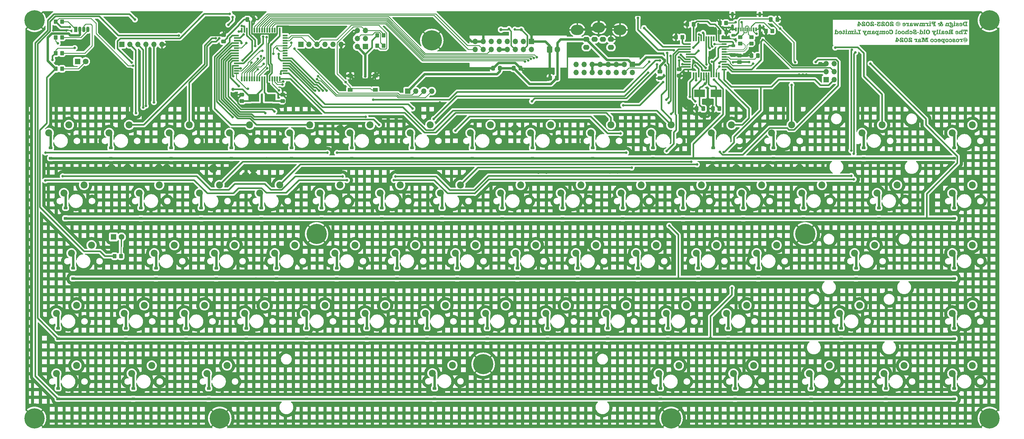
<source format=gbr>
%TF.GenerationSoftware,KiCad,Pcbnew,7.0.9*%
%TF.CreationDate,2024-04-12T19:47:18+01:00*%
%TF.ProjectId,rosco_m68k_keyboard-2,726f7363-6f5f-46d3-9638-6b5f6b657962,2.10*%
%TF.SameCoordinates,Original*%
%TF.FileFunction,Copper,L2,Bot*%
%TF.FilePolarity,Positive*%
%FSLAX46Y46*%
G04 Gerber Fmt 4.6, Leading zero omitted, Abs format (unit mm)*
G04 Created by KiCad (PCBNEW 7.0.9) date 2024-04-12 19:47:18*
%MOMM*%
%LPD*%
G01*
G04 APERTURE LIST*
G04 Aperture macros list*
%AMRoundRect*
0 Rectangle with rounded corners*
0 $1 Rounding radius*
0 $2 $3 $4 $5 $6 $7 $8 $9 X,Y pos of 4 corners*
0 Add a 4 corners polygon primitive as box body*
4,1,4,$2,$3,$4,$5,$6,$7,$8,$9,$2,$3,0*
0 Add four circle primitives for the rounded corners*
1,1,$1+$1,$2,$3*
1,1,$1+$1,$4,$5*
1,1,$1+$1,$6,$7*
1,1,$1+$1,$8,$9*
0 Add four rect primitives between the rounded corners*
20,1,$1+$1,$2,$3,$4,$5,0*
20,1,$1+$1,$4,$5,$6,$7,0*
20,1,$1+$1,$6,$7,$8,$9,0*
20,1,$1+$1,$8,$9,$2,$3,0*%
G04 Aperture macros list end*
%ADD10C,0.300000*%
%TA.AperFunction,NonConductor*%
%ADD11C,0.300000*%
%TD*%
%TA.AperFunction,ComponentPad*%
%ADD12C,0.800000*%
%TD*%
%TA.AperFunction,ComponentPad*%
%ADD13C,6.400000*%
%TD*%
%TA.AperFunction,ComponentPad*%
%ADD14R,1.700000X1.700000*%
%TD*%
%TA.AperFunction,ComponentPad*%
%ADD15O,1.700000X1.700000*%
%TD*%
%TA.AperFunction,ComponentPad*%
%ADD16C,2.200000*%
%TD*%
%TA.AperFunction,ComponentPad*%
%ADD17RoundRect,0.250000X-0.600000X-0.750000X0.600000X-0.750000X0.600000X0.750000X-0.600000X0.750000X0*%
%TD*%
%TA.AperFunction,ComponentPad*%
%ADD18O,1.700000X2.000000*%
%TD*%
%TA.AperFunction,ComponentPad*%
%ADD19R,1.070000X1.800000*%
%TD*%
%TA.AperFunction,ComponentPad*%
%ADD20O,1.070000X1.800000*%
%TD*%
%TA.AperFunction,ComponentPad*%
%ADD21R,1.800000X1.800000*%
%TD*%
%TA.AperFunction,ComponentPad*%
%ADD22C,1.800000*%
%TD*%
%TA.AperFunction,SMDPad,CuDef*%
%ADD23RoundRect,0.250000X0.337500X0.475000X-0.337500X0.475000X-0.337500X-0.475000X0.337500X-0.475000X0*%
%TD*%
%TA.AperFunction,SMDPad,CuDef*%
%ADD24RoundRect,0.250000X-0.337500X-0.475000X0.337500X-0.475000X0.337500X0.475000X-0.337500X0.475000X0*%
%TD*%
%TA.AperFunction,SMDPad,CuDef*%
%ADD25RoundRect,0.250000X0.475000X-0.337500X0.475000X0.337500X-0.475000X0.337500X-0.475000X-0.337500X0*%
%TD*%
%TA.AperFunction,SMDPad,CuDef*%
%ADD26RoundRect,0.250000X0.350000X0.450000X-0.350000X0.450000X-0.350000X-0.450000X0.350000X-0.450000X0*%
%TD*%
%TA.AperFunction,SMDPad,CuDef*%
%ADD27R,1.550000X1.300000*%
%TD*%
%TA.AperFunction,SMDPad,CuDef*%
%ADD28R,3.500000X2.400000*%
%TD*%
%TA.AperFunction,SMDPad,CuDef*%
%ADD29R,1.500000X0.550000*%
%TD*%
%TA.AperFunction,SMDPad,CuDef*%
%ADD30R,0.550000X1.500000*%
%TD*%
%TA.AperFunction,SMDPad,CuDef*%
%ADD31RoundRect,0.225000X0.375000X-0.225000X0.375000X0.225000X-0.375000X0.225000X-0.375000X-0.225000X0*%
%TD*%
%TA.AperFunction,SMDPad,CuDef*%
%ADD32R,0.600000X1.160000*%
%TD*%
%TA.AperFunction,SMDPad,CuDef*%
%ADD33R,0.300000X1.160000*%
%TD*%
%TA.AperFunction,ComponentPad*%
%ADD34O,0.900000X1.700000*%
%TD*%
%TA.AperFunction,ComponentPad*%
%ADD35O,0.900000X2.000000*%
%TD*%
%TA.AperFunction,SMDPad,CuDef*%
%ADD36C,1.000000*%
%TD*%
%TA.AperFunction,SMDPad,CuDef*%
%ADD37RoundRect,0.250000X0.450000X-0.350000X0.450000X0.350000X-0.450000X0.350000X-0.450000X-0.350000X0*%
%TD*%
%TA.AperFunction,SMDPad,CuDef*%
%ADD38RoundRect,0.250000X-0.475000X0.337500X-0.475000X-0.337500X0.475000X-0.337500X0.475000X0.337500X0*%
%TD*%
%TA.AperFunction,SMDPad,CuDef*%
%ADD39RoundRect,0.250000X-0.350000X-0.450000X0.350000X-0.450000X0.350000X0.450000X-0.350000X0.450000X0*%
%TD*%
%TA.AperFunction,ComponentPad*%
%ADD40O,2.000000X1.600200*%
%TD*%
%TA.AperFunction,ComponentPad*%
%ADD41O,4.000000X3.200000*%
%TD*%
%TA.AperFunction,ViaPad*%
%ADD42C,0.800000*%
%TD*%
%TA.AperFunction,Conductor*%
%ADD43C,0.500000*%
%TD*%
%TA.AperFunction,Conductor*%
%ADD44C,0.750000*%
%TD*%
%TA.AperFunction,Conductor*%
%ADD45C,0.400000*%
%TD*%
%TA.AperFunction,Conductor*%
%ADD46C,0.300000*%
%TD*%
%TA.AperFunction,Conductor*%
%ADD47C,0.250000*%
%TD*%
%TA.AperFunction,Conductor*%
%ADD48C,0.200000*%
%TD*%
G04 APERTURE END LIST*
D10*
D11*
G36*
X360817709Y-87298200D02*
G01*
X360833969Y-87299154D01*
X360849439Y-87301377D01*
X360864119Y-87304872D01*
X360878010Y-87309638D01*
X360894262Y-87317382D01*
X360909280Y-87327112D01*
X360923063Y-87338827D01*
X360935095Y-87352065D01*
X360945088Y-87366591D01*
X360953041Y-87382404D01*
X360958955Y-87399506D01*
X360962218Y-87414115D01*
X360964176Y-87429548D01*
X360964829Y-87445806D01*
X360964703Y-87452877D01*
X360963286Y-87469916D01*
X360960295Y-87486043D01*
X360955730Y-87501257D01*
X360949590Y-87515559D01*
X360941876Y-87528949D01*
X360932588Y-87541427D01*
X360926340Y-87548236D01*
X360915324Y-87558096D01*
X360901113Y-87567473D01*
X360885820Y-87574170D01*
X360869445Y-87578189D01*
X360851988Y-87579528D01*
X360847105Y-87579414D01*
X360831493Y-87577918D01*
X360816337Y-87575407D01*
X360801064Y-87572201D01*
X360797049Y-87571270D01*
X360782223Y-87568144D01*
X360766459Y-87565589D01*
X360751605Y-87564508D01*
X360738381Y-87566734D01*
X360724331Y-87575781D01*
X360715075Y-87588028D01*
X360707581Y-87604729D01*
X360703119Y-87620178D01*
X360699647Y-87638131D01*
X360697168Y-87658590D01*
X360696066Y-87673621D01*
X360695405Y-87689765D01*
X360695184Y-87707023D01*
X360695184Y-88294672D01*
X360695240Y-88303575D01*
X360695680Y-88320533D01*
X360696562Y-88336362D01*
X360698711Y-88357984D01*
X360701851Y-88377062D01*
X360705984Y-88393597D01*
X360713036Y-88411686D01*
X360721852Y-88425253D01*
X360735351Y-88435852D01*
X360751605Y-88439385D01*
X360754520Y-88439318D01*
X360769529Y-88437695D01*
X360784303Y-88435058D01*
X360799965Y-88431692D01*
X360806087Y-88430251D01*
X360821154Y-88427103D01*
X360835914Y-88424765D01*
X360851988Y-88423632D01*
X360860852Y-88423970D01*
X360877768Y-88426675D01*
X360893601Y-88432084D01*
X360908353Y-88440199D01*
X360922023Y-88451018D01*
X360932588Y-88462100D01*
X360936493Y-88466980D01*
X360945151Y-88479806D01*
X360952235Y-88493527D01*
X360957745Y-88508142D01*
X360961680Y-88523652D01*
X360964041Y-88540056D01*
X360964829Y-88557355D01*
X360964176Y-88573698D01*
X360962218Y-88589205D01*
X360958955Y-88603877D01*
X360953041Y-88621042D01*
X360945088Y-88636900D01*
X360935095Y-88651453D01*
X360923063Y-88664699D01*
X360920405Y-88667179D01*
X360906375Y-88678395D01*
X360891110Y-88687644D01*
X360874611Y-88694924D01*
X360860523Y-88699332D01*
X360845646Y-88702481D01*
X360829978Y-88704370D01*
X360813520Y-88705000D01*
X360812571Y-88704994D01*
X360797789Y-88704175D01*
X360782036Y-88702710D01*
X360767456Y-88701130D01*
X360750505Y-88699138D01*
X360666608Y-88691078D01*
X360659404Y-88690368D01*
X360644360Y-88689086D01*
X360628469Y-88687986D01*
X360611731Y-88687071D01*
X360594145Y-88686338D01*
X360575712Y-88685788D01*
X360556433Y-88685422D01*
X360541417Y-88685267D01*
X360525924Y-88685216D01*
X360521728Y-88685220D01*
X360505279Y-88685314D01*
X360489367Y-88685535D01*
X360473995Y-88685881D01*
X360459160Y-88686353D01*
X360441373Y-88687121D01*
X360424427Y-88688085D01*
X360408321Y-88689246D01*
X360254815Y-88700969D01*
X360248502Y-88701458D01*
X360231982Y-88702540D01*
X360214406Y-88703425D01*
X360199585Y-88703992D01*
X360184089Y-88704433D01*
X360167918Y-88704748D01*
X360151071Y-88704937D01*
X360133548Y-88705000D01*
X360111168Y-88704725D01*
X360089184Y-88703900D01*
X360067594Y-88702527D01*
X360046399Y-88700603D01*
X360025599Y-88698130D01*
X360005195Y-88695108D01*
X359985185Y-88691536D01*
X359965570Y-88687414D01*
X359946350Y-88682743D01*
X359927525Y-88677522D01*
X359909096Y-88671752D01*
X359891061Y-88665432D01*
X359873421Y-88658563D01*
X359856176Y-88651144D01*
X359839326Y-88643176D01*
X359822871Y-88634658D01*
X359804693Y-88624135D01*
X359786979Y-88612899D01*
X359769728Y-88600951D01*
X359752941Y-88588290D01*
X359736618Y-88574916D01*
X359720759Y-88560829D01*
X359705363Y-88546030D01*
X359690430Y-88530519D01*
X359675962Y-88514294D01*
X359661957Y-88497357D01*
X359648416Y-88479707D01*
X359635338Y-88461344D01*
X359622725Y-88442269D01*
X359610574Y-88422481D01*
X359598888Y-88401980D01*
X359587665Y-88380767D01*
X359576973Y-88359066D01*
X359566971Y-88337101D01*
X359557659Y-88314873D01*
X359549037Y-88292382D01*
X359541104Y-88269627D01*
X359533861Y-88246609D01*
X359527308Y-88223328D01*
X359521445Y-88199783D01*
X359516271Y-88175975D01*
X359511788Y-88151904D01*
X359507994Y-88127569D01*
X359504890Y-88102971D01*
X359502476Y-88078110D01*
X359500751Y-88052986D01*
X359499716Y-88027598D01*
X359499603Y-88019166D01*
X359897976Y-88019166D01*
X359898381Y-88046357D01*
X359899596Y-88072701D01*
X359901621Y-88098197D01*
X359904456Y-88122847D01*
X359908101Y-88146649D01*
X359912556Y-88169604D01*
X359917821Y-88191712D01*
X359923896Y-88212972D01*
X359930781Y-88233386D01*
X359938476Y-88252952D01*
X359946981Y-88271671D01*
X359956296Y-88289542D01*
X359966421Y-88306567D01*
X359977357Y-88322744D01*
X359989102Y-88338074D01*
X360001657Y-88352557D01*
X360013008Y-88364136D01*
X360024532Y-88374968D01*
X360036227Y-88385053D01*
X360048094Y-88394391D01*
X360066216Y-88406998D01*
X360084724Y-88417923D01*
X360103619Y-88427168D01*
X360122901Y-88434731D01*
X360142568Y-88440614D01*
X360162622Y-88444816D01*
X360183063Y-88447338D01*
X360203890Y-88448178D01*
X360208173Y-88448156D01*
X360224410Y-88447615D01*
X360239217Y-88446352D01*
X360255712Y-88443760D01*
X360269971Y-88440041D01*
X360284131Y-88434091D01*
X360296580Y-88425097D01*
X360304549Y-88414823D01*
X360310868Y-88401587D01*
X360315539Y-88385388D01*
X360318173Y-88369626D01*
X360319661Y-88351807D01*
X360320027Y-88336071D01*
X360320027Y-87666723D01*
X360319821Y-87654742D01*
X360318562Y-87636475D01*
X360316158Y-87620338D01*
X360311761Y-87603783D01*
X360305716Y-87590293D01*
X360296580Y-87578429D01*
X360295070Y-87577054D01*
X360281994Y-87568652D01*
X360267298Y-87563152D01*
X360252592Y-87559769D01*
X360235649Y-87557478D01*
X360220485Y-87556430D01*
X360203890Y-87556081D01*
X360197274Y-87556157D01*
X360180947Y-87557010D01*
X360164924Y-87558812D01*
X360149205Y-87561561D01*
X360133790Y-87565259D01*
X360118679Y-87569905D01*
X360103872Y-87575498D01*
X360090174Y-87581744D01*
X360076739Y-87588939D01*
X360063567Y-87597085D01*
X360050658Y-87606181D01*
X360038013Y-87616228D01*
X360025631Y-87627225D01*
X360013512Y-87639171D01*
X360001657Y-87652069D01*
X359989102Y-87667413D01*
X359977357Y-87683771D01*
X359966421Y-87701141D01*
X359956296Y-87719525D01*
X359946981Y-87738923D01*
X359938476Y-87759333D01*
X359930781Y-87780757D01*
X359923896Y-87803194D01*
X359917821Y-87826644D01*
X359912556Y-87851107D01*
X359908101Y-87876584D01*
X359904456Y-87903074D01*
X359901621Y-87930577D01*
X359899596Y-87959093D01*
X359898887Y-87973731D01*
X359898381Y-87988623D01*
X359898077Y-88003768D01*
X359897976Y-88019166D01*
X359499603Y-88019166D01*
X359499371Y-88001946D01*
X359499732Y-87976360D01*
X359500814Y-87950982D01*
X359502617Y-87925813D01*
X359505142Y-87900853D01*
X359508387Y-87876102D01*
X359512354Y-87851560D01*
X359517043Y-87827226D01*
X359522452Y-87803102D01*
X359528583Y-87779187D01*
X359535435Y-87755481D01*
X359543009Y-87731983D01*
X359551304Y-87708695D01*
X359560320Y-87685615D01*
X359570057Y-87662745D01*
X359580515Y-87640083D01*
X359591695Y-87617630D01*
X359602142Y-87598043D01*
X359613012Y-87579078D01*
X359624304Y-87560734D01*
X359636020Y-87543012D01*
X359648158Y-87525912D01*
X359660719Y-87509434D01*
X359673703Y-87493578D01*
X359687110Y-87478343D01*
X359700940Y-87463731D01*
X359715193Y-87449740D01*
X359729869Y-87436371D01*
X359744967Y-87423623D01*
X359760489Y-87411498D01*
X359776433Y-87399994D01*
X359792800Y-87389112D01*
X359809590Y-87378852D01*
X359826803Y-87369214D01*
X359844439Y-87360198D01*
X359862498Y-87351803D01*
X359880980Y-87344031D01*
X359899885Y-87336880D01*
X359919212Y-87330351D01*
X359938962Y-87324443D01*
X359959136Y-87319158D01*
X359979732Y-87314494D01*
X360000751Y-87310453D01*
X360022193Y-87307033D01*
X360044058Y-87304234D01*
X360066346Y-87302058D01*
X360089056Y-87300503D01*
X360112190Y-87299571D01*
X360135746Y-87299260D01*
X360150429Y-87299260D01*
X360165170Y-87299260D01*
X360179967Y-87299260D01*
X360194822Y-87299260D01*
X360209735Y-87299260D01*
X360224704Y-87299260D01*
X360239731Y-87299260D01*
X360254815Y-87299260D01*
X360408321Y-87299260D01*
X360425043Y-87299260D01*
X360440586Y-87299260D01*
X360459476Y-87299260D01*
X360476272Y-87299260D01*
X360494320Y-87299260D01*
X360509094Y-87299260D01*
X360525924Y-87299260D01*
X360542788Y-87299254D01*
X360559859Y-87299237D01*
X360577135Y-87299208D01*
X360594617Y-87299168D01*
X360612306Y-87299117D01*
X360630201Y-87299054D01*
X360648301Y-87298979D01*
X360666608Y-87298893D01*
X360673495Y-87298848D01*
X360693267Y-87298722D01*
X360711706Y-87298608D01*
X360728811Y-87298507D01*
X360744584Y-87298419D01*
X360763540Y-87298322D01*
X360780127Y-87298247D01*
X360797527Y-87298186D01*
X360813520Y-87298161D01*
X360817709Y-87298200D01*
G37*
G36*
X358862586Y-87626577D02*
G01*
X358877384Y-87627037D01*
X358906439Y-87628879D01*
X358934777Y-87631949D01*
X358962396Y-87636246D01*
X358989296Y-87641772D01*
X359015479Y-87648525D01*
X359040942Y-87656506D01*
X359065688Y-87665716D01*
X359089715Y-87676153D01*
X359113023Y-87687818D01*
X359135613Y-87700711D01*
X359157485Y-87714831D01*
X359178638Y-87730180D01*
X359199073Y-87746757D01*
X359218789Y-87764561D01*
X359237787Y-87783593D01*
X359255799Y-87803577D01*
X359272649Y-87824328D01*
X359288337Y-87845847D01*
X359302863Y-87868132D01*
X359316227Y-87891184D01*
X359328428Y-87915004D01*
X359339468Y-87939590D01*
X359349345Y-87964944D01*
X359358061Y-87991064D01*
X359365614Y-88017952D01*
X359372005Y-88045607D01*
X359377235Y-88074029D01*
X359379414Y-88088527D01*
X359381302Y-88103218D01*
X359382900Y-88118100D01*
X359384207Y-88133174D01*
X359385224Y-88148439D01*
X359385950Y-88163897D01*
X359386386Y-88179546D01*
X359386531Y-88195387D01*
X359386385Y-88211110D01*
X359385944Y-88226635D01*
X359385211Y-88241962D01*
X359384184Y-88257091D01*
X359382864Y-88272021D01*
X359381250Y-88286753D01*
X359377143Y-88315623D01*
X359371862Y-88343700D01*
X359365408Y-88370984D01*
X359357780Y-88397475D01*
X359348979Y-88423174D01*
X359339004Y-88448079D01*
X359327856Y-88472192D01*
X359315534Y-88495512D01*
X359302038Y-88518039D01*
X359287370Y-88539774D01*
X359271527Y-88560715D01*
X359254511Y-88580864D01*
X359236322Y-88600219D01*
X359217151Y-88618586D01*
X359197190Y-88635768D01*
X359176439Y-88651765D01*
X359154897Y-88666577D01*
X359132566Y-88680204D01*
X359109445Y-88692646D01*
X359085534Y-88703903D01*
X359060833Y-88713975D01*
X359035342Y-88722863D01*
X359009062Y-88730565D01*
X358981991Y-88737082D01*
X358954130Y-88742414D01*
X358925479Y-88746562D01*
X358910857Y-88748191D01*
X358896038Y-88749524D01*
X358881022Y-88750561D01*
X358865807Y-88751302D01*
X358850396Y-88751746D01*
X358834787Y-88751894D01*
X358810972Y-88751555D01*
X358787612Y-88750537D01*
X358764707Y-88748842D01*
X358742257Y-88746467D01*
X358720262Y-88743415D01*
X358698722Y-88739684D01*
X358677638Y-88735275D01*
X358657008Y-88730187D01*
X358636834Y-88724421D01*
X358617115Y-88717977D01*
X358597851Y-88710854D01*
X358579042Y-88703053D01*
X358560688Y-88694574D01*
X358542789Y-88685416D01*
X358525345Y-88675580D01*
X358508356Y-88665066D01*
X358492074Y-88654065D01*
X358476843Y-88642769D01*
X358462662Y-88631179D01*
X358449532Y-88619293D01*
X358437452Y-88607113D01*
X358426422Y-88594638D01*
X358416443Y-88581868D01*
X358407514Y-88568804D01*
X358399636Y-88555444D01*
X358392808Y-88541790D01*
X358387031Y-88527841D01*
X358382304Y-88513597D01*
X358378627Y-88499058D01*
X358376001Y-88484225D01*
X358374426Y-88469097D01*
X358373900Y-88453674D01*
X358374056Y-88446789D01*
X358375811Y-88430240D01*
X358379516Y-88414639D01*
X358385171Y-88399986D01*
X358392775Y-88386281D01*
X358402330Y-88373525D01*
X358413834Y-88361716D01*
X358424201Y-88353130D01*
X358438238Y-88344006D01*
X358453474Y-88336672D01*
X358469909Y-88331126D01*
X358487542Y-88327370D01*
X358502511Y-88325652D01*
X358518248Y-88325080D01*
X358527905Y-88325353D01*
X358546910Y-88327540D01*
X358565503Y-88331913D01*
X358583684Y-88338474D01*
X358597049Y-88344829D01*
X358610182Y-88352414D01*
X358623084Y-88361229D01*
X358635754Y-88371275D01*
X358648191Y-88382550D01*
X358660397Y-88395055D01*
X358672241Y-88407167D01*
X358684051Y-88418497D01*
X358695826Y-88429046D01*
X358707567Y-88438813D01*
X358725114Y-88451999D01*
X358742583Y-88463427D01*
X358759975Y-88473096D01*
X358777290Y-88481008D01*
X358794528Y-88487161D01*
X358811689Y-88491557D01*
X358828772Y-88494194D01*
X358845778Y-88495073D01*
X358856741Y-88494835D01*
X358872741Y-88493588D01*
X358888207Y-88491272D01*
X358903138Y-88487886D01*
X358917535Y-88483432D01*
X358931397Y-88477909D01*
X358944725Y-88471316D01*
X358957518Y-88463655D01*
X358969776Y-88454924D01*
X358981500Y-88445125D01*
X358992690Y-88434256D01*
X358999699Y-88426491D01*
X359009366Y-88414403D01*
X359018015Y-88401787D01*
X359025646Y-88388643D01*
X359032260Y-88374971D01*
X359037856Y-88360771D01*
X359042435Y-88346043D01*
X359045996Y-88330786D01*
X359048540Y-88315002D01*
X359050066Y-88298689D01*
X359050575Y-88281849D01*
X359050343Y-88272901D01*
X359048194Y-88257119D01*
X359041050Y-88243747D01*
X359039006Y-88242372D01*
X359024197Y-88237977D01*
X359008277Y-88236421D01*
X358992690Y-88236053D01*
X358466957Y-88236053D01*
X358450894Y-88235601D01*
X358436228Y-88234244D01*
X358419860Y-88231277D01*
X358403099Y-88225850D01*
X358389480Y-88218388D01*
X358377564Y-88207110D01*
X358373505Y-88201106D01*
X358366584Y-88186045D01*
X358362037Y-88170385D01*
X358359197Y-88155822D01*
X358357068Y-88139450D01*
X358355648Y-88121270D01*
X358355049Y-88106447D01*
X358354849Y-88090607D01*
X358355375Y-88064515D01*
X358356950Y-88039087D01*
X358359576Y-88014323D01*
X358362862Y-87992787D01*
X358690806Y-87992787D01*
X358691887Y-88004757D01*
X358698499Y-88018066D01*
X358708983Y-88022573D01*
X358724465Y-88024592D01*
X358739532Y-88025027D01*
X358987194Y-88025027D01*
X358989635Y-88025020D01*
X359004940Y-88024524D01*
X359020032Y-88022753D01*
X359033722Y-88016967D01*
X359037200Y-88011536D01*
X359040317Y-87996817D01*
X359040178Y-87992712D01*
X359037506Y-87977868D01*
X359031433Y-87962288D01*
X359023520Y-87948347D01*
X359015017Y-87936317D01*
X359004780Y-87923911D01*
X358997779Y-87916280D01*
X358986783Y-87905757D01*
X358975196Y-87896342D01*
X358963016Y-87888034D01*
X358950243Y-87880834D01*
X358936878Y-87874742D01*
X358922920Y-87869758D01*
X358908370Y-87865881D01*
X358893227Y-87863112D01*
X358877492Y-87861450D01*
X358861165Y-87860896D01*
X358844312Y-87861514D01*
X358828009Y-87863369D01*
X358812255Y-87866460D01*
X358797051Y-87870788D01*
X358782397Y-87876352D01*
X358768292Y-87883153D01*
X358754736Y-87891190D01*
X358741730Y-87900464D01*
X358732629Y-87907998D01*
X358721887Y-87918405D01*
X358710698Y-87931994D01*
X358701995Y-87946226D01*
X358695779Y-87961103D01*
X358692049Y-87976623D01*
X358690806Y-87992787D01*
X358362862Y-87992787D01*
X358363253Y-87990223D01*
X358367980Y-87966787D01*
X358373757Y-87944015D01*
X358380585Y-87921907D01*
X358388463Y-87900464D01*
X358397392Y-87879684D01*
X358407371Y-87859568D01*
X358418401Y-87840116D01*
X358430481Y-87821329D01*
X358443611Y-87803205D01*
X358457792Y-87785746D01*
X358473023Y-87768950D01*
X358489305Y-87752819D01*
X358506418Y-87737513D01*
X358524236Y-87723195D01*
X358542757Y-87709864D01*
X358561983Y-87697521D01*
X358581912Y-87686165D01*
X358602546Y-87675796D01*
X358623884Y-87666415D01*
X358645926Y-87658022D01*
X358668672Y-87650616D01*
X358692122Y-87644197D01*
X358716276Y-87638766D01*
X358741135Y-87634323D01*
X358766697Y-87630867D01*
X358792964Y-87628398D01*
X358819935Y-87626917D01*
X358847609Y-87626423D01*
X358862586Y-87626577D01*
G37*
G36*
X357800174Y-87649870D02*
G01*
X357780448Y-87650228D01*
X357761110Y-87651302D01*
X357742162Y-87653090D01*
X357723604Y-87655595D01*
X357705434Y-87658815D01*
X357687654Y-87662750D01*
X357670263Y-87667402D01*
X357653262Y-87672768D01*
X357636650Y-87678850D01*
X357620426Y-87685648D01*
X357604593Y-87693161D01*
X357589148Y-87701390D01*
X357574093Y-87710335D01*
X357559427Y-87719995D01*
X357545150Y-87730370D01*
X357531263Y-87741461D01*
X357528842Y-87725093D01*
X357524741Y-87710335D01*
X357516658Y-87693161D01*
X357505587Y-87678850D01*
X357491528Y-87667402D01*
X357474480Y-87658815D01*
X357459734Y-87654253D01*
X357443307Y-87651302D01*
X357425198Y-87649960D01*
X357418789Y-87649870D01*
X357399736Y-87650524D01*
X357382557Y-87652485D01*
X357367253Y-87655753D01*
X357349762Y-87662145D01*
X357335602Y-87670860D01*
X357324774Y-87681900D01*
X357317278Y-87695263D01*
X357313114Y-87710951D01*
X357312177Y-87724242D01*
X357312964Y-87740385D01*
X357315018Y-87755893D01*
X357317915Y-87770456D01*
X357320237Y-87779930D01*
X357322806Y-87796068D01*
X357324745Y-87811786D01*
X357326052Y-87827083D01*
X357326728Y-87841960D01*
X357326831Y-87850272D01*
X357326831Y-87865030D01*
X357326831Y-87880304D01*
X357326831Y-87883611D01*
X357326831Y-87899718D01*
X357326831Y-87914609D01*
X357326831Y-87929583D01*
X357326831Y-87930872D01*
X357326831Y-87939298D01*
X357327797Y-87958809D01*
X357330695Y-87976401D01*
X357335525Y-87992074D01*
X357342287Y-88005828D01*
X357350981Y-88017662D01*
X357365579Y-88030456D01*
X357378781Y-88037813D01*
X357393915Y-88043250D01*
X357410981Y-88046769D01*
X357429979Y-88048368D01*
X357436741Y-88048475D01*
X357456106Y-88047318D01*
X357474820Y-88043849D01*
X357492880Y-88038068D01*
X357510288Y-88029973D01*
X357522916Y-88022385D01*
X357535177Y-88013496D01*
X357547070Y-88003305D01*
X357558597Y-87991814D01*
X357569756Y-87979022D01*
X357573394Y-87974469D01*
X357586857Y-87958363D01*
X357600868Y-87943841D01*
X357615425Y-87930903D01*
X357630530Y-87919549D01*
X357646183Y-87909779D01*
X357662382Y-87901594D01*
X357679130Y-87894993D01*
X357696424Y-87889976D01*
X357714266Y-87886544D01*
X357732656Y-87884696D01*
X357745219Y-87884344D01*
X357766695Y-87885065D01*
X357786057Y-87887229D01*
X357803308Y-87890835D01*
X357818446Y-87895884D01*
X357835345Y-87904860D01*
X357848488Y-87916400D01*
X357857876Y-87930505D01*
X357863509Y-87947175D01*
X357865387Y-87966409D01*
X357863996Y-87981470D01*
X357858857Y-87996827D01*
X357849931Y-88009800D01*
X357837218Y-88020389D01*
X357825819Y-88026493D01*
X357810306Y-88032160D01*
X357793362Y-88037106D01*
X357778009Y-88041056D01*
X357760389Y-88045212D01*
X357740502Y-88049574D01*
X357725985Y-88052596D01*
X357710461Y-88055710D01*
X357693928Y-88058916D01*
X357676389Y-88062213D01*
X357657841Y-88065602D01*
X357638287Y-88069083D01*
X357617725Y-88072655D01*
X357600833Y-88075703D01*
X357584506Y-88078803D01*
X357568742Y-88081954D01*
X357553542Y-88085157D01*
X357538906Y-88088411D01*
X357518009Y-88093389D01*
X357498381Y-88098483D01*
X357480022Y-88103693D01*
X357462931Y-88109019D01*
X357447109Y-88114461D01*
X357432556Y-88120019D01*
X357415125Y-88127609D01*
X357399102Y-88135721D01*
X357383824Y-88144668D01*
X357369290Y-88154451D01*
X357355499Y-88165070D01*
X357342453Y-88176525D01*
X357330151Y-88188815D01*
X357318594Y-88201941D01*
X357307780Y-88215903D01*
X357298483Y-88229926D01*
X357290100Y-88244381D01*
X357282632Y-88259267D01*
X357276078Y-88274584D01*
X357270439Y-88290333D01*
X357265714Y-88306514D01*
X357261904Y-88323126D01*
X357259008Y-88340169D01*
X357257027Y-88357644D01*
X357255960Y-88375551D01*
X357255757Y-88387728D01*
X357256240Y-88406946D01*
X357257692Y-88425767D01*
X357260110Y-88444190D01*
X357263496Y-88462214D01*
X357267850Y-88479841D01*
X357273170Y-88497071D01*
X357279459Y-88513902D01*
X357286714Y-88530335D01*
X357294938Y-88546371D01*
X357304128Y-88562009D01*
X357314286Y-88577249D01*
X357325412Y-88592091D01*
X357337505Y-88606535D01*
X357350565Y-88620581D01*
X357364593Y-88634230D01*
X357379588Y-88647480D01*
X357395313Y-88660124D01*
X357411530Y-88671952D01*
X357428240Y-88682965D01*
X357445442Y-88693161D01*
X357463136Y-88702542D01*
X357481323Y-88711107D01*
X357500001Y-88718857D01*
X357519173Y-88725791D01*
X357538836Y-88731909D01*
X357558992Y-88737211D01*
X357579640Y-88741697D01*
X357600780Y-88745368D01*
X357622413Y-88748223D01*
X357644538Y-88750263D01*
X357667155Y-88751486D01*
X357690265Y-88751894D01*
X357713443Y-88751422D01*
X357736358Y-88750005D01*
X357759009Y-88747644D01*
X357781398Y-88744338D01*
X357803523Y-88740087D01*
X357825384Y-88734893D01*
X357846983Y-88728753D01*
X357868318Y-88721669D01*
X357889389Y-88713641D01*
X357910198Y-88704667D01*
X357930743Y-88694750D01*
X357951024Y-88683888D01*
X357971043Y-88672081D01*
X357990798Y-88659330D01*
X358010290Y-88645634D01*
X358029518Y-88630994D01*
X358030410Y-88648410D01*
X358033086Y-88664113D01*
X358037545Y-88678102D01*
X358046267Y-88694091D01*
X358058159Y-88707034D01*
X358073223Y-88716931D01*
X358091458Y-88723784D01*
X358107216Y-88726924D01*
X358124757Y-88728352D01*
X358131001Y-88728447D01*
X358150577Y-88727648D01*
X358168228Y-88725253D01*
X358183954Y-88721260D01*
X358197754Y-88715670D01*
X358213158Y-88705732D01*
X358225139Y-88692955D01*
X358233697Y-88677339D01*
X358238832Y-88658883D01*
X358240437Y-88643178D01*
X358240544Y-88637588D01*
X358240043Y-88622548D01*
X358238921Y-88607320D01*
X358237413Y-88591668D01*
X358235730Y-88576521D01*
X358235415Y-88573841D01*
X358233672Y-88558428D01*
X358232094Y-88542465D01*
X358230892Y-88526883D01*
X358230291Y-88511398D01*
X358230286Y-88510094D01*
X358230892Y-88495292D01*
X358232289Y-88479897D01*
X358234213Y-88463731D01*
X358235415Y-88454773D01*
X358237413Y-88439461D01*
X358239096Y-88424108D01*
X358240298Y-88408136D01*
X358240544Y-88399085D01*
X358239504Y-88382521D01*
X358236384Y-88367585D01*
X358228988Y-88350206D01*
X358217894Y-88335723D01*
X358203102Y-88324137D01*
X358189581Y-88317348D01*
X358173980Y-88312188D01*
X358156299Y-88308658D01*
X358136538Y-88306757D01*
X358122208Y-88306395D01*
X358105124Y-88306816D01*
X358089364Y-88308077D01*
X358072199Y-88310700D01*
X358056941Y-88314534D01*
X358041549Y-88320537D01*
X358035746Y-88323614D01*
X358022553Y-88332673D01*
X358010909Y-88342865D01*
X357998957Y-88355299D01*
X357988760Y-88367372D01*
X357978349Y-88381001D01*
X357971999Y-88389926D01*
X357962181Y-88404153D01*
X357952511Y-88417434D01*
X357942990Y-88429767D01*
X357933616Y-88441154D01*
X357921349Y-88454864D01*
X357909345Y-88466891D01*
X357897604Y-88477235D01*
X357883298Y-88487799D01*
X357874912Y-88492875D01*
X357859925Y-88499946D01*
X357842898Y-88505819D01*
X357827809Y-88509654D01*
X357811414Y-88512723D01*
X357793714Y-88515024D01*
X357774709Y-88516558D01*
X357759598Y-88517205D01*
X357743754Y-88517421D01*
X357725343Y-88517059D01*
X357708119Y-88515973D01*
X357692084Y-88514162D01*
X357677236Y-88511628D01*
X357657191Y-88506468D01*
X357639819Y-88499680D01*
X357625120Y-88491261D01*
X357613093Y-88481214D01*
X357603739Y-88469537D01*
X357597058Y-88456231D01*
X357593049Y-88441296D01*
X357591713Y-88424731D01*
X357593585Y-88409321D01*
X357599200Y-88395147D01*
X357608560Y-88382210D01*
X357621663Y-88370509D01*
X357638510Y-88360045D01*
X357653602Y-88353008D01*
X357670800Y-88346667D01*
X357690104Y-88341021D01*
X357711514Y-88336071D01*
X357831315Y-88311524D01*
X357849343Y-88307633D01*
X357866698Y-88303745D01*
X357883380Y-88299859D01*
X357899390Y-88295977D01*
X357914727Y-88292097D01*
X357929392Y-88288220D01*
X357950127Y-88282410D01*
X357969350Y-88276607D01*
X357987059Y-88270810D01*
X358003254Y-88265019D01*
X358017936Y-88259235D01*
X358035158Y-88251532D01*
X358039043Y-88249609D01*
X358053847Y-88241262D01*
X358067849Y-88231794D01*
X358081049Y-88221204D01*
X358093449Y-88209492D01*
X358105046Y-88196658D01*
X358115843Y-88182701D01*
X358125837Y-88167623D01*
X358135031Y-88151423D01*
X358143274Y-88134359D01*
X358150418Y-88116687D01*
X358156463Y-88098409D01*
X358161409Y-88079524D01*
X358164397Y-88064962D01*
X358166767Y-88050059D01*
X358168519Y-88034814D01*
X358169652Y-88019229D01*
X358170168Y-88003301D01*
X358170202Y-87997916D01*
X358169803Y-87978861D01*
X358168605Y-87960255D01*
X358166608Y-87942099D01*
X358163813Y-87924392D01*
X358160220Y-87907134D01*
X358155828Y-87890326D01*
X358150637Y-87873967D01*
X358144648Y-87858057D01*
X358137860Y-87842597D01*
X358130274Y-87827586D01*
X358121889Y-87813024D01*
X358112706Y-87798912D01*
X358102724Y-87785249D01*
X358091943Y-87772036D01*
X358080364Y-87759272D01*
X358067986Y-87746957D01*
X358054919Y-87735200D01*
X358041362Y-87724202D01*
X358027316Y-87713963D01*
X358012780Y-87704482D01*
X357997754Y-87695759D01*
X357982240Y-87687795D01*
X357966236Y-87680589D01*
X357949742Y-87674142D01*
X357932759Y-87668453D01*
X357915287Y-87663523D01*
X357897325Y-87659352D01*
X357878874Y-87655938D01*
X357859933Y-87653284D01*
X357840503Y-87651387D01*
X357820583Y-87650250D01*
X357800174Y-87649870D01*
G37*
G36*
X356691556Y-87649870D02*
G01*
X356674246Y-87651838D01*
X356659871Y-87657742D01*
X356648429Y-87667580D01*
X356639921Y-87681355D01*
X356634347Y-87699065D01*
X356632000Y-87716066D01*
X356631472Y-87730471D01*
X356631472Y-88353290D01*
X356631224Y-88372081D01*
X356630480Y-88389023D01*
X356629240Y-88404117D01*
X356626816Y-88421368D01*
X356622546Y-88438311D01*
X356615604Y-88451865D01*
X356603262Y-88458436D01*
X356588042Y-88456628D01*
X356573504Y-88453623D01*
X356572121Y-88453307D01*
X356557414Y-88450387D01*
X356542377Y-88448499D01*
X356534385Y-88448178D01*
X356518213Y-88449147D01*
X356503632Y-88452055D01*
X356486665Y-88458947D01*
X356472526Y-88469286D01*
X356461214Y-88483070D01*
X356452731Y-88500301D01*
X356448224Y-88515485D01*
X356445307Y-88532608D01*
X356443982Y-88551669D01*
X356443893Y-88558454D01*
X356444379Y-88576200D01*
X356445834Y-88592800D01*
X356448260Y-88608256D01*
X356451656Y-88622568D01*
X356458569Y-88641888D01*
X356467666Y-88658632D01*
X356478945Y-88672800D01*
X356492408Y-88684392D01*
X356508054Y-88693408D01*
X356525883Y-88699848D01*
X356545895Y-88703712D01*
X356568091Y-88705000D01*
X356583432Y-88704084D01*
X356601130Y-88702195D01*
X356615876Y-88700363D01*
X356632980Y-88698073D01*
X356652443Y-88695325D01*
X356668589Y-88692964D01*
X356686060Y-88690345D01*
X356701070Y-88688284D01*
X356716606Y-88686498D01*
X356732669Y-88684987D01*
X356749258Y-88683750D01*
X356766374Y-88682789D01*
X356784017Y-88682102D01*
X356802186Y-88681690D01*
X356820882Y-88681552D01*
X356836308Y-88681964D01*
X356851111Y-88682938D01*
X356867685Y-88684483D01*
X356886030Y-88686601D01*
X356901982Y-88688708D01*
X356919066Y-88691181D01*
X356932623Y-88693276D01*
X356950444Y-88696024D01*
X356967085Y-88698405D01*
X356982546Y-88700420D01*
X357000215Y-88702424D01*
X357016041Y-88703855D01*
X357032601Y-88704816D01*
X357042166Y-88705000D01*
X357059402Y-88704060D01*
X357075618Y-88701243D01*
X357090815Y-88696547D01*
X357104992Y-88689973D01*
X357118149Y-88681520D01*
X357130287Y-88671190D01*
X357134856Y-88666531D01*
X357145200Y-88653868D01*
X357153790Y-88640149D01*
X357160627Y-88625374D01*
X357165711Y-88609544D01*
X357169042Y-88592659D01*
X357170620Y-88574718D01*
X357170760Y-88567247D01*
X357169849Y-88545968D01*
X357167115Y-88526782D01*
X357162559Y-88509689D01*
X357156180Y-88494689D01*
X357147979Y-88481782D01*
X357137955Y-88470969D01*
X357126108Y-88462248D01*
X357112440Y-88455620D01*
X357096948Y-88451085D01*
X357079634Y-88448643D01*
X357067079Y-88448178D01*
X357051259Y-88451073D01*
X357035549Y-88453948D01*
X357021043Y-88456603D01*
X357011025Y-88458436D01*
X356996737Y-88458436D01*
X356982319Y-88452897D01*
X356972779Y-88439330D01*
X356966817Y-88421806D01*
X356963348Y-88403716D01*
X356961505Y-88387775D01*
X356960312Y-88369799D01*
X356959770Y-88349788D01*
X356959734Y-88342665D01*
X356959734Y-88008541D01*
X356960040Y-87987524D01*
X356960958Y-87968574D01*
X356962487Y-87951692D01*
X356964629Y-87936877D01*
X356968435Y-87920339D01*
X356974723Y-87904835D01*
X356984512Y-87893809D01*
X356994539Y-87890938D01*
X357009776Y-87894416D01*
X357025354Y-87899353D01*
X357033007Y-87901929D01*
X357047982Y-87904831D01*
X357063224Y-87906575D01*
X357067445Y-87906692D01*
X357085909Y-87905665D01*
X357102556Y-87902583D01*
X357117388Y-87897447D01*
X357130403Y-87890257D01*
X357144931Y-87877474D01*
X357153709Y-87865490D01*
X357160671Y-87851452D01*
X357165816Y-87835360D01*
X357169146Y-87817213D01*
X357170659Y-87797012D01*
X357170760Y-87789822D01*
X357170193Y-87774537D01*
X357167891Y-87756495D01*
X357163818Y-87739633D01*
X357157974Y-87723951D01*
X357150358Y-87709450D01*
X357140972Y-87696130D01*
X357134490Y-87688705D01*
X357122469Y-87677517D01*
X357109303Y-87668226D01*
X357094991Y-87660831D01*
X357079535Y-87655332D01*
X357062935Y-87651729D01*
X357045189Y-87650022D01*
X357037770Y-87649870D01*
X357022900Y-87649870D01*
X357006860Y-87649870D01*
X356990646Y-87649870D01*
X356975130Y-87649870D01*
X356969626Y-87649870D01*
X356951325Y-87649870D01*
X356933974Y-87649870D01*
X356917574Y-87649870D01*
X356902124Y-87649870D01*
X356884147Y-87649870D01*
X356867655Y-87649870D01*
X356852648Y-87649870D01*
X356849825Y-87649870D01*
X356832797Y-87649870D01*
X356816611Y-87649870D01*
X356798957Y-87649870D01*
X356783124Y-87649870D01*
X356766271Y-87649870D01*
X356755669Y-87649870D01*
X356738841Y-87649870D01*
X356721977Y-87649870D01*
X356706893Y-87649870D01*
X356691995Y-87649870D01*
X356691556Y-87649870D01*
G37*
G36*
X356819050Y-87556081D02*
G01*
X356837781Y-87555211D01*
X356855870Y-87552601D01*
X356873318Y-87548250D01*
X356890125Y-87542159D01*
X356906291Y-87534328D01*
X356921816Y-87524757D01*
X356936699Y-87513446D01*
X356950942Y-87500394D01*
X356963993Y-87486151D01*
X356975305Y-87471268D01*
X356984876Y-87455743D01*
X356992707Y-87439577D01*
X356998798Y-87422770D01*
X357003148Y-87405322D01*
X357005759Y-87387233D01*
X357006629Y-87368503D01*
X357005776Y-87349274D01*
X357003217Y-87330790D01*
X356998952Y-87313050D01*
X356992982Y-87296054D01*
X356985305Y-87279802D01*
X356975923Y-87264295D01*
X356964835Y-87249532D01*
X356952041Y-87235512D01*
X356938022Y-87222718D01*
X356923258Y-87211630D01*
X356907751Y-87202248D01*
X356891499Y-87194571D01*
X356874503Y-87188601D01*
X356856763Y-87184336D01*
X356838279Y-87181777D01*
X356819050Y-87180924D01*
X356799742Y-87181777D01*
X356781200Y-87184336D01*
X356763426Y-87188601D01*
X356746419Y-87194571D01*
X356730178Y-87202248D01*
X356714705Y-87211630D01*
X356699999Y-87222718D01*
X356686060Y-87235512D01*
X356673266Y-87249532D01*
X356662178Y-87264295D01*
X356652795Y-87279802D01*
X356645119Y-87296054D01*
X356639148Y-87313050D01*
X356634884Y-87330790D01*
X356632325Y-87349274D01*
X356631472Y-87368503D01*
X356632325Y-87387731D01*
X356634884Y-87406215D01*
X356639148Y-87423955D01*
X356645119Y-87440951D01*
X356652795Y-87457203D01*
X356662178Y-87472710D01*
X356673266Y-87487474D01*
X356686060Y-87501493D01*
X356699999Y-87514287D01*
X356714705Y-87525375D01*
X356730178Y-87534758D01*
X356746419Y-87542434D01*
X356763426Y-87548405D01*
X356781200Y-87552669D01*
X356799742Y-87555228D01*
X356819050Y-87556081D01*
G37*
G36*
X355528051Y-87392192D02*
G01*
X355549913Y-87393462D01*
X355570847Y-87395820D01*
X355590854Y-87399266D01*
X355609934Y-87403801D01*
X355628086Y-87409424D01*
X355645311Y-87416136D01*
X355661608Y-87423936D01*
X355676979Y-87432824D01*
X355691421Y-87442801D01*
X355704937Y-87453866D01*
X355713322Y-87461752D01*
X355724885Y-87474307D01*
X355735230Y-87487731D01*
X355744359Y-87502025D01*
X355752271Y-87517188D01*
X355758965Y-87533220D01*
X355764442Y-87550122D01*
X355768702Y-87567893D01*
X355771745Y-87586534D01*
X355773571Y-87606044D01*
X355774180Y-87626423D01*
X355788256Y-87626423D01*
X355804871Y-87626423D01*
X355822179Y-87626423D01*
X355837871Y-87626423D01*
X355852948Y-87626423D01*
X355875889Y-87626809D01*
X355898366Y-87627969D01*
X355920379Y-87629901D01*
X355941929Y-87632605D01*
X355963015Y-87636083D01*
X355983637Y-87640333D01*
X356003795Y-87645357D01*
X356023490Y-87651153D01*
X356042722Y-87657721D01*
X356061489Y-87665063D01*
X356079793Y-87673177D01*
X356097633Y-87682065D01*
X356115010Y-87691725D01*
X356131923Y-87702157D01*
X356148372Y-87713363D01*
X356164357Y-87725341D01*
X356179574Y-87737889D01*
X356193810Y-87750804D01*
X356207063Y-87764084D01*
X356219335Y-87777732D01*
X356230625Y-87791745D01*
X356240933Y-87806125D01*
X356250260Y-87820871D01*
X356258605Y-87835983D01*
X356265968Y-87851462D01*
X356272349Y-87867308D01*
X356277749Y-87883519D01*
X356282167Y-87900097D01*
X356285603Y-87917042D01*
X356288057Y-87934352D01*
X356289530Y-87952029D01*
X356290020Y-87970073D01*
X356289740Y-87982509D01*
X356288267Y-88000917D01*
X356285532Y-88019028D01*
X356281535Y-88036843D01*
X356276276Y-88054362D01*
X356269754Y-88071585D01*
X356261971Y-88088511D01*
X356252925Y-88105142D01*
X356242616Y-88121476D01*
X356231046Y-88137513D01*
X356218213Y-88153255D01*
X356223996Y-88155871D01*
X356240676Y-88163782D01*
X356256351Y-88171790D01*
X356271021Y-88179895D01*
X356284687Y-88188096D01*
X356297348Y-88196394D01*
X356312666Y-88207608D01*
X356326199Y-88218994D01*
X356337945Y-88230552D01*
X356347906Y-88242281D01*
X356350115Y-88245246D01*
X356358249Y-88257786D01*
X356365262Y-88271413D01*
X356371152Y-88286127D01*
X356375921Y-88301930D01*
X356379567Y-88318820D01*
X356382092Y-88336797D01*
X356383494Y-88355863D01*
X356383810Y-88370875D01*
X356383163Y-88389949D01*
X356381222Y-88408061D01*
X356377988Y-88425212D01*
X356373460Y-88441400D01*
X356367638Y-88456627D01*
X356360523Y-88470893D01*
X356352113Y-88484196D01*
X356342411Y-88496538D01*
X356331414Y-88507918D01*
X356319123Y-88518337D01*
X356305539Y-88527794D01*
X356290662Y-88536289D01*
X356274490Y-88543822D01*
X356257025Y-88550394D01*
X356238266Y-88556004D01*
X356218213Y-88560652D01*
X356243944Y-88569061D01*
X356268016Y-88578260D01*
X356290427Y-88588250D01*
X356311178Y-88599029D01*
X356330269Y-88610598D01*
X356347700Y-88622957D01*
X356363471Y-88636106D01*
X356377581Y-88650045D01*
X356390032Y-88664774D01*
X356400823Y-88680293D01*
X356409953Y-88696602D01*
X356417424Y-88713701D01*
X356423234Y-88731590D01*
X356427384Y-88750268D01*
X356429874Y-88769737D01*
X356430704Y-88789996D01*
X356430106Y-88808900D01*
X356428311Y-88827325D01*
X356425320Y-88845273D01*
X356421133Y-88862742D01*
X356415749Y-88879734D01*
X356409169Y-88896247D01*
X356401392Y-88912283D01*
X356392419Y-88927841D01*
X356382250Y-88942920D01*
X356370884Y-88957522D01*
X356358322Y-88971645D01*
X356344563Y-88985291D01*
X356329608Y-88998459D01*
X356313456Y-89011148D01*
X356296108Y-89023360D01*
X356277564Y-89035094D01*
X356258029Y-89046229D01*
X356237710Y-89056646D01*
X356216607Y-89066345D01*
X356194720Y-89075325D01*
X356172048Y-89083587D01*
X356148592Y-89091130D01*
X356124352Y-89097955D01*
X356099328Y-89104062D01*
X356073519Y-89109450D01*
X356046926Y-89114120D01*
X356019549Y-89118071D01*
X355991388Y-89121304D01*
X355962442Y-89123818D01*
X355947675Y-89124806D01*
X355932712Y-89125614D01*
X355917553Y-89126243D01*
X355902198Y-89126692D01*
X355886647Y-89126961D01*
X355870900Y-89127051D01*
X355853338Y-89126946D01*
X355836006Y-89126632D01*
X355818905Y-89126108D01*
X355802035Y-89125374D01*
X355785394Y-89124430D01*
X355768985Y-89123277D01*
X355752805Y-89121915D01*
X355736856Y-89120342D01*
X355721138Y-89118560D01*
X355705649Y-89116568D01*
X355690392Y-89114367D01*
X355675364Y-89111956D01*
X355660567Y-89109335D01*
X355646001Y-89106505D01*
X355617559Y-89100215D01*
X355590039Y-89093087D01*
X355563440Y-89085120D01*
X355537763Y-89076314D01*
X355513008Y-89066670D01*
X355489174Y-89056187D01*
X355466262Y-89044865D01*
X355444271Y-89032705D01*
X355423203Y-89019706D01*
X355403239Y-89006028D01*
X355384563Y-88991737D01*
X355367175Y-88976833D01*
X355351075Y-88961317D01*
X355336263Y-88945188D01*
X355322739Y-88928447D01*
X355310503Y-88911094D01*
X355299555Y-88893128D01*
X355289895Y-88874549D01*
X355281523Y-88855358D01*
X355274439Y-88835554D01*
X355268643Y-88815138D01*
X355264135Y-88794109D01*
X355260915Y-88772468D01*
X355260274Y-88765083D01*
X355594295Y-88765083D01*
X355594544Y-88771552D01*
X355598285Y-88789727D01*
X355606514Y-88806053D01*
X355619232Y-88820532D01*
X355636438Y-88833162D01*
X355650403Y-88840555D01*
X355666363Y-88847126D01*
X355684318Y-88852876D01*
X355704267Y-88857805D01*
X355726212Y-88861913D01*
X355750152Y-88865198D01*
X355776086Y-88867663D01*
X355804016Y-88869306D01*
X355818729Y-88869819D01*
X355833940Y-88870127D01*
X355849651Y-88870230D01*
X355865203Y-88870126D01*
X355880262Y-88869816D01*
X355908899Y-88868575D01*
X355935560Y-88866507D01*
X355960247Y-88863612D01*
X355982959Y-88859890D01*
X356003695Y-88855341D01*
X356022457Y-88849964D01*
X356039244Y-88843760D01*
X356054056Y-88836729D01*
X356066893Y-88828871D01*
X356082446Y-88815532D01*
X356093555Y-88800333D01*
X356100220Y-88783272D01*
X356102442Y-88764351D01*
X356102347Y-88760889D01*
X356099042Y-88744138D01*
X356091013Y-88728317D01*
X356081190Y-88716330D01*
X356068344Y-88704938D01*
X356052476Y-88694142D01*
X356038592Y-88686435D01*
X356023007Y-88679063D01*
X356005722Y-88672027D01*
X355996203Y-88673047D01*
X355977759Y-88674890D01*
X355960105Y-88676470D01*
X355943241Y-88677787D01*
X355927167Y-88678840D01*
X355911882Y-88679630D01*
X355893888Y-88680247D01*
X355877128Y-88680453D01*
X355866783Y-88680453D01*
X355851803Y-88680453D01*
X355835579Y-88680453D01*
X355819242Y-88680453D01*
X355810021Y-88680453D01*
X355793956Y-88680453D01*
X355777464Y-88680453D01*
X355761723Y-88680453D01*
X355751422Y-88680536D01*
X355731802Y-88681197D01*
X355713489Y-88682519D01*
X355696485Y-88684503D01*
X355680788Y-88687147D01*
X355659696Y-88692354D01*
X355641547Y-88699049D01*
X355626342Y-88707231D01*
X355614079Y-88716900D01*
X355602306Y-88732107D01*
X355595766Y-88749959D01*
X355594295Y-88765083D01*
X355260274Y-88765083D01*
X355258983Y-88750214D01*
X355258339Y-88727348D01*
X355258772Y-88709383D01*
X355260073Y-88691942D01*
X355262241Y-88675025D01*
X355265277Y-88658632D01*
X355269179Y-88642762D01*
X355273949Y-88627416D01*
X355279586Y-88612594D01*
X355286091Y-88598296D01*
X355293462Y-88584521D01*
X355301701Y-88571271D01*
X355310807Y-88558544D01*
X355320781Y-88546341D01*
X355331622Y-88534662D01*
X355343329Y-88523506D01*
X355355905Y-88512874D01*
X355369347Y-88502766D01*
X355383588Y-88493184D01*
X355398559Y-88484219D01*
X355414260Y-88475873D01*
X355430690Y-88468145D01*
X355447851Y-88461035D01*
X355465741Y-88454544D01*
X355484361Y-88448670D01*
X355503711Y-88443415D01*
X355523791Y-88438779D01*
X355544601Y-88434760D01*
X355566140Y-88431360D01*
X355588410Y-88428578D01*
X355611409Y-88426414D01*
X355635139Y-88424868D01*
X355659598Y-88423941D01*
X355684787Y-88423632D01*
X355821441Y-88423632D01*
X355844888Y-88423632D01*
X355859748Y-88423607D01*
X355880751Y-88423480D01*
X355900209Y-88423242D01*
X355918121Y-88422896D01*
X355934487Y-88422440D01*
X355949307Y-88421874D01*
X355966664Y-88420949D01*
X355984496Y-88419520D01*
X356000226Y-88417404D01*
X356012604Y-88415182D01*
X356029673Y-88411078D01*
X356044946Y-88406046D01*
X356062514Y-88397895D01*
X356076888Y-88388094D01*
X356088068Y-88376646D01*
X356096053Y-88363548D01*
X356100845Y-88348802D01*
X356102442Y-88332407D01*
X356102302Y-88328851D01*
X356098199Y-88313237D01*
X356089784Y-88299893D01*
X356078740Y-88288631D01*
X356066538Y-88279284D01*
X356054815Y-88283314D01*
X356040186Y-88288949D01*
X356025608Y-88294219D01*
X356011083Y-88299127D01*
X355996608Y-88303670D01*
X355982186Y-88307851D01*
X355967815Y-88311667D01*
X355953495Y-88315121D01*
X355932112Y-88319619D01*
X355910845Y-88323299D01*
X355889694Y-88326162D01*
X355868659Y-88328207D01*
X355847739Y-88329434D01*
X355826936Y-88329842D01*
X355801465Y-88329462D01*
X355776618Y-88328320D01*
X355752395Y-88326416D01*
X355728796Y-88323752D01*
X355705821Y-88320326D01*
X355683470Y-88316138D01*
X355661743Y-88311189D01*
X355640640Y-88305479D01*
X355620161Y-88299008D01*
X355600305Y-88291775D01*
X355581074Y-88283781D01*
X355562467Y-88275025D01*
X355544483Y-88265508D01*
X355527124Y-88255230D01*
X355510389Y-88244191D01*
X355494277Y-88232390D01*
X355478972Y-88219919D01*
X355464653Y-88206962D01*
X355451322Y-88193518D01*
X355438979Y-88179587D01*
X355427623Y-88165170D01*
X355417255Y-88150267D01*
X355407874Y-88134877D01*
X355399480Y-88119000D01*
X355392074Y-88102637D01*
X355385656Y-88085787D01*
X355380225Y-88068450D01*
X355375781Y-88050627D01*
X355372325Y-88032317D01*
X355369856Y-88013521D01*
X355368375Y-87994239D01*
X355367992Y-87978866D01*
X355703838Y-87978866D01*
X355703981Y-87986080D01*
X355705591Y-88003527D01*
X355708990Y-88020133D01*
X355714177Y-88035898D01*
X355721154Y-88050823D01*
X355729920Y-88064907D01*
X355740474Y-88078150D01*
X355745128Y-88083075D01*
X355757414Y-88093996D01*
X355770630Y-88102931D01*
X355784777Y-88109881D01*
X355799854Y-88114845D01*
X355815861Y-88117824D01*
X355832798Y-88118817D01*
X355839684Y-88118658D01*
X355856249Y-88116871D01*
X355871884Y-88113098D01*
X355886589Y-88107340D01*
X355900363Y-88099595D01*
X355913208Y-88089866D01*
X355925122Y-88078150D01*
X355931669Y-88070289D01*
X355941150Y-88056443D01*
X355948842Y-88041667D01*
X355954746Y-88025960D01*
X355958860Y-88009324D01*
X355961186Y-87991757D01*
X355961758Y-87977034D01*
X355961615Y-87969559D01*
X355960005Y-87951586D01*
X355956606Y-87934633D01*
X355951418Y-87918699D01*
X355944442Y-87903785D01*
X355935676Y-87889891D01*
X355925122Y-87877016D01*
X355920468Y-87872225D01*
X355908182Y-87861599D01*
X355894965Y-87852905D01*
X355880819Y-87846143D01*
X355865742Y-87841313D01*
X355849735Y-87838415D01*
X355832798Y-87837449D01*
X355825911Y-87837608D01*
X355809346Y-87839395D01*
X355793711Y-87843168D01*
X355779007Y-87848926D01*
X355765232Y-87856670D01*
X355752388Y-87866400D01*
X355740474Y-87878115D01*
X355733927Y-87885911D01*
X355724446Y-87899662D01*
X355716753Y-87914361D01*
X355710850Y-87930009D01*
X355706736Y-87946604D01*
X355704410Y-87964148D01*
X355703838Y-87978866D01*
X355367992Y-87978866D01*
X355367882Y-87974469D01*
X355368676Y-87948507D01*
X355371059Y-87923653D01*
X355375030Y-87899907D01*
X355380590Y-87877268D01*
X355387738Y-87855737D01*
X355396475Y-87835314D01*
X355406801Y-87815998D01*
X355418715Y-87797790D01*
X355432217Y-87780690D01*
X355447308Y-87764697D01*
X355463988Y-87749812D01*
X355482256Y-87736035D01*
X355502113Y-87723365D01*
X355523558Y-87711803D01*
X355546591Y-87701349D01*
X355571214Y-87692002D01*
X355572330Y-87685974D01*
X355573046Y-87671120D01*
X355572880Y-87662868D01*
X355571012Y-87644567D01*
X355567069Y-87629594D01*
X355559599Y-87616019D01*
X355547107Y-87606237D01*
X355530547Y-87602976D01*
X355528253Y-87603037D01*
X355513693Y-87607422D01*
X355503803Y-87618729D01*
X355483286Y-87654267D01*
X355479912Y-87659990D01*
X355470398Y-87672682D01*
X355459347Y-87683066D01*
X355446757Y-87691143D01*
X355432628Y-87696912D01*
X355416961Y-87700374D01*
X355399755Y-87701528D01*
X355387299Y-87700955D01*
X355372501Y-87698630D01*
X355355877Y-87693478D01*
X355340490Y-87685750D01*
X355326339Y-87675446D01*
X355315491Y-87664891D01*
X355311410Y-87660246D01*
X355302358Y-87648056D01*
X355294952Y-87635044D01*
X355289192Y-87621209D01*
X355285078Y-87606551D01*
X355282609Y-87591070D01*
X355281786Y-87574766D01*
X355282045Y-87564894D01*
X355284117Y-87545820D01*
X355288262Y-87527639D01*
X355294478Y-87510351D01*
X355302767Y-87493957D01*
X355313129Y-87478455D01*
X355325562Y-87463846D01*
X355336247Y-87453476D01*
X355348098Y-87443607D01*
X355356513Y-87437352D01*
X355369607Y-87428726D01*
X355383269Y-87421007D01*
X355397497Y-87414197D01*
X355412292Y-87408295D01*
X355427653Y-87403300D01*
X355443582Y-87399214D01*
X355460077Y-87396036D01*
X355477138Y-87393766D01*
X355494767Y-87392404D01*
X355512962Y-87391950D01*
X355528051Y-87392192D01*
G37*
G36*
X354777669Y-87709954D02*
G01*
X354777669Y-87812536D01*
X354767461Y-87801086D01*
X354757171Y-87789999D01*
X354746799Y-87779276D01*
X354736344Y-87768916D01*
X354715188Y-87749287D01*
X354693703Y-87731112D01*
X354671888Y-87714391D01*
X354649745Y-87699123D01*
X354627272Y-87685310D01*
X354604470Y-87672951D01*
X354581339Y-87662046D01*
X354557879Y-87652595D01*
X354534089Y-87644598D01*
X354509971Y-87638055D01*
X354485523Y-87632966D01*
X354460746Y-87629331D01*
X354435640Y-87627150D01*
X354410205Y-87626423D01*
X354383189Y-87627048D01*
X354357186Y-87628925D01*
X354332196Y-87632052D01*
X354308219Y-87636429D01*
X354285255Y-87642058D01*
X354263305Y-87648937D01*
X354242368Y-87657067D01*
X354222444Y-87666448D01*
X354203533Y-87677080D01*
X354185636Y-87688963D01*
X354168751Y-87702096D01*
X354152880Y-87716480D01*
X354138022Y-87732115D01*
X354124178Y-87749001D01*
X354111347Y-87767137D01*
X354099528Y-87786524D01*
X354090821Y-87802805D01*
X354082969Y-87820734D01*
X354075974Y-87840311D01*
X354069836Y-87861537D01*
X354066219Y-87876604D01*
X354062984Y-87892404D01*
X354060129Y-87908936D01*
X354057654Y-87926201D01*
X354055560Y-87944198D01*
X354053847Y-87962929D01*
X354052515Y-87982392D01*
X354051563Y-88002588D01*
X354050992Y-88023516D01*
X354050802Y-88045177D01*
X354050802Y-88353656D01*
X354050451Y-88372382D01*
X354049398Y-88389265D01*
X354047643Y-88404307D01*
X354044211Y-88421497D01*
X354039532Y-88435413D01*
X354031927Y-88448204D01*
X354018005Y-88457515D01*
X354010868Y-88458436D01*
X353995505Y-88456241D01*
X353980826Y-88452208D01*
X353965593Y-88448843D01*
X353951151Y-88448178D01*
X353935437Y-88449147D01*
X353916890Y-88453455D01*
X353901091Y-88461209D01*
X353888039Y-88472409D01*
X353877735Y-88487055D01*
X353870179Y-88505147D01*
X353866315Y-88520977D01*
X353863996Y-88538746D01*
X353863224Y-88558454D01*
X353863713Y-88576200D01*
X353865181Y-88592800D01*
X353867628Y-88608256D01*
X353871055Y-88622568D01*
X353878029Y-88641888D01*
X353887206Y-88658632D01*
X353898586Y-88672800D01*
X353912167Y-88684392D01*
X353927952Y-88693408D01*
X353945939Y-88699848D01*
X353966128Y-88703712D01*
X353980811Y-88704856D01*
X353988520Y-88705000D01*
X354004862Y-88704596D01*
X354021408Y-88703609D01*
X354036988Y-88702333D01*
X354054195Y-88700646D01*
X354069133Y-88699001D01*
X354085113Y-88697092D01*
X354089270Y-88696573D01*
X354105425Y-88694512D01*
X354120549Y-88692726D01*
X354138005Y-88690880D01*
X354153851Y-88689463D01*
X354170741Y-88688330D01*
X354187515Y-88687789D01*
X354189654Y-88687780D01*
X354206072Y-88687995D01*
X354222813Y-88688639D01*
X354239875Y-88689712D01*
X354257260Y-88691215D01*
X354274966Y-88693147D01*
X354292995Y-88695508D01*
X354300296Y-88696573D01*
X354318104Y-88699001D01*
X354334893Y-88701017D01*
X354350662Y-88702621D01*
X354365412Y-88703815D01*
X354381765Y-88704703D01*
X354396650Y-88705000D01*
X354411556Y-88704507D01*
X354432113Y-88701923D01*
X354450505Y-88697123D01*
X354466734Y-88690107D01*
X354480799Y-88680877D01*
X354492700Y-88669431D01*
X354502438Y-88655769D01*
X354510011Y-88639893D01*
X354515421Y-88621800D01*
X354518666Y-88601493D01*
X354519628Y-88586724D01*
X354519748Y-88578970D01*
X354519004Y-88559404D01*
X354516773Y-88541648D01*
X354513054Y-88525702D01*
X354507847Y-88511565D01*
X354498591Y-88495531D01*
X354486690Y-88482714D01*
X354472144Y-88473114D01*
X354454953Y-88466731D01*
X354440325Y-88464055D01*
X354435118Y-88463565D01*
X354418970Y-88461242D01*
X354403205Y-88455643D01*
X354391381Y-88446979D01*
X354382568Y-88432997D01*
X354379283Y-88417691D01*
X354379064Y-88411908D01*
X354379064Y-88123213D01*
X354379185Y-88108517D01*
X354379816Y-88087519D01*
X354380988Y-88067778D01*
X354382701Y-88049292D01*
X354384955Y-88032061D01*
X354387750Y-88016087D01*
X354391086Y-88001368D01*
X354396375Y-87983697D01*
X354402626Y-87968258D01*
X354409839Y-87955052D01*
X354420512Y-87941120D01*
X354433295Y-87929549D01*
X354448189Y-87920340D01*
X354465194Y-87913492D01*
X354480318Y-87909714D01*
X354496793Y-87907447D01*
X354514619Y-87906692D01*
X354530092Y-87907201D01*
X354545050Y-87908727D01*
X354559493Y-87911271D01*
X354577949Y-87916245D01*
X354595488Y-87923029D01*
X354612112Y-87931621D01*
X354627820Y-87942022D01*
X354642612Y-87954233D01*
X354653105Y-87964577D01*
X354662795Y-87975639D01*
X354674232Y-87991250D01*
X354683975Y-88007845D01*
X354692024Y-88025425D01*
X354696948Y-88039256D01*
X354700920Y-88053640D01*
X354703938Y-88068579D01*
X354706003Y-88084071D01*
X354707115Y-88100118D01*
X354707327Y-88111123D01*
X354707327Y-88325446D01*
X354707262Y-88342185D01*
X354707069Y-88357642D01*
X354706611Y-88376258D01*
X354705924Y-88392595D01*
X354704744Y-88409813D01*
X354702855Y-88425776D01*
X354700000Y-88437920D01*
X354690365Y-88450628D01*
X354676433Y-88458385D01*
X354661424Y-88462735D01*
X354657135Y-88463565D01*
X354641421Y-88467550D01*
X354627803Y-88474373D01*
X354616280Y-88484036D01*
X354606851Y-88496538D01*
X354599518Y-88511880D01*
X354594281Y-88530061D01*
X354591727Y-88545559D01*
X354590352Y-88562656D01*
X354590090Y-88574940D01*
X354590522Y-88590690D01*
X354591819Y-88605423D01*
X354595385Y-88625618D01*
X354600895Y-88643526D01*
X354608350Y-88659149D01*
X354617751Y-88672485D01*
X354629096Y-88683535D01*
X354642386Y-88692298D01*
X354657621Y-88698776D01*
X354674801Y-88702967D01*
X354693925Y-88704872D01*
X354700732Y-88705000D01*
X354717219Y-88704610D01*
X354733147Y-88703631D01*
X354747916Y-88702317D01*
X354763715Y-88700566D01*
X354777669Y-88698771D01*
X354796296Y-88696195D01*
X354813710Y-88693963D01*
X354829910Y-88692074D01*
X354844897Y-88690528D01*
X354861923Y-88689079D01*
X354877054Y-88688167D01*
X354892707Y-88687780D01*
X354908009Y-88688089D01*
X354922728Y-88688819D01*
X354939235Y-88689979D01*
X354957532Y-88691567D01*
X354973458Y-88693147D01*
X354990528Y-88695002D01*
X355004082Y-88696573D01*
X355022011Y-88698548D01*
X355038795Y-88700260D01*
X355054434Y-88701708D01*
X355072373Y-88703148D01*
X355088523Y-88704177D01*
X355105542Y-88704868D01*
X355115457Y-88705000D01*
X355131339Y-88704453D01*
X355146197Y-88702813D01*
X355166562Y-88698303D01*
X355184622Y-88691332D01*
X355200377Y-88681902D01*
X355213825Y-88670012D01*
X355224969Y-88655661D01*
X355233807Y-88638851D01*
X355240339Y-88619580D01*
X355244566Y-88597849D01*
X355246103Y-88581996D01*
X355246615Y-88565048D01*
X355245739Y-88544162D01*
X355243112Y-88525331D01*
X355238732Y-88508553D01*
X355232602Y-88493831D01*
X355224719Y-88481162D01*
X355211484Y-88467466D01*
X355195135Y-88457423D01*
X355180830Y-88452287D01*
X355164773Y-88449205D01*
X355146964Y-88448178D01*
X355131697Y-88449160D01*
X355116013Y-88451830D01*
X355109595Y-88453307D01*
X355094441Y-88456628D01*
X355079449Y-88458431D01*
X355078820Y-88458436D01*
X355064973Y-88452967D01*
X355055811Y-88439571D01*
X355050085Y-88422269D01*
X355046753Y-88404409D01*
X355044983Y-88388670D01*
X355043838Y-88370921D01*
X355043318Y-88351163D01*
X355043283Y-88344131D01*
X355043283Y-88014403D01*
X355043592Y-87993582D01*
X355044519Y-87974810D01*
X355046065Y-87958085D01*
X355048229Y-87943408D01*
X355052076Y-87927025D01*
X355058430Y-87911666D01*
X355068322Y-87900743D01*
X355078454Y-87897899D01*
X355093885Y-87899449D01*
X355109221Y-87902025D01*
X355110694Y-87902295D01*
X355125558Y-87904798D01*
X355140846Y-87906481D01*
X355146964Y-87906692D01*
X355164773Y-87905684D01*
X355180830Y-87902660D01*
X355195135Y-87897621D01*
X355211484Y-87887766D01*
X355224719Y-87874328D01*
X355232602Y-87861898D01*
X355238732Y-87847452D01*
X355243112Y-87830990D01*
X355245739Y-87812513D01*
X355246615Y-87792020D01*
X355246083Y-87776718D01*
X355244485Y-87762138D01*
X355240992Y-87744927D01*
X355235834Y-87728843D01*
X355229013Y-87713886D01*
X355220529Y-87700057D01*
X355212543Y-87689804D01*
X355201253Y-87678300D01*
X355188908Y-87668745D01*
X355175508Y-87661141D01*
X355161052Y-87655486D01*
X355145540Y-87651781D01*
X355128973Y-87650026D01*
X355122051Y-87649870D01*
X355105624Y-87651169D01*
X355090392Y-87653348D01*
X355074378Y-87656053D01*
X355058947Y-87658897D01*
X355048778Y-87660861D01*
X355033185Y-87663586D01*
X355018645Y-87665532D01*
X355003546Y-87666791D01*
X354992725Y-87667090D01*
X354977612Y-87666563D01*
X354960632Y-87665238D01*
X354943287Y-87663461D01*
X354926865Y-87661527D01*
X354908654Y-87659182D01*
X354904797Y-87658663D01*
X354890017Y-87656602D01*
X354874020Y-87654413D01*
X354858461Y-87652352D01*
X354843887Y-87650566D01*
X354835921Y-87649870D01*
X354819139Y-87651337D01*
X354802756Y-87656970D01*
X354790468Y-87666828D01*
X354782277Y-87680910D01*
X354778579Y-87695872D01*
X354777669Y-87709954D01*
G37*
G36*
X352619254Y-87275051D02*
G01*
X352639830Y-87276064D01*
X352659897Y-87277753D01*
X352679455Y-87280117D01*
X352698503Y-87283157D01*
X352717041Y-87286872D01*
X352735071Y-87291263D01*
X352752590Y-87296329D01*
X352769600Y-87302070D01*
X352786101Y-87308488D01*
X352802092Y-87315580D01*
X352817574Y-87323348D01*
X352832546Y-87331792D01*
X352847009Y-87340911D01*
X352860962Y-87350705D01*
X352874406Y-87361175D01*
X352887139Y-87372188D01*
X352899050Y-87383609D01*
X352910140Y-87395440D01*
X352920408Y-87407681D01*
X352929855Y-87420330D01*
X352938480Y-87433389D01*
X352946284Y-87446857D01*
X352953266Y-87460735D01*
X352959427Y-87475022D01*
X352964767Y-87489718D01*
X352969285Y-87504823D01*
X352972981Y-87520338D01*
X352975856Y-87536262D01*
X352977910Y-87552595D01*
X352979142Y-87569338D01*
X352979553Y-87586489D01*
X352979471Y-87593592D01*
X352978236Y-87615226D01*
X352976590Y-87629921D01*
X352974286Y-87644833D01*
X352971324Y-87659963D01*
X352967703Y-87675310D01*
X352963424Y-87690875D01*
X352958487Y-87706657D01*
X352952891Y-87722657D01*
X352946637Y-87738874D01*
X352939725Y-87755309D01*
X352932155Y-87771961D01*
X352923926Y-87788831D01*
X352915038Y-87805919D01*
X352905493Y-87823224D01*
X352895289Y-87840746D01*
X352908707Y-87847547D01*
X352922517Y-87854566D01*
X352936322Y-87861629D01*
X352950589Y-87869308D01*
X352964354Y-87876776D01*
X352977619Y-87884032D01*
X352996578Y-87894518D01*
X353014409Y-87904528D01*
X353031113Y-87914061D01*
X353046691Y-87923118D01*
X353061141Y-87931698D01*
X353074464Y-87939802D01*
X353090475Y-87949865D01*
X353104483Y-87959082D01*
X353126266Y-87974528D01*
X353146644Y-87990732D01*
X353165616Y-88007695D01*
X353183183Y-88025417D01*
X353199344Y-88043897D01*
X353214100Y-88063135D01*
X353227451Y-88083132D01*
X353239397Y-88103887D01*
X353249937Y-88125401D01*
X353259072Y-88147674D01*
X353266801Y-88170704D01*
X353273125Y-88194494D01*
X353278044Y-88219042D01*
X353281557Y-88244348D01*
X353283665Y-88270413D01*
X353284368Y-88297236D01*
X353283796Y-88321171D01*
X353282078Y-88344617D01*
X353279216Y-88367574D01*
X353275209Y-88390041D01*
X353270057Y-88412018D01*
X353263760Y-88433506D01*
X353256318Y-88454505D01*
X353247732Y-88475014D01*
X353238000Y-88495034D01*
X353227124Y-88514564D01*
X353215102Y-88533605D01*
X353201936Y-88552157D01*
X353187625Y-88570219D01*
X353172169Y-88587792D01*
X353155568Y-88604875D01*
X353137822Y-88621468D01*
X353119225Y-88637262D01*
X353100070Y-88652037D01*
X353080356Y-88665793D01*
X353060084Y-88678530D01*
X353039255Y-88690248D01*
X353017867Y-88700947D01*
X352995920Y-88710627D01*
X352973416Y-88719288D01*
X352950354Y-88726930D01*
X352926733Y-88733553D01*
X352902555Y-88739157D01*
X352877818Y-88743743D01*
X352852523Y-88747309D01*
X352826670Y-88749856D01*
X352800259Y-88751385D01*
X352773290Y-88751894D01*
X352758127Y-88751708D01*
X352743048Y-88751150D01*
X352728051Y-88750220D01*
X352713137Y-88748917D01*
X352698307Y-88747243D01*
X352683559Y-88745197D01*
X352668895Y-88742778D01*
X352654313Y-88739987D01*
X352639814Y-88736825D01*
X352625399Y-88733290D01*
X352611066Y-88729383D01*
X352596817Y-88725104D01*
X352582650Y-88720453D01*
X352568567Y-88715429D01*
X352554566Y-88710034D01*
X352540648Y-88704267D01*
X352522474Y-88696031D01*
X352504769Y-88686849D01*
X352487535Y-88676720D01*
X352470770Y-88665644D01*
X352454476Y-88653622D01*
X352438652Y-88640652D01*
X352423298Y-88626737D01*
X352408414Y-88611874D01*
X352394000Y-88596065D01*
X352380056Y-88579309D01*
X352371022Y-88567613D01*
X352320464Y-88628429D01*
X352311954Y-88638628D01*
X352301490Y-88651044D01*
X352289826Y-88664665D01*
X352279737Y-88676175D01*
X352269708Y-88687200D01*
X352258914Y-88698039D01*
X352254172Y-88701721D01*
X352239634Y-88711342D01*
X352224634Y-88718825D01*
X352209169Y-88724171D01*
X352193241Y-88727378D01*
X352176849Y-88728447D01*
X352175900Y-88728440D01*
X352161066Y-88727416D01*
X352145221Y-88725585D01*
X352130542Y-88723610D01*
X352113468Y-88721120D01*
X352110424Y-88720691D01*
X352095273Y-88718754D01*
X352080228Y-88717156D01*
X352065291Y-88715899D01*
X352050461Y-88714981D01*
X352035738Y-88714403D01*
X352018213Y-88714159D01*
X352009768Y-88714329D01*
X351993985Y-88715307D01*
X351977884Y-88716878D01*
X351962381Y-88718754D01*
X351945307Y-88721120D01*
X351936573Y-88722429D01*
X351920284Y-88724662D01*
X351903266Y-88726615D01*
X351888387Y-88727867D01*
X351872400Y-88728447D01*
X351866377Y-88728305D01*
X351849113Y-88726180D01*
X351833060Y-88721504D01*
X351818218Y-88714279D01*
X351804587Y-88704503D01*
X351792166Y-88692177D01*
X351788351Y-88687514D01*
X351779890Y-88675132D01*
X351772967Y-88661711D01*
X351767582Y-88647253D01*
X351763736Y-88631758D01*
X351761428Y-88615225D01*
X351760659Y-88597655D01*
X351761353Y-88579421D01*
X351763435Y-88562364D01*
X351766906Y-88546483D01*
X351771764Y-88531778D01*
X351778011Y-88518250D01*
X351789984Y-88500163D01*
X351805081Y-88484723D01*
X351816880Y-88475900D01*
X351830068Y-88468254D01*
X351844644Y-88461784D01*
X351860608Y-88456490D01*
X351877960Y-88452373D01*
X351896700Y-88449432D01*
X351916829Y-88447667D01*
X351938346Y-88447079D01*
X351943556Y-88447042D01*
X351958793Y-88446489D01*
X351978188Y-88444721D01*
X351996529Y-88441772D01*
X352013817Y-88437645D01*
X352030051Y-88432339D01*
X352045232Y-88425853D01*
X352059360Y-88418188D01*
X352072435Y-88409344D01*
X352079336Y-88404160D01*
X352091898Y-88393246D01*
X352102900Y-88382467D01*
X352114750Y-88369868D01*
X352122250Y-88361350D01*
X352531123Y-88361350D01*
X352541642Y-88373007D01*
X352551903Y-88383937D01*
X352565183Y-88397378D01*
X352578006Y-88409525D01*
X352590371Y-88420379D01*
X352602278Y-88429939D01*
X352616517Y-88440069D01*
X352630041Y-88448178D01*
X352640849Y-88453416D01*
X352655389Y-88458981D01*
X352671074Y-88463455D01*
X352687904Y-88466838D01*
X352705879Y-88469130D01*
X352721083Y-88470177D01*
X352737020Y-88470526D01*
X352753144Y-88470092D01*
X352768683Y-88468788D01*
X352783636Y-88466614D01*
X352798002Y-88463571D01*
X352816246Y-88458162D01*
X352833448Y-88451206D01*
X352849608Y-88442706D01*
X352864726Y-88432659D01*
X352878803Y-88421067D01*
X352891425Y-88408250D01*
X352902365Y-88394529D01*
X352911621Y-88379903D01*
X352919194Y-88364372D01*
X352925085Y-88347937D01*
X352929292Y-88330598D01*
X352931817Y-88312354D01*
X352932658Y-88293206D01*
X352932525Y-88284027D01*
X352931460Y-88266373D01*
X352929331Y-88249657D01*
X352926137Y-88233881D01*
X352921878Y-88219043D01*
X352916554Y-88205144D01*
X352908402Y-88189091D01*
X352898586Y-88174504D01*
X352896358Y-88171703D01*
X352885919Y-88159882D01*
X352873042Y-88147076D01*
X352861784Y-88136826D01*
X352849154Y-88126022D01*
X352835152Y-88114664D01*
X352819779Y-88102752D01*
X352803034Y-88090286D01*
X352791109Y-88081668D01*
X352778573Y-88072804D01*
X352765429Y-88063693D01*
X352751674Y-88054337D01*
X352531123Y-88361350D01*
X352122250Y-88361350D01*
X352127447Y-88355448D01*
X352137525Y-88343438D01*
X352148081Y-88330405D01*
X352159112Y-88316347D01*
X352170621Y-88301266D01*
X352171393Y-88300354D01*
X352181010Y-88288493D01*
X352189672Y-88276353D01*
X352180913Y-88258347D01*
X352172315Y-88240873D01*
X352163877Y-88223932D01*
X352155600Y-88207523D01*
X352147482Y-88191646D01*
X352139525Y-88176302D01*
X352131729Y-88161490D01*
X352124092Y-88147210D01*
X352116616Y-88133463D01*
X352109300Y-88120248D01*
X352098627Y-88101424D01*
X352088315Y-88083797D01*
X352078363Y-88067369D01*
X352068771Y-88052138D01*
X352060909Y-88040204D01*
X352048997Y-88023747D01*
X352036943Y-88009022D01*
X352024748Y-87996029D01*
X352012411Y-87984769D01*
X351999933Y-87975241D01*
X351987313Y-87967445D01*
X351970265Y-87959746D01*
X351952966Y-87955126D01*
X351935415Y-87953586D01*
X351922065Y-87955058D01*
X351911967Y-87966043D01*
X351912122Y-87967837D01*
X351916364Y-87982163D01*
X351928820Y-87999016D01*
X351937155Y-88011701D01*
X351943108Y-88025211D01*
X351946680Y-88039545D01*
X351947871Y-88054703D01*
X351947115Y-88068745D01*
X351944046Y-88085605D01*
X351938615Y-88101696D01*
X351930822Y-88117018D01*
X351920669Y-88131571D01*
X351910845Y-88142659D01*
X351899511Y-88153255D01*
X351887072Y-88162872D01*
X351874117Y-88171207D01*
X351860648Y-88178259D01*
X351846663Y-88184030D01*
X351832163Y-88188517D01*
X351817148Y-88191723D01*
X351801617Y-88193647D01*
X351785572Y-88194288D01*
X351774637Y-88194037D01*
X351758615Y-88192722D01*
X351743051Y-88190281D01*
X351727943Y-88186712D01*
X351713293Y-88182016D01*
X351699101Y-88176193D01*
X351685365Y-88169243D01*
X351672087Y-88161166D01*
X351659266Y-88151963D01*
X351646902Y-88141632D01*
X351634996Y-88130174D01*
X351627454Y-88122009D01*
X351617053Y-88109371D01*
X351607748Y-88096262D01*
X351599537Y-88082684D01*
X351592420Y-88068635D01*
X351586399Y-88054116D01*
X351581472Y-88039127D01*
X351577641Y-88023668D01*
X351574904Y-88007738D01*
X351573261Y-87991339D01*
X351572714Y-87974469D01*
X351573089Y-87960091D01*
X351575058Y-87939044D01*
X351578713Y-87918621D01*
X351584056Y-87898824D01*
X351591087Y-87879651D01*
X351599804Y-87861103D01*
X351610209Y-87843179D01*
X351622301Y-87825880D01*
X351636081Y-87809206D01*
X351646204Y-87798437D01*
X351657078Y-87787945D01*
X351668702Y-87777732D01*
X351680853Y-87767927D01*
X351693311Y-87758755D01*
X351706075Y-87750216D01*
X351719145Y-87742309D01*
X351732522Y-87735034D01*
X351746205Y-87728393D01*
X351760194Y-87722383D01*
X351774489Y-87717007D01*
X351789091Y-87712263D01*
X351803999Y-87708151D01*
X351819213Y-87704672D01*
X351834733Y-87701825D01*
X351850560Y-87699612D01*
X351866693Y-87698030D01*
X351883132Y-87697081D01*
X351899877Y-87696765D01*
X351912497Y-87696957D01*
X351931351Y-87697964D01*
X351950115Y-87699833D01*
X351968789Y-87702566D01*
X351987373Y-87706162D01*
X352005866Y-87710620D01*
X352024269Y-87715942D01*
X352042583Y-87722126D01*
X352060806Y-87729174D01*
X352078939Y-87737084D01*
X352096981Y-87745858D01*
X352108827Y-87752075D01*
X352126020Y-87761872D01*
X352142525Y-87772236D01*
X352158341Y-87783167D01*
X352173467Y-87794664D01*
X352187904Y-87806729D01*
X352201653Y-87819360D01*
X352214712Y-87832557D01*
X352227082Y-87846322D01*
X352238763Y-87860653D01*
X352249755Y-87875551D01*
X352256954Y-87886035D01*
X352266723Y-87901216D01*
X352276686Y-87917771D01*
X352284287Y-87931089D01*
X352291996Y-87945180D01*
X352299816Y-87960044D01*
X352307744Y-87975680D01*
X352315782Y-87992089D01*
X352323930Y-88009271D01*
X352332187Y-88027226D01*
X352336625Y-88036778D01*
X352342749Y-88050229D01*
X352349040Y-88064595D01*
X352482397Y-87897166D01*
X352464798Y-87886101D01*
X352447998Y-87875300D01*
X352431997Y-87864763D01*
X352416794Y-87854491D01*
X352402390Y-87844482D01*
X352388785Y-87834737D01*
X352375978Y-87825256D01*
X352363969Y-87816039D01*
X352349200Y-87804161D01*
X352335851Y-87792752D01*
X352322941Y-87780594D01*
X352310864Y-87768206D01*
X352299619Y-87755589D01*
X352289208Y-87742744D01*
X352279630Y-87729669D01*
X352270884Y-87716366D01*
X352262972Y-87702833D01*
X352255892Y-87689071D01*
X352249645Y-87675081D01*
X352244231Y-87660861D01*
X352239650Y-87646413D01*
X352235902Y-87631735D01*
X352232987Y-87616829D01*
X352230905Y-87601693D01*
X352229655Y-87586329D01*
X352229425Y-87577697D01*
X352510607Y-87577697D01*
X352511017Y-87589510D01*
X352513174Y-87606367D01*
X352517178Y-87622187D01*
X352523031Y-87636970D01*
X352530732Y-87650716D01*
X352540282Y-87663426D01*
X352551679Y-87675098D01*
X352564925Y-87685734D01*
X352580020Y-87695332D01*
X352596962Y-87703894D01*
X352615753Y-87711420D01*
X352626294Y-87696802D01*
X352635799Y-87682487D01*
X352644266Y-87668474D01*
X352651697Y-87654765D01*
X352659992Y-87636956D01*
X352666443Y-87619685D01*
X352671051Y-87602953D01*
X352673816Y-87586758D01*
X352674738Y-87571102D01*
X352674036Y-87555847D01*
X352670916Y-87537841D01*
X352665300Y-87522502D01*
X352657189Y-87509831D01*
X352643540Y-87497743D01*
X352629812Y-87491074D01*
X352613589Y-87487073D01*
X352594870Y-87485739D01*
X352590428Y-87485842D01*
X352575602Y-87487826D01*
X352560031Y-87493184D01*
X352545926Y-87501839D01*
X352534787Y-87512117D01*
X352529119Y-87518912D01*
X352521020Y-87531768D01*
X352515235Y-87545850D01*
X352511764Y-87561160D01*
X352510607Y-87577697D01*
X352229425Y-87577697D01*
X352229239Y-87570736D01*
X352229642Y-87554706D01*
X352230853Y-87539039D01*
X352232871Y-87523737D01*
X352235696Y-87508797D01*
X352239328Y-87494221D01*
X352243767Y-87480009D01*
X352249014Y-87466160D01*
X352255068Y-87452675D01*
X352261928Y-87439553D01*
X352269596Y-87426795D01*
X352278071Y-87414400D01*
X352287353Y-87402368D01*
X352297443Y-87390701D01*
X352308339Y-87379396D01*
X352320043Y-87368455D01*
X352332554Y-87357878D01*
X352345655Y-87347807D01*
X352359224Y-87338386D01*
X352373259Y-87329615D01*
X352387760Y-87321494D01*
X352402728Y-87314022D01*
X352418163Y-87307200D01*
X352434064Y-87301027D01*
X352450431Y-87295505D01*
X352467265Y-87290632D01*
X352484566Y-87286408D01*
X352502333Y-87282835D01*
X352520567Y-87279911D01*
X352539267Y-87277637D01*
X352558434Y-87276013D01*
X352578068Y-87275038D01*
X352598168Y-87274713D01*
X352619254Y-87275051D01*
G37*
G36*
X350330006Y-88152889D02*
G01*
X350330006Y-88276353D01*
X350330006Y-88348527D01*
X350329617Y-88364624D01*
X350328249Y-88380489D01*
X350325573Y-88395330D01*
X350323778Y-88401650D01*
X350317234Y-88415782D01*
X350305505Y-88427684D01*
X350291522Y-88434378D01*
X350276775Y-88437353D01*
X350265526Y-88437920D01*
X350250627Y-88437369D01*
X350234513Y-88435955D01*
X350218197Y-88434004D01*
X350202565Y-88431802D01*
X350197016Y-88430959D01*
X350180865Y-88428469D01*
X350166207Y-88426494D01*
X350150995Y-88424841D01*
X350136100Y-88423811D01*
X350128140Y-88423632D01*
X350112834Y-88424170D01*
X350091727Y-88426995D01*
X350072842Y-88432241D01*
X350056178Y-88439909D01*
X350041736Y-88449999D01*
X350029517Y-88462509D01*
X350019518Y-88477441D01*
X350011742Y-88494795D01*
X350006188Y-88514570D01*
X350003719Y-88529099D01*
X350002238Y-88544704D01*
X350001744Y-88561385D01*
X350002414Y-88577115D01*
X350004423Y-88592068D01*
X350008818Y-88609663D01*
X350015307Y-88626042D01*
X350023888Y-88641205D01*
X350034562Y-88655151D01*
X350044609Y-88665432D01*
X350058702Y-88676831D01*
X350074190Y-88686298D01*
X350087585Y-88692480D01*
X350101873Y-88697426D01*
X350117054Y-88701136D01*
X350133129Y-88703608D01*
X350150096Y-88704845D01*
X350158914Y-88705000D01*
X350177174Y-88704758D01*
X350193674Y-88704217D01*
X350211858Y-88703367D01*
X350226600Y-88702527D01*
X350242289Y-88701512D01*
X350258925Y-88700324D01*
X350276507Y-88698962D01*
X350295036Y-88697426D01*
X350314511Y-88695716D01*
X350321214Y-88695108D01*
X350340939Y-88693340D01*
X350359725Y-88691746D01*
X350377570Y-88690326D01*
X350394475Y-88689080D01*
X350410440Y-88688008D01*
X350425464Y-88687109D01*
X350444034Y-88686182D01*
X350460933Y-88685564D01*
X350476160Y-88685254D01*
X350483147Y-88685216D01*
X350502878Y-88685267D01*
X350521817Y-88685422D01*
X350539964Y-88685680D01*
X350557318Y-88686040D01*
X350573881Y-88686504D01*
X350589651Y-88687071D01*
X350604630Y-88687740D01*
X350623369Y-88688794D01*
X350640699Y-88690030D01*
X350652773Y-88691078D01*
X350670363Y-88692764D01*
X350686954Y-88694341D01*
X350702546Y-88695809D01*
X350717139Y-88697168D01*
X350737156Y-88699004D01*
X350754925Y-88700595D01*
X350770446Y-88701941D01*
X350787645Y-88703354D01*
X350803525Y-88704510D01*
X350814340Y-88705000D01*
X350830695Y-88704370D01*
X350846237Y-88702481D01*
X350860966Y-88699332D01*
X350878234Y-88693626D01*
X350894232Y-88685951D01*
X350908960Y-88676309D01*
X350922418Y-88664699D01*
X350934133Y-88651453D01*
X350943863Y-88636900D01*
X350951607Y-88621042D01*
X350957365Y-88603877D01*
X350960542Y-88589205D01*
X350962449Y-88573698D01*
X350963084Y-88557355D01*
X350962324Y-88539555D01*
X350960043Y-88522793D01*
X350956241Y-88507069D01*
X350950919Y-88492382D01*
X350944077Y-88478733D01*
X350935714Y-88466121D01*
X350931943Y-88461367D01*
X350921809Y-88450496D01*
X350908585Y-88439883D01*
X350894203Y-88431923D01*
X350878661Y-88426617D01*
X350861960Y-88423963D01*
X350853175Y-88423632D01*
X350837477Y-88424841D01*
X350821864Y-88427417D01*
X350807158Y-88430508D01*
X350805181Y-88430959D01*
X350790206Y-88434004D01*
X350774707Y-88436588D01*
X350759907Y-88437913D01*
X350759019Y-88437920D01*
X350743111Y-88435290D01*
X350730008Y-88427401D01*
X350719709Y-88414253D01*
X350713115Y-88398797D01*
X350709193Y-88382965D01*
X350707245Y-88367332D01*
X350706171Y-88350084D01*
X350705640Y-88335038D01*
X350705305Y-88317720D01*
X350705179Y-88302229D01*
X350705163Y-88293939D01*
X350705163Y-87708489D01*
X350705226Y-87692386D01*
X350705482Y-87674366D01*
X350705935Y-87658690D01*
X350706738Y-87642972D01*
X350708249Y-87627265D01*
X350709193Y-87621660D01*
X350713115Y-87605829D01*
X350719709Y-87590373D01*
X350730008Y-87577224D01*
X350743111Y-87569335D01*
X350759019Y-87566706D01*
X350774596Y-87567794D01*
X350789951Y-87570112D01*
X350804348Y-87572895D01*
X350806280Y-87573300D01*
X350820866Y-87576025D01*
X350836844Y-87578336D01*
X350851528Y-87579474D01*
X350855006Y-87579528D01*
X350871789Y-87578189D01*
X350887516Y-87574170D01*
X350902186Y-87567473D01*
X350915800Y-87558096D01*
X350928358Y-87546040D01*
X350932309Y-87541427D01*
X350941175Y-87528949D01*
X350948538Y-87515559D01*
X350954399Y-87501257D01*
X350958756Y-87486043D01*
X350961611Y-87469916D01*
X350962964Y-87452877D01*
X350963084Y-87445806D01*
X350962476Y-87427927D01*
X350960651Y-87411201D01*
X350957610Y-87395629D01*
X350953352Y-87381211D01*
X350944685Y-87361746D01*
X350933281Y-87344876D01*
X350919140Y-87330602D01*
X350902262Y-87318923D01*
X350882647Y-87309840D01*
X350868049Y-87305226D01*
X350852235Y-87301765D01*
X350835205Y-87299458D01*
X350816959Y-87298305D01*
X350807379Y-87298161D01*
X350790818Y-87298170D01*
X350775482Y-87298190D01*
X350758291Y-87298221D01*
X350739246Y-87298264D01*
X350723745Y-87298304D01*
X350707201Y-87298350D01*
X350689613Y-87298403D01*
X350670982Y-87298462D01*
X350651308Y-87298527D01*
X350631295Y-87298616D01*
X350611741Y-87298699D01*
X350592644Y-87298776D01*
X350574005Y-87298848D01*
X350555824Y-87298913D01*
X350538101Y-87298974D01*
X350520836Y-87299028D01*
X350504030Y-87299077D01*
X350487681Y-87299120D01*
X350471789Y-87299157D01*
X350456356Y-87299188D01*
X350441381Y-87299214D01*
X350419777Y-87299242D01*
X350399204Y-87299257D01*
X350386060Y-87299260D01*
X350367942Y-87299260D01*
X350349309Y-87299260D01*
X350330161Y-87299260D01*
X350315462Y-87299260D01*
X350300473Y-87299260D01*
X350285194Y-87299260D01*
X350269625Y-87299260D01*
X350253767Y-87299260D01*
X350237618Y-87299260D01*
X350226692Y-87299260D01*
X350210022Y-87299260D01*
X350195116Y-87299260D01*
X350178148Y-87299260D01*
X350159120Y-87299260D01*
X350138032Y-87299260D01*
X350122827Y-87299260D01*
X350106707Y-87299260D01*
X350089672Y-87299260D01*
X350071720Y-87299260D01*
X350052852Y-87299260D01*
X350033068Y-87299260D01*
X350012369Y-87299260D01*
X349990753Y-87299260D01*
X349972395Y-87299260D01*
X349953041Y-87299260D01*
X349937871Y-87299260D01*
X349922141Y-87299260D01*
X349905851Y-87299260D01*
X349889001Y-87299260D01*
X349871591Y-87299260D01*
X349853620Y-87299260D01*
X349835089Y-87299260D01*
X349815997Y-87299260D01*
X349697662Y-87298161D01*
X349682405Y-87298161D01*
X349678244Y-87298161D01*
X349660632Y-87298975D01*
X349644752Y-87301419D01*
X349630605Y-87305493D01*
X349614436Y-87313458D01*
X349601347Y-87324320D01*
X349591338Y-87338079D01*
X349584408Y-87354734D01*
X349581232Y-87369127D01*
X349579789Y-87385148D01*
X349579692Y-87390851D01*
X349579692Y-87407924D01*
X349579692Y-87423199D01*
X349579692Y-87439067D01*
X349579692Y-87455528D01*
X349579692Y-87472581D01*
X349579692Y-87475481D01*
X349579692Y-87492488D01*
X349579692Y-87508706D01*
X349579692Y-87524133D01*
X349579692Y-87542306D01*
X349579692Y-87559245D01*
X349579692Y-87574950D01*
X349579692Y-87589420D01*
X349579692Y-87605692D01*
X349579692Y-87622066D01*
X349579692Y-87637424D01*
X349579692Y-87654338D01*
X349579692Y-87672808D01*
X349579692Y-87688705D01*
X349579692Y-87704602D01*
X349579692Y-87719503D01*
X349579692Y-87736728D01*
X349579692Y-87752397D01*
X349579692Y-87769145D01*
X349579692Y-87785852D01*
X349579692Y-87787990D01*
X349580368Y-87805976D01*
X349582394Y-87823115D01*
X349585772Y-87839407D01*
X349590500Y-87854851D01*
X349596580Y-87869449D01*
X349604010Y-87883199D01*
X349612791Y-87896102D01*
X349622923Y-87908157D01*
X349634057Y-87919062D01*
X349646027Y-87928513D01*
X349658833Y-87936510D01*
X349672474Y-87943053D01*
X349686951Y-87948142D01*
X349702264Y-87951777D01*
X349718413Y-87953958D01*
X349735397Y-87954685D01*
X349752336Y-87953941D01*
X349768347Y-87951709D01*
X349783431Y-87947988D01*
X349797588Y-87942779D01*
X349810817Y-87936081D01*
X349823119Y-87927895D01*
X349834493Y-87918221D01*
X349844940Y-87907058D01*
X349854214Y-87894562D01*
X349862251Y-87881069D01*
X349869052Y-87866581D01*
X349874616Y-87851096D01*
X349878943Y-87834615D01*
X349882035Y-87817139D01*
X349883889Y-87798666D01*
X349884508Y-87779197D01*
X349883435Y-87763049D01*
X349881119Y-87746682D01*
X349878100Y-87730003D01*
X349874857Y-87714234D01*
X349870952Y-87696765D01*
X349867590Y-87681236D01*
X349864547Y-87664844D01*
X349862451Y-87650311D01*
X349861147Y-87634356D01*
X349861060Y-87629720D01*
X349862732Y-87612461D01*
X349867746Y-87597503D01*
X349876104Y-87584846D01*
X349887805Y-87574491D01*
X349902849Y-87566437D01*
X349921236Y-87560684D01*
X349937220Y-87557879D01*
X349955084Y-87556369D01*
X349968039Y-87556081D01*
X350201413Y-87556081D01*
X350216540Y-87556252D01*
X350235047Y-87557010D01*
X350251654Y-87558376D01*
X350266360Y-87560348D01*
X350282070Y-87563666D01*
X350297002Y-87568900D01*
X350307658Y-87575498D01*
X350317436Y-87589191D01*
X350322935Y-87604931D01*
X350326318Y-87621628D01*
X350328239Y-87637330D01*
X350329461Y-87655116D01*
X350329919Y-87669823D01*
X350330006Y-87680279D01*
X350330006Y-87775533D01*
X350329108Y-87790302D01*
X350325457Y-87805995D01*
X350317368Y-87820764D01*
X350305235Y-87831102D01*
X350289058Y-87837010D01*
X350272487Y-87838548D01*
X350256512Y-87838017D01*
X350237655Y-87835655D01*
X350221593Y-87831405D01*
X350205443Y-87823435D01*
X350193657Y-87812514D01*
X350186237Y-87798641D01*
X350183182Y-87781817D01*
X350183094Y-87778098D01*
X350184485Y-87762333D01*
X350186460Y-87746362D01*
X350187491Y-87738531D01*
X350187491Y-87723311D01*
X350187491Y-87722044D01*
X350189323Y-87707390D01*
X350187806Y-87688413D01*
X350183255Y-87671967D01*
X350175670Y-87658051D01*
X350165051Y-87646665D01*
X350151398Y-87637809D01*
X350134711Y-87631483D01*
X350120205Y-87628400D01*
X350103993Y-87626739D01*
X350092236Y-87626423D01*
X350071874Y-87627386D01*
X350053515Y-87630274D01*
X350037158Y-87635088D01*
X350022804Y-87641828D01*
X350010453Y-87650493D01*
X350000105Y-87661083D01*
X349991760Y-87673599D01*
X349985418Y-87688041D01*
X349981078Y-87704408D01*
X349978742Y-87722701D01*
X349978297Y-87735966D01*
X349978619Y-87751522D01*
X349979340Y-87767574D01*
X349980309Y-87784248D01*
X349981391Y-87800494D01*
X349981594Y-87803377D01*
X349982544Y-87818570D01*
X349983333Y-87835069D01*
X349983961Y-87852874D01*
X349984347Y-87868058D01*
X349984631Y-87884078D01*
X349984811Y-87900933D01*
X349984888Y-87918625D01*
X349984891Y-87923178D01*
X349984775Y-87940497D01*
X349984502Y-87957252D01*
X349984167Y-87972176D01*
X349983729Y-87988450D01*
X349983188Y-88006076D01*
X349982544Y-88025052D01*
X349981993Y-88040171D01*
X349981594Y-88050673D01*
X349981005Y-88066298D01*
X349980473Y-88081164D01*
X349979855Y-88099803D01*
X349979340Y-88117091D01*
X349978928Y-88133028D01*
X349978558Y-88151049D01*
X349978348Y-88166959D01*
X349978297Y-88178168D01*
X349978705Y-88193695D01*
X349980846Y-88215108D01*
X349984823Y-88234267D01*
X349990635Y-88251172D01*
X349998282Y-88265823D01*
X350007765Y-88278220D01*
X350019083Y-88288363D01*
X350032237Y-88296252D01*
X350047226Y-88301887D01*
X350064051Y-88305268D01*
X350082711Y-88306395D01*
X350101763Y-88305387D01*
X350118942Y-88302364D01*
X350134247Y-88297324D01*
X350147677Y-88290269D01*
X350159234Y-88281199D01*
X350168916Y-88270112D01*
X350176725Y-88257010D01*
X350182659Y-88241892D01*
X350186720Y-88224759D01*
X350188906Y-88205609D01*
X350189323Y-88191723D01*
X350189323Y-88179633D01*
X350189323Y-88169375D01*
X350189323Y-88146660D01*
X350191246Y-88131884D01*
X350198630Y-88117459D01*
X350211553Y-88106639D01*
X350226553Y-88100378D01*
X350241322Y-88097173D01*
X350258553Y-88095570D01*
X350268091Y-88095369D01*
X350283909Y-88095878D01*
X350298724Y-88097704D01*
X350313411Y-88102383D01*
X350318649Y-88105994D01*
X350326003Y-88118859D01*
X350329108Y-88134515D01*
X350329995Y-88150647D01*
X350330006Y-88152889D01*
G37*
G36*
X348993510Y-87649870D02*
G01*
X348976200Y-87651838D01*
X348961825Y-87657742D01*
X348950383Y-87667580D01*
X348941875Y-87681355D01*
X348936301Y-87699065D01*
X348933954Y-87716066D01*
X348933426Y-87730471D01*
X348933426Y-88353290D01*
X348933178Y-88372081D01*
X348932434Y-88389023D01*
X348931194Y-88404117D01*
X348928770Y-88421368D01*
X348924500Y-88438311D01*
X348917558Y-88451865D01*
X348905216Y-88458436D01*
X348889996Y-88456628D01*
X348875458Y-88453623D01*
X348874075Y-88453307D01*
X348859368Y-88450387D01*
X348844331Y-88448499D01*
X348836339Y-88448178D01*
X348820167Y-88449147D01*
X348805586Y-88452055D01*
X348788619Y-88458947D01*
X348774480Y-88469286D01*
X348763168Y-88483070D01*
X348754684Y-88500301D01*
X348750178Y-88515485D01*
X348747261Y-88532608D01*
X348745936Y-88551669D01*
X348745847Y-88558454D01*
X348746333Y-88576200D01*
X348747788Y-88592800D01*
X348750214Y-88608256D01*
X348753610Y-88622568D01*
X348760523Y-88641888D01*
X348769620Y-88658632D01*
X348780899Y-88672800D01*
X348794362Y-88684392D01*
X348810008Y-88693408D01*
X348827837Y-88699848D01*
X348847849Y-88703712D01*
X348870045Y-88705000D01*
X348885386Y-88704084D01*
X348903083Y-88702195D01*
X348917830Y-88700363D01*
X348934934Y-88698073D01*
X348954397Y-88695325D01*
X348970542Y-88692964D01*
X348988014Y-88690345D01*
X349003024Y-88688284D01*
X349018560Y-88686498D01*
X349034623Y-88684987D01*
X349051212Y-88683750D01*
X349068328Y-88682789D01*
X349085971Y-88682102D01*
X349104140Y-88681690D01*
X349122836Y-88681552D01*
X349138262Y-88681964D01*
X349153065Y-88682938D01*
X349169639Y-88684483D01*
X349187984Y-88686601D01*
X349203935Y-88688708D01*
X349221020Y-88691181D01*
X349234577Y-88693276D01*
X349252397Y-88696024D01*
X349269038Y-88698405D01*
X349284500Y-88700420D01*
X349302169Y-88702424D01*
X349317995Y-88703855D01*
X349334555Y-88704816D01*
X349344120Y-88705000D01*
X349361356Y-88704060D01*
X349377572Y-88701243D01*
X349392769Y-88696547D01*
X349406946Y-88689973D01*
X349420103Y-88681520D01*
X349432241Y-88671190D01*
X349436810Y-88666531D01*
X349447154Y-88653868D01*
X349455744Y-88640149D01*
X349462581Y-88625374D01*
X349467665Y-88609544D01*
X349470996Y-88592659D01*
X349472574Y-88574718D01*
X349472714Y-88567247D01*
X349471803Y-88545968D01*
X349469069Y-88526782D01*
X349464513Y-88509689D01*
X349458134Y-88494689D01*
X349449933Y-88481782D01*
X349439909Y-88470969D01*
X349428062Y-88462248D01*
X349414393Y-88455620D01*
X349398902Y-88451085D01*
X349381588Y-88448643D01*
X349369033Y-88448178D01*
X349353213Y-88451073D01*
X349337503Y-88453948D01*
X349322997Y-88456603D01*
X349312979Y-88458436D01*
X349298691Y-88458436D01*
X349284273Y-88452897D01*
X349274733Y-88439330D01*
X349268771Y-88421806D01*
X349265302Y-88403716D01*
X349263459Y-88387775D01*
X349262266Y-88369799D01*
X349261724Y-88349788D01*
X349261688Y-88342665D01*
X349261688Y-88008541D01*
X349261994Y-87987524D01*
X349262912Y-87968574D01*
X349264441Y-87951692D01*
X349266583Y-87936877D01*
X349270389Y-87920339D01*
X349276677Y-87904835D01*
X349286466Y-87893809D01*
X349296493Y-87890938D01*
X349311730Y-87894416D01*
X349327308Y-87899353D01*
X349334961Y-87901929D01*
X349349936Y-87904831D01*
X349365178Y-87906575D01*
X349369399Y-87906692D01*
X349387863Y-87905665D01*
X349404510Y-87902583D01*
X349419342Y-87897447D01*
X349432357Y-87890257D01*
X349446885Y-87877474D01*
X349455663Y-87865490D01*
X349462625Y-87851452D01*
X349467770Y-87835360D01*
X349471100Y-87817213D01*
X349472613Y-87797012D01*
X349472714Y-87789822D01*
X349472147Y-87774537D01*
X349469845Y-87756495D01*
X349465772Y-87739633D01*
X349459927Y-87723951D01*
X349452312Y-87709450D01*
X349442926Y-87696130D01*
X349436444Y-87688705D01*
X349424423Y-87677517D01*
X349411256Y-87668226D01*
X349396945Y-87660831D01*
X349381489Y-87655332D01*
X349364889Y-87651729D01*
X349347143Y-87650022D01*
X349339724Y-87649870D01*
X349324854Y-87649870D01*
X349308814Y-87649870D01*
X349292600Y-87649870D01*
X349277084Y-87649870D01*
X349271580Y-87649870D01*
X349253279Y-87649870D01*
X349235928Y-87649870D01*
X349219528Y-87649870D01*
X349204077Y-87649870D01*
X349186101Y-87649870D01*
X349169609Y-87649870D01*
X349154602Y-87649870D01*
X349151779Y-87649870D01*
X349134751Y-87649870D01*
X349118565Y-87649870D01*
X349100911Y-87649870D01*
X349085078Y-87649870D01*
X349068225Y-87649870D01*
X349057623Y-87649870D01*
X349040795Y-87649870D01*
X349023931Y-87649870D01*
X349008847Y-87649870D01*
X348993949Y-87649870D01*
X348993510Y-87649870D01*
G37*
G36*
X349121004Y-87556081D02*
G01*
X349139735Y-87555211D01*
X349157824Y-87552601D01*
X349175272Y-87548250D01*
X349192079Y-87542159D01*
X349208245Y-87534328D01*
X349223770Y-87524757D01*
X349238653Y-87513446D01*
X349252896Y-87500394D01*
X349265947Y-87486151D01*
X349277259Y-87471268D01*
X349286830Y-87455743D01*
X349294661Y-87439577D01*
X349300752Y-87422770D01*
X349305102Y-87405322D01*
X349307713Y-87387233D01*
X349308583Y-87368503D01*
X349307730Y-87349274D01*
X349305171Y-87330790D01*
X349300906Y-87313050D01*
X349294936Y-87296054D01*
X349287259Y-87279802D01*
X349277877Y-87264295D01*
X349266789Y-87249532D01*
X349253995Y-87235512D01*
X349239975Y-87222718D01*
X349225212Y-87211630D01*
X349209705Y-87202248D01*
X349193453Y-87194571D01*
X349176457Y-87188601D01*
X349158717Y-87184336D01*
X349140233Y-87181777D01*
X349121004Y-87180924D01*
X349101696Y-87181777D01*
X349083154Y-87184336D01*
X349065380Y-87188601D01*
X349048373Y-87194571D01*
X349032132Y-87202248D01*
X349016659Y-87211630D01*
X349001953Y-87222718D01*
X348988014Y-87235512D01*
X348975220Y-87249532D01*
X348964132Y-87264295D01*
X348954749Y-87279802D01*
X348947073Y-87296054D01*
X348941102Y-87313050D01*
X348936838Y-87330790D01*
X348934279Y-87349274D01*
X348933426Y-87368503D01*
X348934279Y-87387731D01*
X348936838Y-87406215D01*
X348941102Y-87423955D01*
X348947073Y-87440951D01*
X348954749Y-87457203D01*
X348964132Y-87472710D01*
X348975220Y-87487474D01*
X348988014Y-87501493D01*
X349001953Y-87514287D01*
X349016659Y-87525375D01*
X349032132Y-87534758D01*
X349048373Y-87542434D01*
X349065380Y-87548405D01*
X349083154Y-87552669D01*
X349101696Y-87555228D01*
X349121004Y-87556081D01*
G37*
G36*
X348263712Y-87714351D02*
G01*
X348263712Y-87891304D01*
X348258202Y-87872282D01*
X348252524Y-87854232D01*
X348246678Y-87837154D01*
X348240665Y-87821048D01*
X348234485Y-87805915D01*
X348228137Y-87791755D01*
X348221622Y-87778567D01*
X348212675Y-87762496D01*
X348203430Y-87748153D01*
X348196301Y-87738531D01*
X348184712Y-87724955D01*
X348172567Y-87712255D01*
X348159868Y-87700432D01*
X348146613Y-87689484D01*
X348132803Y-87679411D01*
X348118437Y-87670215D01*
X348103516Y-87661895D01*
X348088040Y-87654450D01*
X348072009Y-87647881D01*
X348055422Y-87642188D01*
X348038281Y-87637371D01*
X348020584Y-87633430D01*
X348002331Y-87630364D01*
X347983523Y-87628175D01*
X347964161Y-87626861D01*
X347944242Y-87626423D01*
X347923400Y-87627064D01*
X347903190Y-87628986D01*
X347883610Y-87632190D01*
X347864661Y-87636676D01*
X347846344Y-87642443D01*
X347828657Y-87649491D01*
X347811602Y-87657821D01*
X347795178Y-87667433D01*
X347779385Y-87678326D01*
X347764223Y-87690501D01*
X347754466Y-87699330D01*
X347740716Y-87713230D01*
X347728319Y-87727730D01*
X347717275Y-87742829D01*
X347707582Y-87758526D01*
X347699243Y-87774822D01*
X347692255Y-87791718D01*
X347686620Y-87809212D01*
X347682338Y-87827305D01*
X347679407Y-87845997D01*
X347677830Y-87865288D01*
X347677529Y-87878482D01*
X347677986Y-87894017D01*
X347679358Y-87909024D01*
X347681644Y-87923504D01*
X347686115Y-87941988D01*
X347692212Y-87959533D01*
X347699934Y-87976140D01*
X347709282Y-87991808D01*
X347720256Y-88006537D01*
X347729553Y-88016967D01*
X347742908Y-88029676D01*
X347757145Y-88040689D01*
X347772263Y-88050009D01*
X347788263Y-88057634D01*
X347805144Y-88063564D01*
X347822907Y-88067800D01*
X347841552Y-88070342D01*
X347861078Y-88071189D01*
X347875904Y-88070605D01*
X347893632Y-88068233D01*
X347910465Y-88064037D01*
X347926404Y-88058015D01*
X347941449Y-88050169D01*
X347955599Y-88040498D01*
X347963660Y-88033820D01*
X347975797Y-88021634D01*
X347985878Y-88008661D01*
X347993901Y-87994901D01*
X347999867Y-87980354D01*
X348003775Y-87965020D01*
X348005627Y-87948898D01*
X348005792Y-87942229D01*
X348003067Y-87926292D01*
X347997447Y-87912416D01*
X347988761Y-87896892D01*
X347979182Y-87882695D01*
X347969986Y-87870513D01*
X347962194Y-87860896D01*
X347974651Y-87860896D01*
X347991247Y-87861470D01*
X348007148Y-87863192D01*
X348022354Y-87866061D01*
X348036864Y-87870078D01*
X348050678Y-87875243D01*
X348070096Y-87885142D01*
X348087949Y-87897624D01*
X348098981Y-87907380D01*
X348109318Y-87918284D01*
X348118959Y-87930335D01*
X348127905Y-87943534D01*
X348136156Y-87957881D01*
X348143711Y-87973376D01*
X348150570Y-87990018D01*
X348156734Y-88007808D01*
X348161170Y-88022649D01*
X348165320Y-88037770D01*
X348169184Y-88053172D01*
X348172762Y-88068854D01*
X348176054Y-88084816D01*
X348179059Y-88101059D01*
X348181778Y-88117583D01*
X348184211Y-88134387D01*
X348186358Y-88151472D01*
X348188218Y-88168837D01*
X348189792Y-88186482D01*
X348191080Y-88204409D01*
X348192082Y-88222615D01*
X348192798Y-88241102D01*
X348193227Y-88259870D01*
X348193370Y-88278918D01*
X348193370Y-88357320D01*
X348193170Y-88375071D01*
X348192569Y-88391140D01*
X348191254Y-88408859D01*
X348189313Y-88423948D01*
X348186157Y-88438584D01*
X348180547Y-88452208D01*
X348168915Y-88461550D01*
X348153478Y-88464616D01*
X348150872Y-88464665D01*
X348136043Y-88463712D01*
X348121334Y-88461516D01*
X348106313Y-88458494D01*
X348098115Y-88456605D01*
X348082316Y-88452918D01*
X348067060Y-88450030D01*
X348052034Y-88448310D01*
X348047557Y-88448178D01*
X348030598Y-88449337D01*
X348014619Y-88452815D01*
X347999618Y-88458611D01*
X347985596Y-88466725D01*
X347972553Y-88477158D01*
X347968422Y-88481151D01*
X347957217Y-88493881D01*
X347948330Y-88507615D01*
X347941761Y-88522354D01*
X347937510Y-88538098D01*
X347935578Y-88554846D01*
X347935450Y-88560652D01*
X347936102Y-88575724D01*
X347938753Y-88593680D01*
X347943444Y-88610651D01*
X347950174Y-88626638D01*
X347958943Y-88641641D01*
X347969751Y-88655661D01*
X347977215Y-88663600D01*
X347990600Y-88675527D01*
X348004878Y-88685432D01*
X348020052Y-88693316D01*
X348036120Y-88699178D01*
X348053082Y-88703018D01*
X348070939Y-88704838D01*
X348078332Y-88705000D01*
X348094941Y-88704298D01*
X348110068Y-88702939D01*
X348127914Y-88700864D01*
X348144148Y-88698688D01*
X348162123Y-88696055D01*
X348176746Y-88693780D01*
X348192348Y-88691247D01*
X348197766Y-88690345D01*
X348215144Y-88687812D01*
X348229999Y-88686095D01*
X348245701Y-88684652D01*
X348262250Y-88683484D01*
X348279647Y-88682591D01*
X348297890Y-88681973D01*
X348316981Y-88681629D01*
X348331856Y-88681552D01*
X348346870Y-88681629D01*
X348361548Y-88681861D01*
X348380599Y-88682411D01*
X348399055Y-88683235D01*
X348416915Y-88684334D01*
X348434180Y-88685708D01*
X348450850Y-88687357D01*
X348466924Y-88689280D01*
X348474738Y-88690345D01*
X348493276Y-88692964D01*
X348510424Y-88695325D01*
X348526181Y-88697429D01*
X348545025Y-88699833D01*
X348561397Y-88701780D01*
X348578385Y-88703568D01*
X348593669Y-88704771D01*
X348600767Y-88705000D01*
X348616738Y-88704453D01*
X348631679Y-88702813D01*
X348652158Y-88698303D01*
X348670319Y-88691332D01*
X348686161Y-88681902D01*
X348699685Y-88670012D01*
X348710891Y-88655661D01*
X348719778Y-88638851D01*
X348726347Y-88619580D01*
X348730597Y-88597849D01*
X348732143Y-88581996D01*
X348732658Y-88565048D01*
X348731782Y-88544162D01*
X348729155Y-88525331D01*
X348724776Y-88508553D01*
X348718645Y-88493831D01*
X348710762Y-88481162D01*
X348697527Y-88467466D01*
X348681178Y-88457423D01*
X348666873Y-88452287D01*
X348650816Y-88449205D01*
X348633007Y-88448178D01*
X348617740Y-88449160D01*
X348602057Y-88451830D01*
X348595638Y-88453307D01*
X348580485Y-88456628D01*
X348565492Y-88458431D01*
X348564863Y-88458436D01*
X348551016Y-88452914D01*
X348541854Y-88439390D01*
X348536128Y-88421922D01*
X348532797Y-88403890D01*
X348531027Y-88387999D01*
X348529881Y-88370080D01*
X348529361Y-88350132D01*
X348529326Y-88343032D01*
X348529326Y-88008907D01*
X348529635Y-87987890D01*
X348530563Y-87968941D01*
X348532108Y-87952058D01*
X348534272Y-87937243D01*
X348538119Y-87920705D01*
X348544473Y-87905201D01*
X348554365Y-87894176D01*
X348564497Y-87891304D01*
X348579928Y-87894017D01*
X348595264Y-87898525D01*
X348596737Y-87898998D01*
X348611602Y-87903378D01*
X348626889Y-87906324D01*
X348633007Y-87906692D01*
X348650816Y-87905684D01*
X348666873Y-87902660D01*
X348681178Y-87897621D01*
X348697527Y-87887766D01*
X348710762Y-87874328D01*
X348718645Y-87861898D01*
X348724776Y-87847452D01*
X348729155Y-87830990D01*
X348731782Y-87812513D01*
X348732658Y-87792020D01*
X348732126Y-87776718D01*
X348730529Y-87762138D01*
X348727035Y-87744927D01*
X348721878Y-87728843D01*
X348715057Y-87713886D01*
X348706572Y-87700057D01*
X348698586Y-87689804D01*
X348687350Y-87678300D01*
X348675166Y-87668745D01*
X348662034Y-87661141D01*
X348647954Y-87655486D01*
X348632925Y-87651781D01*
X348616949Y-87650026D01*
X348610293Y-87649870D01*
X348595330Y-87650693D01*
X348578989Y-87652841D01*
X348564395Y-87655433D01*
X348550575Y-87658297D01*
X348533938Y-87661580D01*
X348517687Y-87664057D01*
X348501821Y-87665727D01*
X348486341Y-87666591D01*
X348477669Y-87666723D01*
X348461388Y-87666057D01*
X348446161Y-87664617D01*
X348431324Y-87662740D01*
X348414837Y-87660272D01*
X348402930Y-87658297D01*
X348388109Y-87655869D01*
X348372001Y-87653499D01*
X348355519Y-87651483D01*
X348339731Y-87650167D01*
X348330024Y-87649870D01*
X348314482Y-87650878D01*
X348297969Y-87654971D01*
X348284694Y-87662212D01*
X348273037Y-87675058D01*
X348266885Y-87689226D01*
X348263971Y-87706542D01*
X348263712Y-87714351D01*
G37*
G36*
X347174877Y-87713984D02*
G01*
X347174877Y-87812536D01*
X347164973Y-87801086D01*
X347154999Y-87789999D01*
X347144955Y-87779276D01*
X347124656Y-87758920D01*
X347104077Y-87740017D01*
X347083217Y-87722569D01*
X347062077Y-87706575D01*
X347040656Y-87692035D01*
X347018954Y-87678949D01*
X346996972Y-87667317D01*
X346974710Y-87657139D01*
X346952167Y-87648415D01*
X346929344Y-87641145D01*
X346906240Y-87635329D01*
X346882856Y-87630967D01*
X346859191Y-87628059D01*
X346835246Y-87626605D01*
X346823168Y-87626423D01*
X346803104Y-87627024D01*
X346783486Y-87628827D01*
X346764315Y-87631833D01*
X346745590Y-87636040D01*
X346727312Y-87641450D01*
X346709480Y-87648061D01*
X346692095Y-87655875D01*
X346675157Y-87664891D01*
X346658664Y-87675109D01*
X346642619Y-87686530D01*
X346627020Y-87699152D01*
X346611867Y-87712977D01*
X346597161Y-87728003D01*
X346582901Y-87744232D01*
X346569088Y-87761663D01*
X346555722Y-87780296D01*
X346542699Y-87769477D01*
X346529916Y-87759093D01*
X346517374Y-87749144D01*
X346505072Y-87739630D01*
X346493011Y-87730551D01*
X346475369Y-87717748D01*
X346458269Y-87705924D01*
X346441709Y-87695079D01*
X346425691Y-87685213D01*
X346410214Y-87676326D01*
X346395277Y-87668418D01*
X346380882Y-87661488D01*
X346376203Y-87659396D01*
X346362046Y-87653503D01*
X346347464Y-87648190D01*
X346332456Y-87643457D01*
X346317024Y-87639303D01*
X346301167Y-87635729D01*
X346284884Y-87632734D01*
X346268177Y-87630319D01*
X346251044Y-87628484D01*
X346233486Y-87627228D01*
X346215504Y-87626552D01*
X346203279Y-87626423D01*
X346178762Y-87626928D01*
X346155034Y-87628444D01*
X346132096Y-87630970D01*
X346109948Y-87634506D01*
X346088590Y-87639053D01*
X346068022Y-87644610D01*
X346048244Y-87651177D01*
X346029256Y-87658755D01*
X346011058Y-87667343D01*
X345993650Y-87676941D01*
X345977032Y-87687550D01*
X345961204Y-87699169D01*
X345946166Y-87711799D01*
X345931918Y-87725439D01*
X345918460Y-87740089D01*
X345905792Y-87755750D01*
X345893744Y-87773245D01*
X345886371Y-87785953D01*
X345879525Y-87799497D01*
X345873205Y-87813877D01*
X345867412Y-87829093D01*
X345862146Y-87845144D01*
X345857406Y-87862031D01*
X345853193Y-87879754D01*
X345849506Y-87898313D01*
X345846346Y-87917707D01*
X345843713Y-87937937D01*
X345841606Y-87959003D01*
X345840026Y-87980905D01*
X345838973Y-88003642D01*
X345838446Y-88027216D01*
X345838381Y-88039316D01*
X345838381Y-88353656D01*
X345838049Y-88372382D01*
X345837054Y-88389265D01*
X345835396Y-88404307D01*
X345832153Y-88421497D01*
X345826441Y-88438381D01*
X345817154Y-88451888D01*
X345802967Y-88458334D01*
X345800645Y-88458436D01*
X345785628Y-88456679D01*
X345771214Y-88452962D01*
X345768771Y-88452208D01*
X345754217Y-88448950D01*
X345738729Y-88448178D01*
X345723016Y-88449147D01*
X345704469Y-88453455D01*
X345688669Y-88461209D01*
X345675617Y-88472409D01*
X345665313Y-88487055D01*
X345657757Y-88505147D01*
X345653893Y-88520977D01*
X345651575Y-88538746D01*
X345650802Y-88558454D01*
X345651300Y-88574459D01*
X345652794Y-88589686D01*
X345655284Y-88604135D01*
X345659798Y-88621101D01*
X345665867Y-88636850D01*
X345673493Y-88651383D01*
X345682676Y-88664699D01*
X345693128Y-88676309D01*
X345704565Y-88685951D01*
X345719587Y-88694924D01*
X345736026Y-88701064D01*
X345750808Y-88704016D01*
X345766573Y-88705000D01*
X345781560Y-88703807D01*
X345796206Y-88702317D01*
X345812555Y-88700566D01*
X345828855Y-88698771D01*
X345875750Y-88692177D01*
X345891833Y-88690464D01*
X345907238Y-88689330D01*
X345924136Y-88688506D01*
X345939360Y-88688055D01*
X345955621Y-88687819D01*
X345965875Y-88687780D01*
X345983026Y-88687918D01*
X346000039Y-88688330D01*
X346016914Y-88689017D01*
X346033653Y-88689979D01*
X346050254Y-88691215D01*
X346066717Y-88692726D01*
X346083043Y-88694512D01*
X346099232Y-88696573D01*
X346114659Y-88698548D01*
X346132253Y-88700646D01*
X346147968Y-88702333D01*
X346164347Y-88703815D01*
X346180038Y-88704794D01*
X346188991Y-88705000D01*
X346204687Y-88704069D01*
X346219488Y-88701279D01*
X346233395Y-88696628D01*
X346248902Y-88688590D01*
X346260841Y-88679846D01*
X346271886Y-88669242D01*
X346273988Y-88666898D01*
X346283592Y-88654411D01*
X346291569Y-88640995D01*
X346297918Y-88626648D01*
X346302638Y-88611371D01*
X346305731Y-88595163D01*
X346307197Y-88578026D01*
X346307327Y-88570910D01*
X346306599Y-88553827D01*
X346304416Y-88538161D01*
X346300777Y-88523911D01*
X346293662Y-88507116D01*
X346283959Y-88492839D01*
X346271669Y-88481081D01*
X346256791Y-88471842D01*
X346239325Y-88465121D01*
X346224528Y-88461734D01*
X346209940Y-88459037D01*
X346194255Y-88454320D01*
X346180702Y-88446621D01*
X346174703Y-88439019D01*
X346170453Y-88423062D01*
X346168658Y-88408061D01*
X346167595Y-88392451D01*
X346166926Y-88374015D01*
X346166674Y-88357231D01*
X346166643Y-88348161D01*
X346166643Y-88135669D01*
X346166750Y-88119465D01*
X346167072Y-88103916D01*
X346167609Y-88089022D01*
X346168816Y-88067911D01*
X346170507Y-88048274D01*
X346172680Y-88030113D01*
X346175337Y-88013425D01*
X346178476Y-87998213D01*
X346183414Y-87980224D01*
X346189210Y-87964857D01*
X346194120Y-87955052D01*
X346203923Y-87941120D01*
X346216159Y-87929549D01*
X346230828Y-87920340D01*
X346247930Y-87913492D01*
X346263363Y-87909714D01*
X346280353Y-87907447D01*
X346298900Y-87906692D01*
X346319796Y-87907666D01*
X346339344Y-87910590D01*
X346357543Y-87915463D01*
X346374394Y-87922285D01*
X346389898Y-87931056D01*
X346404053Y-87941777D01*
X346416860Y-87954446D01*
X346428319Y-87969065D01*
X346438429Y-87985633D01*
X346447192Y-88004150D01*
X346454607Y-88024617D01*
X346460673Y-88047032D01*
X346465392Y-88071397D01*
X346468762Y-88097711D01*
X346470784Y-88125974D01*
X346471289Y-88140836D01*
X346471458Y-88156186D01*
X346471458Y-88348161D01*
X346471372Y-88364853D01*
X346471115Y-88379943D01*
X346470551Y-88396551D01*
X346469521Y-88413175D01*
X346467830Y-88428011D01*
X346465963Y-88436821D01*
X346458293Y-88449946D01*
X346445524Y-88458413D01*
X346435554Y-88461734D01*
X346418878Y-88468014D01*
X346405029Y-88477927D01*
X346394006Y-88491470D01*
X346387222Y-88504920D01*
X346382248Y-88520694D01*
X346379082Y-88538791D01*
X346377895Y-88553890D01*
X346377669Y-88564682D01*
X346378118Y-88581674D01*
X346379466Y-88597569D01*
X346381713Y-88612368D01*
X346386768Y-88632511D01*
X346393846Y-88650188D01*
X346402946Y-88665398D01*
X346414068Y-88678142D01*
X346427212Y-88688419D01*
X346442378Y-88696230D01*
X346459566Y-88701574D01*
X346478777Y-88704451D01*
X346492707Y-88705000D01*
X346508693Y-88704391D01*
X346524057Y-88703029D01*
X346539379Y-88701198D01*
X346553908Y-88699154D01*
X346556454Y-88698771D01*
X346572695Y-88696195D01*
X346587527Y-88693963D01*
X346604086Y-88691655D01*
X346621054Y-88689594D01*
X346636844Y-88688167D01*
X346646946Y-88687780D01*
X346662638Y-88688476D01*
X346677446Y-88689979D01*
X346694534Y-88692323D01*
X346710995Y-88695002D01*
X346719853Y-88696573D01*
X346734384Y-88699001D01*
X346750287Y-88701371D01*
X346766723Y-88703387D01*
X346782717Y-88704703D01*
X346792759Y-88705000D01*
X346810765Y-88703856D01*
X346826999Y-88700427D01*
X346841462Y-88694712D01*
X346854154Y-88686710D01*
X346865075Y-88676422D01*
X346874225Y-88663848D01*
X346881605Y-88648988D01*
X346887213Y-88631841D01*
X346891050Y-88612408D01*
X346893116Y-88590690D01*
X346893510Y-88574940D01*
X346892978Y-88558227D01*
X346891384Y-88542848D01*
X346887606Y-88524415D01*
X346881939Y-88508352D01*
X346874383Y-88494659D01*
X346864937Y-88483336D01*
X346850474Y-88472515D01*
X346836779Y-88466525D01*
X346833060Y-88465397D01*
X346818474Y-88459284D01*
X346807046Y-88447424D01*
X346801316Y-88432455D01*
X346799720Y-88415938D01*
X346799720Y-88399697D01*
X346799720Y-88382970D01*
X346799720Y-88367265D01*
X346799720Y-88351945D01*
X346799720Y-88348161D01*
X346799720Y-88114787D01*
X346799962Y-88093374D01*
X346800686Y-88073236D01*
X346801894Y-88054373D01*
X346803584Y-88036785D01*
X346805758Y-88020473D01*
X346808414Y-88005436D01*
X346812708Y-87987369D01*
X346817860Y-87971570D01*
X346823870Y-87958037D01*
X346827198Y-87952121D01*
X346836840Y-87939033D01*
X346848593Y-87928164D01*
X346862457Y-87919513D01*
X346878431Y-87913080D01*
X346892731Y-87909531D01*
X346908382Y-87907402D01*
X346925383Y-87906692D01*
X346947078Y-87907666D01*
X346967372Y-87910590D01*
X346986267Y-87915463D01*
X347003762Y-87922285D01*
X347019858Y-87931056D01*
X347034554Y-87941777D01*
X347047851Y-87954446D01*
X347059747Y-87969065D01*
X347070245Y-87985633D01*
X347079342Y-88004150D01*
X347087040Y-88024617D01*
X347093338Y-88047032D01*
X347098237Y-88071397D01*
X347101736Y-88097711D01*
X347103836Y-88125974D01*
X347104360Y-88140836D01*
X347104535Y-88156186D01*
X347104535Y-88405680D01*
X347104077Y-88420701D01*
X347102217Y-88435355D01*
X347097208Y-88448178D01*
X347084019Y-88456605D01*
X347068576Y-88461548D01*
X347059839Y-88463565D01*
X347042837Y-88468368D01*
X347028103Y-88475633D01*
X347015635Y-88485358D01*
X347005434Y-88497546D01*
X346997500Y-88512195D01*
X346991833Y-88529305D01*
X346989070Y-88543753D01*
X346987582Y-88559586D01*
X346987299Y-88570910D01*
X346987748Y-88587148D01*
X346989096Y-88602337D01*
X346992804Y-88623158D01*
X346998533Y-88641621D01*
X347006285Y-88657728D01*
X347016058Y-88671477D01*
X347027854Y-88682870D01*
X347041672Y-88691905D01*
X347057513Y-88698583D01*
X347075375Y-88702904D01*
X347095260Y-88704869D01*
X347102337Y-88705000D01*
X347119390Y-88704596D01*
X347136658Y-88703609D01*
X347152917Y-88702333D01*
X347170876Y-88700646D01*
X347186466Y-88699001D01*
X347203144Y-88697092D01*
X347207484Y-88696573D01*
X347224354Y-88694512D01*
X347240159Y-88692726D01*
X347254899Y-88691215D01*
X347271828Y-88689712D01*
X347287092Y-88688639D01*
X347303214Y-88687918D01*
X347312630Y-88687780D01*
X347327577Y-88687932D01*
X347342648Y-88688389D01*
X347357844Y-88689149D01*
X347373166Y-88690213D01*
X347388613Y-88691582D01*
X347404186Y-88693254D01*
X347410450Y-88694009D01*
X347425515Y-88695973D01*
X347443959Y-88698291D01*
X347460526Y-88700266D01*
X347475215Y-88701898D01*
X347490935Y-88703454D01*
X347505928Y-88704613D01*
X347516695Y-88705000D01*
X347534318Y-88704060D01*
X347550777Y-88701243D01*
X347566074Y-88696547D01*
X347580208Y-88689973D01*
X347593179Y-88681520D01*
X347604988Y-88671190D01*
X347609385Y-88666531D01*
X347619307Y-88653868D01*
X347627546Y-88640149D01*
X347634104Y-88625374D01*
X347638981Y-88609544D01*
X347642176Y-88592659D01*
X347643689Y-88574718D01*
X347643824Y-88567247D01*
X347642948Y-88545968D01*
X347640320Y-88526782D01*
X347635941Y-88509689D01*
X347629810Y-88494689D01*
X347621928Y-88481782D01*
X347608693Y-88467829D01*
X347592344Y-88457597D01*
X347578038Y-88452364D01*
X347561981Y-88449225D01*
X347544173Y-88448178D01*
X347528905Y-88449160D01*
X347513222Y-88451830D01*
X347506803Y-88453307D01*
X347491650Y-88456628D01*
X347476658Y-88458431D01*
X347476029Y-88458436D01*
X347462182Y-88452967D01*
X347453020Y-88439571D01*
X347447294Y-88422269D01*
X347443962Y-88404409D01*
X347442192Y-88388670D01*
X347441047Y-88370921D01*
X347440526Y-88351163D01*
X347440491Y-88344131D01*
X347440491Y-88014403D01*
X347440801Y-87993582D01*
X347441728Y-87974810D01*
X347443274Y-87958085D01*
X347445437Y-87943408D01*
X347449284Y-87927025D01*
X347455638Y-87911666D01*
X347465530Y-87900743D01*
X347475662Y-87897899D01*
X347491093Y-87899449D01*
X347506429Y-87902025D01*
X347507903Y-87902295D01*
X347522767Y-87904798D01*
X347538054Y-87906481D01*
X347544173Y-87906692D01*
X347561981Y-87905665D01*
X347578038Y-87902583D01*
X347592344Y-87897447D01*
X347608693Y-87887404D01*
X347621928Y-87873708D01*
X347629810Y-87861039D01*
X347635941Y-87846316D01*
X347640320Y-87829539D01*
X347642948Y-87810708D01*
X347643824Y-87789822D01*
X347643291Y-87775035D01*
X347641129Y-87757470D01*
X347637302Y-87740925D01*
X347631812Y-87725399D01*
X347624658Y-87710893D01*
X347615841Y-87697407D01*
X347609752Y-87689804D01*
X347598462Y-87678300D01*
X347586117Y-87668745D01*
X347572716Y-87661141D01*
X347558260Y-87655486D01*
X347542749Y-87651781D01*
X347526182Y-87650026D01*
X347519260Y-87649870D01*
X347503254Y-87651416D01*
X347488017Y-87653745D01*
X347471496Y-87656579D01*
X347455289Y-87659530D01*
X347448185Y-87660861D01*
X347433329Y-87663288D01*
X347416865Y-87665332D01*
X347400951Y-87666597D01*
X347385587Y-87667083D01*
X347383705Y-87667090D01*
X347367132Y-87666423D01*
X347351557Y-87664983D01*
X347336337Y-87663107D01*
X347319391Y-87660638D01*
X347307135Y-87658663D01*
X347291944Y-87656130D01*
X347275320Y-87653657D01*
X347260448Y-87651802D01*
X347245311Y-87650420D01*
X347230931Y-87649870D01*
X347214783Y-87651436D01*
X347199018Y-87657446D01*
X347187194Y-87667965D01*
X347179311Y-87682992D01*
X347175753Y-87698957D01*
X347174877Y-87713984D01*
G37*
G36*
X345126901Y-87977034D02*
G01*
X345036043Y-88427295D01*
X344900854Y-87805209D01*
X344896762Y-87788311D01*
X344892315Y-87772515D01*
X344887514Y-87757820D01*
X344880562Y-87739940D01*
X344872980Y-87724017D01*
X344864768Y-87710053D01*
X344855926Y-87698046D01*
X344843989Y-87685790D01*
X344838939Y-87681744D01*
X344824338Y-87672878D01*
X344810261Y-87666868D01*
X344794056Y-87661819D01*
X344775720Y-87657731D01*
X344760571Y-87655297D01*
X344744224Y-87653404D01*
X344726680Y-87652051D01*
X344707937Y-87651240D01*
X344687997Y-87650969D01*
X344672805Y-87651090D01*
X344651269Y-87651721D01*
X344631233Y-87652893D01*
X344612698Y-87654606D01*
X344595663Y-87656860D01*
X344580129Y-87659655D01*
X344561750Y-87664223D01*
X344546039Y-87669753D01*
X344530152Y-87678017D01*
X344524965Y-87681744D01*
X344513099Y-87693384D01*
X344504160Y-87705775D01*
X344495714Y-87720902D01*
X344487760Y-87738765D01*
X344482117Y-87753958D01*
X344476752Y-87770690D01*
X344471663Y-87788961D01*
X344466851Y-87808772D01*
X344462316Y-87830122D01*
X344342149Y-88427295D01*
X344230408Y-87947358D01*
X344227515Y-87932444D01*
X344226378Y-87917683D01*
X344230406Y-87902098D01*
X344242491Y-87891614D01*
X344257460Y-87886985D01*
X344274169Y-87885474D01*
X344277302Y-87885443D01*
X344295700Y-87884448D01*
X344312289Y-87881463D01*
X344327067Y-87876488D01*
X344340037Y-87869523D01*
X344354514Y-87857141D01*
X344365774Y-87841221D01*
X344372107Y-87826960D01*
X344376631Y-87810709D01*
X344379346Y-87792467D01*
X344380251Y-87772236D01*
X344379781Y-87757551D01*
X344377317Y-87737301D01*
X344372740Y-87719182D01*
X344366051Y-87703195D01*
X344357250Y-87689339D01*
X344346336Y-87677615D01*
X344333310Y-87668023D01*
X344318172Y-87660562D01*
X344300921Y-87655233D01*
X344281558Y-87652035D01*
X344260083Y-87650969D01*
X344242763Y-87651373D01*
X344225349Y-87652360D01*
X344209027Y-87653636D01*
X344191059Y-87655323D01*
X344175500Y-87656968D01*
X344158888Y-87658877D01*
X344154570Y-87659396D01*
X344137609Y-87661285D01*
X344121712Y-87662922D01*
X344106880Y-87664307D01*
X344089837Y-87665685D01*
X344074458Y-87666669D01*
X344058199Y-87667330D01*
X344048691Y-87667456D01*
X344032332Y-87667070D01*
X344015743Y-87666126D01*
X344000108Y-87664906D01*
X343982827Y-87663292D01*
X343967818Y-87661718D01*
X343951755Y-87659892D01*
X343947575Y-87659396D01*
X343931163Y-87657421D01*
X343915815Y-87655709D01*
X343898129Y-87653940D01*
X343882106Y-87652582D01*
X343865074Y-87651496D01*
X343848231Y-87650978D01*
X343846092Y-87650969D01*
X343829437Y-87651855D01*
X343813820Y-87654511D01*
X343799241Y-87658939D01*
X343785699Y-87665137D01*
X343773194Y-87673107D01*
X343761728Y-87682847D01*
X343757431Y-87687240D01*
X343747721Y-87699032D01*
X343739657Y-87711969D01*
X343733239Y-87726051D01*
X343728466Y-87741278D01*
X343725339Y-87757650D01*
X343723858Y-87775167D01*
X343723726Y-87782494D01*
X343724397Y-87799290D01*
X343726409Y-87815102D01*
X343729763Y-87829930D01*
X343735559Y-87846425D01*
X343743287Y-87861503D01*
X343751203Y-87872986D01*
X343762022Y-87884814D01*
X343773872Y-87894195D01*
X343788999Y-87902047D01*
X343803081Y-87906125D01*
X343818194Y-87907757D01*
X343820812Y-87907791D01*
X343835550Y-87907145D01*
X343842062Y-87905959D01*
X343856581Y-87903834D01*
X343871119Y-87901837D01*
X343873935Y-87901563D01*
X343888722Y-87907533D01*
X343899581Y-87920430D01*
X343906994Y-87934065D01*
X343912718Y-87947627D01*
X343918260Y-87963546D01*
X343922295Y-87977034D01*
X343926481Y-87991089D01*
X343931300Y-88005858D01*
X343936881Y-88022675D01*
X343941346Y-88036018D01*
X344116468Y-88582634D01*
X344121887Y-88598871D01*
X344127517Y-88614061D01*
X344133358Y-88628203D01*
X344142518Y-88647452D01*
X344152155Y-88664345D01*
X344162268Y-88678880D01*
X344172857Y-88691058D01*
X344183923Y-88700879D01*
X344199419Y-88710307D01*
X344215762Y-88715545D01*
X344228576Y-88716723D01*
X344243703Y-88716151D01*
X344258792Y-88714868D01*
X344274175Y-88713145D01*
X344288978Y-88711222D01*
X344291591Y-88710861D01*
X344306656Y-88708869D01*
X344322376Y-88707066D01*
X344337895Y-88705692D01*
X344353623Y-88705005D01*
X344354972Y-88705000D01*
X344370113Y-88705572D01*
X344384905Y-88706854D01*
X344399801Y-88708577D01*
X344416521Y-88710861D01*
X344432975Y-88713145D01*
X344449290Y-88715069D01*
X344464469Y-88716357D01*
X344475139Y-88716723D01*
X344493927Y-88714164D01*
X344511272Y-88706488D01*
X344523334Y-88697372D01*
X344534585Y-88685378D01*
X344545024Y-88670504D01*
X344554652Y-88652753D01*
X344560619Y-88639319D01*
X344566226Y-88624605D01*
X344571473Y-88608613D01*
X344576359Y-88591341D01*
X344580884Y-88572789D01*
X344585048Y-88552958D01*
X344688363Y-88000481D01*
X344810729Y-88536106D01*
X344814082Y-88550732D01*
X344818977Y-88571361D01*
X344823712Y-88590419D01*
X344828285Y-88607906D01*
X344832698Y-88623821D01*
X344836949Y-88638165D01*
X344842367Y-88654846D01*
X344847499Y-88668734D01*
X344853512Y-88682165D01*
X344855792Y-88686315D01*
X344864908Y-88698163D01*
X344876548Y-88707102D01*
X344890714Y-88713130D01*
X344907403Y-88716248D01*
X344918073Y-88716723D01*
X344934145Y-88716151D01*
X344949372Y-88714868D01*
X344964424Y-88713145D01*
X344981088Y-88710861D01*
X344995703Y-88708869D01*
X345011841Y-88707066D01*
X345026998Y-88705824D01*
X345043118Y-88705091D01*
X345050697Y-88705000D01*
X345065361Y-88705463D01*
X345081218Y-88706654D01*
X345097271Y-88708297D01*
X345112650Y-88710151D01*
X345118108Y-88710861D01*
X345133873Y-88712853D01*
X345150443Y-88714657D01*
X345165049Y-88715899D01*
X345180943Y-88716672D01*
X345185519Y-88716723D01*
X345201262Y-88715057D01*
X345215882Y-88710060D01*
X345229380Y-88701731D01*
X345241756Y-88690070D01*
X345253011Y-88675078D01*
X345260715Y-88661647D01*
X345267788Y-88646343D01*
X345274230Y-88629164D01*
X345280041Y-88610111D01*
X345448935Y-87972637D01*
X345453023Y-87957439D01*
X345459323Y-87941291D01*
X345466947Y-87928309D01*
X345477844Y-87916910D01*
X345492966Y-87909374D01*
X345505355Y-87907791D01*
X345520517Y-87907791D01*
X345531734Y-87907791D01*
X345546470Y-87907791D01*
X345558112Y-87907791D01*
X345573891Y-87906725D01*
X345592515Y-87901988D01*
X345608381Y-87893461D01*
X345621487Y-87881145D01*
X345631834Y-87865040D01*
X345637783Y-87850473D01*
X345642181Y-87833776D01*
X345645026Y-87814946D01*
X345646319Y-87793985D01*
X345646406Y-87786524D01*
X345645920Y-87770109D01*
X345644465Y-87754754D01*
X345640463Y-87733706D01*
X345634277Y-87715040D01*
X345625908Y-87698758D01*
X345615356Y-87684858D01*
X345602621Y-87673341D01*
X345587703Y-87664207D01*
X345570602Y-87657456D01*
X345551317Y-87653088D01*
X345529849Y-87651102D01*
X345522208Y-87650969D01*
X345505902Y-87651373D01*
X345489441Y-87652360D01*
X345473973Y-87653636D01*
X345456912Y-87655323D01*
X345442117Y-87656968D01*
X345426303Y-87658877D01*
X345422191Y-87659396D01*
X345406128Y-87661285D01*
X345391096Y-87662922D01*
X345373754Y-87664614D01*
X345358023Y-87665913D01*
X345341270Y-87666952D01*
X345324656Y-87667448D01*
X345322540Y-87667456D01*
X345307749Y-87667173D01*
X345290305Y-87666322D01*
X345273742Y-87665181D01*
X345255336Y-87663646D01*
X345239285Y-87662135D01*
X345222054Y-87660372D01*
X345212997Y-87659396D01*
X345195177Y-87657421D01*
X345178536Y-87655709D01*
X345163074Y-87654261D01*
X345145405Y-87652821D01*
X345129579Y-87651792D01*
X345113019Y-87651101D01*
X345103454Y-87650969D01*
X345083157Y-87652087D01*
X345064857Y-87655439D01*
X345048553Y-87661026D01*
X345034245Y-87668847D01*
X345021934Y-87678903D01*
X345011619Y-87691194D01*
X345003301Y-87705719D01*
X344996979Y-87722479D01*
X344992654Y-87741474D01*
X344990325Y-87762703D01*
X344989881Y-87778098D01*
X344990602Y-87797470D01*
X344992766Y-87815059D01*
X344996372Y-87830864D01*
X345001421Y-87844885D01*
X345010397Y-87860805D01*
X345021938Y-87873553D01*
X345036043Y-87883130D01*
X345052712Y-87889536D01*
X345071946Y-87892770D01*
X345087962Y-87894586D01*
X345102703Y-87896790D01*
X345117687Y-87900353D01*
X345121406Y-87901929D01*
X345129592Y-87914637D01*
X345130931Y-87928307D01*
X345130931Y-87947725D01*
X345129357Y-87962952D01*
X345126901Y-87977034D01*
G37*
G36*
X343213398Y-87650119D02*
G01*
X343238362Y-87650866D01*
X343262628Y-87652112D01*
X343286195Y-87653855D01*
X343309065Y-87656096D01*
X343331235Y-87658835D01*
X343352708Y-87662072D01*
X343373482Y-87665807D01*
X343393557Y-87670040D01*
X343412935Y-87674772D01*
X343431613Y-87680001D01*
X343449594Y-87685728D01*
X343466876Y-87691954D01*
X343483460Y-87698677D01*
X343499345Y-87705898D01*
X343514532Y-87713618D01*
X343528862Y-87721725D01*
X343542267Y-87730201D01*
X343554748Y-87739047D01*
X343566304Y-87748262D01*
X343581905Y-87762777D01*
X343595425Y-87778122D01*
X343606866Y-87794298D01*
X343616227Y-87811305D01*
X343623507Y-87829143D01*
X343628707Y-87847812D01*
X343631828Y-87867311D01*
X343632868Y-87887641D01*
X343632049Y-87905759D01*
X343629593Y-87923109D01*
X343625500Y-87939693D01*
X343619770Y-87955510D01*
X343612403Y-87970559D01*
X343603398Y-87984842D01*
X343592756Y-87998357D01*
X343580478Y-88011106D01*
X343577153Y-88014126D01*
X343563311Y-88025249D01*
X343548600Y-88034837D01*
X343533018Y-88042891D01*
X343516566Y-88049411D01*
X343499243Y-88054397D01*
X343481051Y-88057849D01*
X343461989Y-88059767D01*
X343447121Y-88060198D01*
X343429724Y-88059569D01*
X343413072Y-88057680D01*
X343397164Y-88054531D01*
X343382000Y-88050123D01*
X343367580Y-88044456D01*
X343353904Y-88037530D01*
X343340973Y-88029344D01*
X343328785Y-88019898D01*
X343320274Y-88012175D01*
X343310227Y-88001355D01*
X343299762Y-87986994D01*
X343291623Y-87971703D01*
X343285809Y-87955481D01*
X343282321Y-87938329D01*
X343281158Y-87920247D01*
X343281158Y-87911821D01*
X343281158Y-87897075D01*
X343281158Y-87882145D01*
X343279467Y-87869269D01*
X343271421Y-87854908D01*
X343259249Y-87846004D01*
X343245387Y-87840984D01*
X343228144Y-87838147D01*
X343211915Y-87837449D01*
X343204436Y-87837575D01*
X343186415Y-87838992D01*
X343169360Y-87841983D01*
X343153270Y-87846548D01*
X343138147Y-87852687D01*
X343123990Y-87860401D01*
X343110799Y-87869689D01*
X343103531Y-87875872D01*
X343093007Y-87886794D01*
X343082999Y-87900914D01*
X343075851Y-87916143D01*
X343071562Y-87932479D01*
X343070132Y-87949923D01*
X343070962Y-87965974D01*
X343073452Y-87980972D01*
X343078899Y-87998238D01*
X343086940Y-88013859D01*
X343097575Y-88027834D01*
X343110804Y-88040163D01*
X343123255Y-88048841D01*
X343126668Y-88050849D01*
X343142181Y-88058737D01*
X343155770Y-88064503D01*
X343171033Y-88070140D01*
X343187970Y-88075649D01*
X343206581Y-88081028D01*
X343226867Y-88086279D01*
X343241322Y-88089708D01*
X343256520Y-88093080D01*
X343272462Y-88096394D01*
X343289149Y-88099651D01*
X343306580Y-88102851D01*
X343324755Y-88105994D01*
X343337984Y-88108407D01*
X343357463Y-88112144D01*
X343376504Y-88116023D01*
X343395107Y-88120044D01*
X343413272Y-88124206D01*
X343430999Y-88128510D01*
X343448289Y-88132956D01*
X343465140Y-88137543D01*
X343481553Y-88142273D01*
X343497529Y-88147143D01*
X343513066Y-88152156D01*
X343536092Y-88160774D01*
X343557631Y-88170600D01*
X343577685Y-88181634D01*
X343596254Y-88193876D01*
X343613337Y-88207325D01*
X343628935Y-88221983D01*
X343643047Y-88237848D01*
X343655674Y-88254921D01*
X343666815Y-88273202D01*
X343676471Y-88292691D01*
X343684641Y-88313388D01*
X343691326Y-88335292D01*
X343696525Y-88358405D01*
X343700239Y-88382725D01*
X343702467Y-88408253D01*
X343703210Y-88434989D01*
X343702826Y-88452762D01*
X343701675Y-88470086D01*
X343699758Y-88486960D01*
X343697073Y-88503385D01*
X343693621Y-88519360D01*
X343689402Y-88534886D01*
X343684416Y-88549963D01*
X343678663Y-88564590D01*
X343672143Y-88578768D01*
X343664856Y-88592497D01*
X343656801Y-88605776D01*
X343647980Y-88618606D01*
X343638392Y-88630987D01*
X343628036Y-88642918D01*
X343616914Y-88654400D01*
X343605024Y-88665432D01*
X343592444Y-88675902D01*
X343579344Y-88685697D01*
X343565723Y-88694816D01*
X343551581Y-88703259D01*
X343536917Y-88711027D01*
X343521733Y-88718120D01*
X343506028Y-88724537D01*
X343489802Y-88730279D01*
X343473056Y-88735345D01*
X343455788Y-88739735D01*
X343437999Y-88743451D01*
X343419689Y-88746490D01*
X343400859Y-88748854D01*
X343381507Y-88750543D01*
X343361635Y-88751556D01*
X343341242Y-88751894D01*
X343316356Y-88751352D01*
X343291891Y-88749725D01*
X343267847Y-88747013D01*
X343244224Y-88743216D01*
X343221021Y-88738334D01*
X343198239Y-88732368D01*
X343175878Y-88725317D01*
X343153938Y-88717181D01*
X343132418Y-88707960D01*
X343111319Y-88697655D01*
X343090641Y-88686265D01*
X343070384Y-88673790D01*
X343050547Y-88660230D01*
X343031131Y-88645586D01*
X343012136Y-88629856D01*
X342993562Y-88613042D01*
X342985792Y-88629856D01*
X342977139Y-88645586D01*
X342967600Y-88660230D01*
X342957177Y-88673790D01*
X342945870Y-88686265D01*
X342933679Y-88697655D01*
X342920603Y-88707960D01*
X342906642Y-88717181D01*
X342891797Y-88725317D01*
X342876068Y-88732368D01*
X342859454Y-88738334D01*
X342841956Y-88743216D01*
X342823573Y-88747013D01*
X342804306Y-88749725D01*
X342784155Y-88751352D01*
X342763119Y-88751894D01*
X342751165Y-88751732D01*
X342733743Y-88750883D01*
X342716934Y-88749307D01*
X342700736Y-88747002D01*
X342685151Y-88743970D01*
X342670176Y-88740210D01*
X342655814Y-88735723D01*
X342637616Y-88728607D01*
X342620506Y-88720198D01*
X342604483Y-88710495D01*
X342589972Y-88699773D01*
X342577395Y-88688307D01*
X342566753Y-88676097D01*
X342558046Y-88663142D01*
X342551274Y-88649444D01*
X342546437Y-88635001D01*
X342543535Y-88619814D01*
X342542568Y-88603883D01*
X342542696Y-88598259D01*
X342544628Y-88582038D01*
X342548879Y-88566797D01*
X342555448Y-88552535D01*
X342564335Y-88539251D01*
X342575540Y-88526946D01*
X342579718Y-88523087D01*
X342592920Y-88513002D01*
X342607126Y-88505158D01*
X342622338Y-88499555D01*
X342638554Y-88496193D01*
X342655774Y-88495073D01*
X342670062Y-88495073D01*
X342670980Y-88495073D01*
X342686150Y-88495073D01*
X342701203Y-88495073D01*
X342705196Y-88494812D01*
X342718591Y-88488561D01*
X342726931Y-88476254D01*
X342731568Y-88460627D01*
X342733661Y-88444022D01*
X342734176Y-88428394D01*
X342734176Y-88267927D01*
X343070132Y-88267927D01*
X343070132Y-88311524D01*
X343070853Y-88333751D01*
X343073017Y-88354543D01*
X343076624Y-88373902D01*
X343081673Y-88391827D01*
X343088164Y-88408317D01*
X343096098Y-88423374D01*
X343105475Y-88436997D01*
X343116294Y-88449186D01*
X343128556Y-88459940D01*
X343142260Y-88469261D01*
X343157407Y-88477148D01*
X343173996Y-88483601D01*
X343192028Y-88488620D01*
X343211503Y-88492205D01*
X343232420Y-88494356D01*
X343254780Y-88495073D01*
X343261699Y-88494983D01*
X343281141Y-88493642D01*
X343298605Y-88490690D01*
X343314092Y-88486128D01*
X343331666Y-88477542D01*
X343345725Y-88466093D01*
X343356270Y-88451782D01*
X343363299Y-88434608D01*
X343366265Y-88419850D01*
X343367254Y-88403482D01*
X343366246Y-88392892D01*
X343360087Y-88376417D01*
X343351128Y-88364292D01*
X343338586Y-88353107D01*
X343322460Y-88342860D01*
X343308014Y-88335791D01*
X343291552Y-88329250D01*
X343273075Y-88323237D01*
X343252581Y-88317752D01*
X343242244Y-88315175D01*
X343222466Y-88310218D01*
X343203884Y-88305524D01*
X343186499Y-88301093D01*
X343170311Y-88296926D01*
X343155318Y-88293021D01*
X343135073Y-88287659D01*
X343117520Y-88282889D01*
X343098303Y-88277451D01*
X343083871Y-88273066D01*
X343070132Y-88267927D01*
X342734176Y-88267927D01*
X342734176Y-87997550D01*
X342734640Y-87972547D01*
X342736031Y-87948555D01*
X342738349Y-87925572D01*
X342741595Y-87903601D01*
X342745768Y-87882639D01*
X342750869Y-87862688D01*
X342756896Y-87843747D01*
X342763852Y-87825817D01*
X342771734Y-87808897D01*
X342780544Y-87792987D01*
X342790281Y-87778088D01*
X342800946Y-87764199D01*
X342812538Y-87751320D01*
X342825057Y-87739452D01*
X342838504Y-87728594D01*
X342852878Y-87718747D01*
X342867109Y-87710406D01*
X342882233Y-87702604D01*
X342898250Y-87695340D01*
X342915160Y-87688613D01*
X342932963Y-87682425D01*
X342951659Y-87676775D01*
X342971248Y-87671663D01*
X342991730Y-87667090D01*
X343013105Y-87663054D01*
X343035373Y-87659556D01*
X343058534Y-87656597D01*
X343082588Y-87654175D01*
X343107536Y-87652292D01*
X343133376Y-87650947D01*
X343160109Y-87650139D01*
X343187735Y-87649870D01*
X343213398Y-87650119D01*
G37*
G36*
X342034054Y-87714351D02*
G01*
X342034054Y-87891304D01*
X342028543Y-87872282D01*
X342022866Y-87854232D01*
X342017020Y-87837154D01*
X342011007Y-87821048D01*
X342004827Y-87805915D01*
X341998479Y-87791755D01*
X341991964Y-87778567D01*
X341983017Y-87762496D01*
X341973772Y-87748153D01*
X341966643Y-87738531D01*
X341955054Y-87724955D01*
X341942909Y-87712255D01*
X341930210Y-87700432D01*
X341916955Y-87689484D01*
X341903145Y-87679411D01*
X341888779Y-87670215D01*
X341873858Y-87661895D01*
X341858382Y-87654450D01*
X341842351Y-87647881D01*
X341825764Y-87642188D01*
X341808623Y-87637371D01*
X341790925Y-87633430D01*
X341772673Y-87630364D01*
X341753865Y-87628175D01*
X341734502Y-87626861D01*
X341714584Y-87626423D01*
X341693742Y-87627064D01*
X341673531Y-87628986D01*
X341653952Y-87632190D01*
X341635003Y-87636676D01*
X341616686Y-87642443D01*
X341598999Y-87649491D01*
X341581944Y-87657821D01*
X341565520Y-87667433D01*
X341549727Y-87678326D01*
X341534565Y-87690501D01*
X341524808Y-87699330D01*
X341511058Y-87713230D01*
X341498661Y-87727730D01*
X341487617Y-87742829D01*
X341477924Y-87758526D01*
X341469585Y-87774822D01*
X341462597Y-87791718D01*
X341456962Y-87809212D01*
X341452680Y-87827305D01*
X341449749Y-87845997D01*
X341448172Y-87865288D01*
X341447871Y-87878482D01*
X341448328Y-87894017D01*
X341449700Y-87909024D01*
X341451986Y-87923504D01*
X341456457Y-87941988D01*
X341462554Y-87959533D01*
X341470276Y-87976140D01*
X341479624Y-87991808D01*
X341490598Y-88006537D01*
X341499895Y-88016967D01*
X341513250Y-88029676D01*
X341527487Y-88040689D01*
X341542605Y-88050009D01*
X341558605Y-88057634D01*
X341575486Y-88063564D01*
X341593249Y-88067800D01*
X341611894Y-88070342D01*
X341631420Y-88071189D01*
X341646246Y-88070605D01*
X341663974Y-88068233D01*
X341680807Y-88064037D01*
X341696746Y-88058015D01*
X341711791Y-88050169D01*
X341725941Y-88040498D01*
X341734002Y-88033820D01*
X341746139Y-88021634D01*
X341756220Y-88008661D01*
X341764243Y-87994901D01*
X341770209Y-87980354D01*
X341774117Y-87965020D01*
X341775969Y-87948898D01*
X341776133Y-87942229D01*
X341773409Y-87926292D01*
X341767789Y-87912416D01*
X341759103Y-87896892D01*
X341749524Y-87882695D01*
X341740327Y-87870513D01*
X341732536Y-87860896D01*
X341744993Y-87860896D01*
X341761589Y-87861470D01*
X341777490Y-87863192D01*
X341792696Y-87866061D01*
X341807206Y-87870078D01*
X341821020Y-87875243D01*
X341840438Y-87885142D01*
X341858291Y-87897624D01*
X341869323Y-87907380D01*
X341879660Y-87918284D01*
X341889301Y-87930335D01*
X341898247Y-87943534D01*
X341906498Y-87957881D01*
X341914052Y-87973376D01*
X341920912Y-87990018D01*
X341927076Y-88007808D01*
X341931512Y-88022649D01*
X341935662Y-88037770D01*
X341939526Y-88053172D01*
X341943104Y-88068854D01*
X341946396Y-88084816D01*
X341949401Y-88101059D01*
X341952120Y-88117583D01*
X341954553Y-88134387D01*
X341956700Y-88151472D01*
X341958560Y-88168837D01*
X341960134Y-88186482D01*
X341961422Y-88204409D01*
X341962424Y-88222615D01*
X341963140Y-88241102D01*
X341963569Y-88259870D01*
X341963712Y-88278918D01*
X341963712Y-88357320D01*
X341963512Y-88375071D01*
X341962911Y-88391140D01*
X341961596Y-88408859D01*
X341959655Y-88423948D01*
X341956499Y-88438584D01*
X341950889Y-88452208D01*
X341939257Y-88461550D01*
X341923820Y-88464616D01*
X341921214Y-88464665D01*
X341906385Y-88463712D01*
X341891676Y-88461516D01*
X341876655Y-88458494D01*
X341868457Y-88456605D01*
X341852658Y-88452918D01*
X341837401Y-88450030D01*
X341822376Y-88448310D01*
X341817899Y-88448178D01*
X341800940Y-88449337D01*
X341784961Y-88452815D01*
X341769960Y-88458611D01*
X341755938Y-88466725D01*
X341742895Y-88477158D01*
X341738764Y-88481151D01*
X341727559Y-88493881D01*
X341718672Y-88507615D01*
X341712103Y-88522354D01*
X341707852Y-88538098D01*
X341705920Y-88554846D01*
X341705792Y-88560652D01*
X341706444Y-88575724D01*
X341709095Y-88593680D01*
X341713786Y-88610651D01*
X341720516Y-88626638D01*
X341729285Y-88641641D01*
X341740093Y-88655661D01*
X341747557Y-88663600D01*
X341760942Y-88675527D01*
X341775220Y-88685432D01*
X341790394Y-88693316D01*
X341806462Y-88699178D01*
X341823424Y-88703018D01*
X341841280Y-88704838D01*
X341848674Y-88705000D01*
X341865283Y-88704298D01*
X341880410Y-88702939D01*
X341898256Y-88700864D01*
X341914490Y-88698688D01*
X341932465Y-88696055D01*
X341947088Y-88693780D01*
X341962690Y-88691247D01*
X341968108Y-88690345D01*
X341985486Y-88687812D01*
X342000341Y-88686095D01*
X342016043Y-88684652D01*
X342032592Y-88683484D01*
X342049989Y-88682591D01*
X342068232Y-88681973D01*
X342087323Y-88681629D01*
X342102198Y-88681552D01*
X342117211Y-88681629D01*
X342131890Y-88681861D01*
X342150941Y-88682411D01*
X342169397Y-88683235D01*
X342187257Y-88684334D01*
X342204522Y-88685708D01*
X342221192Y-88687357D01*
X342237266Y-88689280D01*
X342245080Y-88690345D01*
X342263618Y-88692964D01*
X342280766Y-88695325D01*
X342296522Y-88697429D01*
X342315367Y-88699833D01*
X342331739Y-88701780D01*
X342348726Y-88703568D01*
X342364011Y-88704771D01*
X342371109Y-88705000D01*
X342387080Y-88704453D01*
X342402021Y-88702813D01*
X342422500Y-88698303D01*
X342440661Y-88691332D01*
X342456503Y-88681902D01*
X342470027Y-88670012D01*
X342481233Y-88655661D01*
X342490120Y-88638851D01*
X342496689Y-88619580D01*
X342500939Y-88597849D01*
X342502485Y-88581996D01*
X342503000Y-88565048D01*
X342502124Y-88544162D01*
X342499497Y-88525331D01*
X342495118Y-88508553D01*
X342488987Y-88493831D01*
X342481104Y-88481162D01*
X342467869Y-88467466D01*
X342451520Y-88457423D01*
X342437215Y-88452287D01*
X342421158Y-88449205D01*
X342403349Y-88448178D01*
X342388082Y-88449160D01*
X342372398Y-88451830D01*
X342365980Y-88453307D01*
X342350827Y-88456628D01*
X342335834Y-88458431D01*
X342335205Y-88458436D01*
X342321358Y-88452914D01*
X342312196Y-88439390D01*
X342306470Y-88421922D01*
X342303138Y-88403890D01*
X342301369Y-88387999D01*
X342300223Y-88370080D01*
X342299703Y-88350132D01*
X342299668Y-88343032D01*
X342299668Y-88008907D01*
X342299977Y-87987890D01*
X342300905Y-87968941D01*
X342302450Y-87952058D01*
X342304614Y-87937243D01*
X342308461Y-87920705D01*
X342314815Y-87905201D01*
X342324707Y-87894176D01*
X342334839Y-87891304D01*
X342350270Y-87894017D01*
X342365606Y-87898525D01*
X342367079Y-87898998D01*
X342381944Y-87903378D01*
X342397231Y-87906324D01*
X342403349Y-87906692D01*
X342421158Y-87905684D01*
X342437215Y-87902660D01*
X342451520Y-87897621D01*
X342467869Y-87887766D01*
X342481104Y-87874328D01*
X342488987Y-87861898D01*
X342495118Y-87847452D01*
X342499497Y-87830990D01*
X342502124Y-87812513D01*
X342503000Y-87792020D01*
X342502468Y-87776718D01*
X342500871Y-87762138D01*
X342497377Y-87744927D01*
X342492220Y-87728843D01*
X342485399Y-87713886D01*
X342476914Y-87700057D01*
X342468928Y-87689804D01*
X342457692Y-87678300D01*
X342445508Y-87668745D01*
X342432376Y-87661141D01*
X342418296Y-87655486D01*
X342403267Y-87651781D01*
X342387291Y-87650026D01*
X342380635Y-87649870D01*
X342365672Y-87650693D01*
X342349331Y-87652841D01*
X342334737Y-87655433D01*
X342320917Y-87658297D01*
X342304280Y-87661580D01*
X342288029Y-87664057D01*
X342272163Y-87665727D01*
X342256683Y-87666591D01*
X342248011Y-87666723D01*
X342231730Y-87666057D01*
X342216503Y-87664617D01*
X342201666Y-87662740D01*
X342185179Y-87660272D01*
X342173272Y-87658297D01*
X342158451Y-87655869D01*
X342142343Y-87653499D01*
X342125861Y-87651483D01*
X342110073Y-87650167D01*
X342100366Y-87649870D01*
X342084824Y-87650878D01*
X342068311Y-87654971D01*
X342055035Y-87662212D01*
X342043379Y-87675058D01*
X342037227Y-87689226D01*
X342034313Y-87706542D01*
X342034054Y-87714351D01*
G37*
G36*
X340885824Y-87626577D02*
G01*
X340900622Y-87627037D01*
X340929677Y-87628879D01*
X340958015Y-87631949D01*
X340985634Y-87636246D01*
X341012534Y-87641772D01*
X341038717Y-87648525D01*
X341064180Y-87656506D01*
X341088926Y-87665716D01*
X341112953Y-87676153D01*
X341136261Y-87687818D01*
X341158851Y-87700711D01*
X341180723Y-87714831D01*
X341201876Y-87730180D01*
X341222311Y-87746757D01*
X341242027Y-87764561D01*
X341261025Y-87783593D01*
X341279037Y-87803577D01*
X341295887Y-87824328D01*
X341311575Y-87845847D01*
X341326101Y-87868132D01*
X341339464Y-87891184D01*
X341351666Y-87915004D01*
X341362706Y-87939590D01*
X341372583Y-87964944D01*
X341381299Y-87991064D01*
X341388852Y-88017952D01*
X341395243Y-88045607D01*
X341400473Y-88074029D01*
X341402652Y-88088527D01*
X341404540Y-88103218D01*
X341406138Y-88118100D01*
X341407445Y-88133174D01*
X341408462Y-88148439D01*
X341409188Y-88163897D01*
X341409624Y-88179546D01*
X341409769Y-88195387D01*
X341409623Y-88211110D01*
X341409182Y-88226635D01*
X341408449Y-88241962D01*
X341407422Y-88257091D01*
X341406102Y-88272021D01*
X341404488Y-88286753D01*
X341400381Y-88315623D01*
X341395100Y-88343700D01*
X341388646Y-88370984D01*
X341381018Y-88397475D01*
X341372217Y-88423174D01*
X341362242Y-88448079D01*
X341351094Y-88472192D01*
X341338772Y-88495512D01*
X341325276Y-88518039D01*
X341310608Y-88539774D01*
X341294765Y-88560715D01*
X341277749Y-88580864D01*
X341259560Y-88600219D01*
X341240389Y-88618586D01*
X341220428Y-88635768D01*
X341199676Y-88651765D01*
X341178135Y-88666577D01*
X341155804Y-88680204D01*
X341132683Y-88692646D01*
X341108772Y-88703903D01*
X341084071Y-88713975D01*
X341058580Y-88722863D01*
X341032300Y-88730565D01*
X341005229Y-88737082D01*
X340977368Y-88742414D01*
X340948717Y-88746562D01*
X340934095Y-88748191D01*
X340919276Y-88749524D01*
X340904260Y-88750561D01*
X340889045Y-88751302D01*
X340873634Y-88751746D01*
X340858025Y-88751894D01*
X340834210Y-88751555D01*
X340810849Y-88750537D01*
X340787945Y-88748842D01*
X340765495Y-88746467D01*
X340743500Y-88743415D01*
X340721960Y-88739684D01*
X340700876Y-88735275D01*
X340680246Y-88730187D01*
X340660072Y-88724421D01*
X340640353Y-88717977D01*
X340621089Y-88710854D01*
X340602279Y-88703053D01*
X340583925Y-88694574D01*
X340566027Y-88685416D01*
X340548583Y-88675580D01*
X340531594Y-88665066D01*
X340515312Y-88654065D01*
X340500081Y-88642769D01*
X340485900Y-88631179D01*
X340472770Y-88619293D01*
X340460690Y-88607113D01*
X340449660Y-88594638D01*
X340439681Y-88581868D01*
X340430752Y-88568804D01*
X340422874Y-88555444D01*
X340416046Y-88541790D01*
X340410269Y-88527841D01*
X340405542Y-88513597D01*
X340401865Y-88499058D01*
X340399239Y-88484225D01*
X340397664Y-88469097D01*
X340397138Y-88453674D01*
X340397294Y-88446789D01*
X340399049Y-88430240D01*
X340402754Y-88414639D01*
X340408409Y-88399986D01*
X340416013Y-88386281D01*
X340425568Y-88373525D01*
X340437072Y-88361716D01*
X340447439Y-88353130D01*
X340461476Y-88344006D01*
X340476712Y-88336672D01*
X340493147Y-88331126D01*
X340510780Y-88327370D01*
X340525749Y-88325652D01*
X340541486Y-88325080D01*
X340551143Y-88325353D01*
X340570148Y-88327540D01*
X340588741Y-88331913D01*
X340606922Y-88338474D01*
X340620287Y-88344829D01*
X340633420Y-88352414D01*
X340646322Y-88361229D01*
X340658992Y-88371275D01*
X340671429Y-88382550D01*
X340683635Y-88395055D01*
X340695479Y-88407167D01*
X340707289Y-88418497D01*
X340719064Y-88429046D01*
X340730805Y-88438813D01*
X340748351Y-88451999D01*
X340765821Y-88463427D01*
X340783213Y-88473096D01*
X340800528Y-88481008D01*
X340817766Y-88487161D01*
X340834926Y-88491557D01*
X340852010Y-88494194D01*
X340869016Y-88495073D01*
X340879979Y-88494835D01*
X340895979Y-88493588D01*
X340911445Y-88491272D01*
X340926376Y-88487886D01*
X340940773Y-88483432D01*
X340954635Y-88477909D01*
X340967963Y-88471316D01*
X340980756Y-88463655D01*
X340993014Y-88454924D01*
X341004738Y-88445125D01*
X341015928Y-88434256D01*
X341022937Y-88426491D01*
X341032604Y-88414403D01*
X341041253Y-88401787D01*
X341048884Y-88388643D01*
X341055498Y-88374971D01*
X341061094Y-88360771D01*
X341065673Y-88346043D01*
X341069234Y-88330786D01*
X341071778Y-88315002D01*
X341073304Y-88298689D01*
X341073813Y-88281849D01*
X341073581Y-88272901D01*
X341071432Y-88257119D01*
X341064288Y-88243747D01*
X341062244Y-88242372D01*
X341047435Y-88237977D01*
X341031515Y-88236421D01*
X341015928Y-88236053D01*
X340490195Y-88236053D01*
X340474132Y-88235601D01*
X340459466Y-88234244D01*
X340443098Y-88231277D01*
X340426337Y-88225850D01*
X340412718Y-88218388D01*
X340400802Y-88207110D01*
X340396743Y-88201106D01*
X340389822Y-88186045D01*
X340385274Y-88170385D01*
X340382435Y-88155822D01*
X340380306Y-88139450D01*
X340378886Y-88121270D01*
X340378287Y-88106447D01*
X340378087Y-88090607D01*
X340378613Y-88064515D01*
X340380188Y-88039087D01*
X340382814Y-88014323D01*
X340386100Y-87992787D01*
X340714043Y-87992787D01*
X340715125Y-88004757D01*
X340721737Y-88018066D01*
X340732221Y-88022573D01*
X340747703Y-88024592D01*
X340762770Y-88025027D01*
X341010432Y-88025027D01*
X341012873Y-88025020D01*
X341028178Y-88024524D01*
X341043270Y-88022753D01*
X341056960Y-88016967D01*
X341060438Y-88011536D01*
X341063555Y-87996817D01*
X341063416Y-87992712D01*
X341060744Y-87977868D01*
X341054671Y-87962288D01*
X341046758Y-87948347D01*
X341038255Y-87936317D01*
X341028018Y-87923911D01*
X341021017Y-87916280D01*
X341010021Y-87905757D01*
X340998434Y-87896342D01*
X340986254Y-87888034D01*
X340973481Y-87880834D01*
X340960116Y-87874742D01*
X340946158Y-87869758D01*
X340931608Y-87865881D01*
X340916465Y-87863112D01*
X340900730Y-87861450D01*
X340884403Y-87860896D01*
X340867550Y-87861514D01*
X340851247Y-87863369D01*
X340835493Y-87866460D01*
X340820289Y-87870788D01*
X340805635Y-87876352D01*
X340791530Y-87883153D01*
X340777974Y-87891190D01*
X340764968Y-87900464D01*
X340755867Y-87907998D01*
X340745125Y-87918405D01*
X340733936Y-87931994D01*
X340725233Y-87946226D01*
X340719017Y-87961103D01*
X340715287Y-87976623D01*
X340714043Y-87992787D01*
X340386100Y-87992787D01*
X340386491Y-87990223D01*
X340391218Y-87966787D01*
X340396995Y-87944015D01*
X340403823Y-87921907D01*
X340411701Y-87900464D01*
X340420630Y-87879684D01*
X340430609Y-87859568D01*
X340441639Y-87840116D01*
X340453719Y-87821329D01*
X340466849Y-87803205D01*
X340481030Y-87785746D01*
X340496261Y-87768950D01*
X340512543Y-87752819D01*
X340529656Y-87737513D01*
X340547474Y-87723195D01*
X340565995Y-87709864D01*
X340585221Y-87697521D01*
X340605150Y-87686165D01*
X340625784Y-87675796D01*
X340647122Y-87666415D01*
X340669164Y-87658022D01*
X340691910Y-87650616D01*
X340715360Y-87644197D01*
X340739514Y-87638766D01*
X340764373Y-87634323D01*
X340789935Y-87630867D01*
X340816202Y-87628398D01*
X340843173Y-87626917D01*
X340870847Y-87626423D01*
X340885824Y-87626577D01*
G37*
G36*
X339037420Y-87603419D02*
G01*
X339057974Y-87604750D01*
X339077972Y-87606969D01*
X339097415Y-87610074D01*
X339116303Y-87614067D01*
X339134636Y-87618947D01*
X339152413Y-87624714D01*
X339169635Y-87631369D01*
X339186302Y-87638911D01*
X339202413Y-87647340D01*
X339217969Y-87656657D01*
X339232970Y-87666861D01*
X339247416Y-87677952D01*
X339261306Y-87689930D01*
X339274641Y-87702796D01*
X339287421Y-87716549D01*
X339299532Y-87731052D01*
X339310863Y-87746167D01*
X339321411Y-87761895D01*
X339331179Y-87778235D01*
X339340165Y-87795188D01*
X339348369Y-87812754D01*
X339355792Y-87830932D01*
X339362434Y-87849722D01*
X339368294Y-87869125D01*
X339373373Y-87889141D01*
X339377671Y-87909769D01*
X339381187Y-87931009D01*
X339383922Y-87952862D01*
X339385876Y-87975328D01*
X339387048Y-87998406D01*
X339387438Y-88022096D01*
X339387025Y-88047021D01*
X339385784Y-88071235D01*
X339383716Y-88094740D01*
X339380821Y-88117534D01*
X339377099Y-88139619D01*
X339372549Y-88160994D01*
X339367172Y-88181660D01*
X339360969Y-88201615D01*
X339353938Y-88220861D01*
X339346079Y-88239396D01*
X339337394Y-88257222D01*
X339327881Y-88274338D01*
X339317542Y-88290745D01*
X339306375Y-88306441D01*
X339294380Y-88321428D01*
X339281559Y-88335704D01*
X339267992Y-88349191D01*
X339253761Y-88361808D01*
X339238866Y-88373554D01*
X339223307Y-88384431D01*
X339207084Y-88394437D01*
X339190197Y-88403573D01*
X339172646Y-88411839D01*
X339154431Y-88419235D01*
X339135552Y-88425761D01*
X339116008Y-88431417D01*
X339095801Y-88436203D01*
X339074930Y-88440118D01*
X339053394Y-88443164D01*
X339031195Y-88445339D01*
X339008332Y-88446644D01*
X338984804Y-88447079D01*
X338965749Y-88446804D01*
X338947143Y-88445980D01*
X338928987Y-88444606D01*
X338911279Y-88442683D01*
X338894022Y-88440210D01*
X338877213Y-88437187D01*
X338860854Y-88433615D01*
X338844945Y-88429494D01*
X338829484Y-88424822D01*
X338814473Y-88419602D01*
X338799912Y-88413831D01*
X338785800Y-88407512D01*
X338772137Y-88400642D01*
X338758923Y-88393224D01*
X338746159Y-88385255D01*
X338733845Y-88376737D01*
X338722132Y-88367773D01*
X338705981Y-88353682D01*
X338691530Y-88338818D01*
X338678778Y-88323182D01*
X338667727Y-88306773D01*
X338658376Y-88289591D01*
X338650726Y-88271636D01*
X338644775Y-88252909D01*
X338640525Y-88233409D01*
X338637974Y-88213135D01*
X338637124Y-88192090D01*
X338637577Y-88176784D01*
X338639951Y-88155677D01*
X338644360Y-88136791D01*
X338650804Y-88120128D01*
X338659284Y-88105686D01*
X338669798Y-88093466D01*
X338682348Y-88083468D01*
X338696932Y-88075692D01*
X338713551Y-88070137D01*
X338732206Y-88066805D01*
X338752896Y-88065694D01*
X338763268Y-88066054D01*
X338780208Y-88068421D01*
X338795606Y-88072997D01*
X338809460Y-88079781D01*
X338821772Y-88088775D01*
X338824966Y-88091673D01*
X338835682Y-88104438D01*
X338843101Y-88119081D01*
X338846888Y-88133434D01*
X338848150Y-88149225D01*
X338848150Y-88193189D01*
X338849451Y-88207636D01*
X338854257Y-88223156D01*
X338862604Y-88237238D01*
X338872578Y-88248165D01*
X338885153Y-88258035D01*
X338899686Y-88266502D01*
X338915533Y-88273216D01*
X338929742Y-88277474D01*
X338944863Y-88280515D01*
X338960897Y-88282340D01*
X338977843Y-88282948D01*
X338988617Y-88282696D01*
X339009139Y-88280678D01*
X339028293Y-88276642D01*
X339046079Y-88270588D01*
X339062497Y-88262517D01*
X339077547Y-88252428D01*
X339091228Y-88240320D01*
X339103541Y-88226195D01*
X339114486Y-88210052D01*
X339124063Y-88191892D01*
X339132272Y-88171713D01*
X339139113Y-88149516D01*
X339144585Y-88125302D01*
X339148690Y-88099070D01*
X339151426Y-88070820D01*
X339152281Y-88055938D01*
X339152794Y-88040552D01*
X339152965Y-88024661D01*
X339152795Y-88008815D01*
X339152284Y-87993473D01*
X339150240Y-87964297D01*
X339146834Y-87937133D01*
X339142066Y-87911981D01*
X339135935Y-87888842D01*
X339128442Y-87867714D01*
X339119586Y-87848599D01*
X339109368Y-87831495D01*
X339097787Y-87816404D01*
X339084844Y-87803326D01*
X339070539Y-87792259D01*
X339054871Y-87783204D01*
X339037841Y-87776162D01*
X339019448Y-87771131D01*
X338999693Y-87768113D01*
X338978576Y-87767107D01*
X338961823Y-87767733D01*
X338945911Y-87769611D01*
X338930839Y-87772742D01*
X338916609Y-87777125D01*
X338900642Y-87784037D01*
X338885886Y-87792752D01*
X338875015Y-87801098D01*
X338864402Y-87811986D01*
X338855373Y-87825893D01*
X338849956Y-87841097D01*
X338848150Y-87857599D01*
X338848150Y-87898265D01*
X338847252Y-87912539D01*
X338843259Y-87929386D01*
X338836072Y-87943737D01*
X338825691Y-87955592D01*
X338812115Y-87964952D01*
X338795345Y-87971815D01*
X338780672Y-87975325D01*
X338764202Y-87977431D01*
X338745935Y-87978133D01*
X338726489Y-87977402D01*
X338708956Y-87975209D01*
X338693336Y-87971554D01*
X338675484Y-87964407D01*
X338661033Y-87954662D01*
X338649982Y-87942317D01*
X338642331Y-87927373D01*
X338638081Y-87909831D01*
X338637124Y-87894968D01*
X338637250Y-87892664D01*
X338638747Y-87877967D01*
X338640510Y-87862671D01*
X338642254Y-87848073D01*
X338643542Y-87843591D01*
X338646198Y-87828491D01*
X338647406Y-87813109D01*
X338647749Y-87797149D01*
X338647428Y-87786204D01*
X338646301Y-87770934D01*
X338644618Y-87754734D01*
X338642620Y-87738531D01*
X338641037Y-87726658D01*
X338639271Y-87711689D01*
X338637774Y-87695276D01*
X338637124Y-87679546D01*
X338638458Y-87661600D01*
X338642460Y-87646046D01*
X338649129Y-87632886D01*
X338661216Y-87619800D01*
X338673887Y-87612024D01*
X338689226Y-87606640D01*
X338707232Y-87603649D01*
X338722487Y-87602976D01*
X338740949Y-87604035D01*
X338756948Y-87607212D01*
X338773487Y-87614162D01*
X338786179Y-87624421D01*
X338795025Y-87637990D01*
X338800025Y-87654868D01*
X338801256Y-87670753D01*
X338801256Y-87681011D01*
X338807277Y-87676210D01*
X338819456Y-87667066D01*
X338831815Y-87658530D01*
X338844355Y-87650605D01*
X338857074Y-87643289D01*
X338876492Y-87633458D01*
X338896315Y-87624999D01*
X338916544Y-87617912D01*
X338937179Y-87612197D01*
X338958220Y-87607853D01*
X338979666Y-87604881D01*
X339001518Y-87603281D01*
X339016311Y-87602976D01*
X339037420Y-87603419D01*
G37*
G36*
X339019545Y-87298369D02*
G01*
X339038361Y-87298992D01*
X339057003Y-87300032D01*
X339075474Y-87301487D01*
X339093771Y-87303357D01*
X339111897Y-87305644D01*
X339129850Y-87308346D01*
X339147630Y-87311464D01*
X339165238Y-87314998D01*
X339182674Y-87318948D01*
X339199937Y-87323313D01*
X339217028Y-87328094D01*
X339233946Y-87333291D01*
X339250692Y-87338903D01*
X339267265Y-87344931D01*
X339283666Y-87351375D01*
X339299894Y-87358235D01*
X339315950Y-87365510D01*
X339331834Y-87373201D01*
X339347545Y-87381308D01*
X339363083Y-87389831D01*
X339378450Y-87398769D01*
X339393643Y-87408123D01*
X339408665Y-87417893D01*
X339423514Y-87428079D01*
X339438190Y-87438680D01*
X339452694Y-87449697D01*
X339467025Y-87461130D01*
X339481184Y-87472978D01*
X339495171Y-87485243D01*
X339508985Y-87497923D01*
X339522627Y-87511018D01*
X339535948Y-87524409D01*
X339548846Y-87537973D01*
X339561322Y-87551712D01*
X339573374Y-87565624D01*
X339585004Y-87579710D01*
X339596210Y-87593970D01*
X339606994Y-87608404D01*
X339617355Y-87623011D01*
X339627293Y-87637793D01*
X339636808Y-87652748D01*
X339645900Y-87667878D01*
X339654570Y-87683181D01*
X339662816Y-87698658D01*
X339670639Y-87714309D01*
X339678040Y-87730134D01*
X339685018Y-87746133D01*
X339691573Y-87762305D01*
X339697705Y-87778652D01*
X339703414Y-87795172D01*
X339708700Y-87811866D01*
X339713563Y-87828735D01*
X339718003Y-87845777D01*
X339722021Y-87862992D01*
X339725616Y-87880382D01*
X339728787Y-87897946D01*
X339731536Y-87915683D01*
X339733862Y-87933595D01*
X339735765Y-87951680D01*
X339737245Y-87969939D01*
X339738302Y-87988372D01*
X339738937Y-88006979D01*
X339739148Y-88025760D01*
X339738937Y-88044429D01*
X339738302Y-88062928D01*
X339737245Y-88081257D01*
X339735765Y-88099417D01*
X339733862Y-88117407D01*
X339731536Y-88135227D01*
X339728787Y-88152878D01*
X339725616Y-88170360D01*
X339722021Y-88187671D01*
X339718003Y-88204814D01*
X339713563Y-88221786D01*
X339708700Y-88238589D01*
X339703414Y-88255223D01*
X339697705Y-88271686D01*
X339691573Y-88287981D01*
X339685018Y-88304105D01*
X339678040Y-88320060D01*
X339670639Y-88335846D01*
X339662816Y-88351462D01*
X339654570Y-88366908D01*
X339645900Y-88382185D01*
X339636808Y-88397292D01*
X339627293Y-88412230D01*
X339617355Y-88426998D01*
X339606994Y-88441596D01*
X339596210Y-88456025D01*
X339585004Y-88470284D01*
X339573374Y-88484374D01*
X339561322Y-88498294D01*
X339548846Y-88512044D01*
X339535948Y-88525625D01*
X339522627Y-88539036D01*
X339508985Y-88552132D01*
X339495171Y-88564812D01*
X339481184Y-88577076D01*
X339467025Y-88588925D01*
X339452694Y-88600358D01*
X339438190Y-88611375D01*
X339423514Y-88621976D01*
X339408665Y-88632162D01*
X339393643Y-88641932D01*
X339378450Y-88651286D01*
X339363083Y-88660224D01*
X339347545Y-88668747D01*
X339331834Y-88676853D01*
X339315950Y-88684545D01*
X339299894Y-88691820D01*
X339283666Y-88698680D01*
X339267265Y-88705124D01*
X339250692Y-88711152D01*
X339233946Y-88716764D01*
X339217028Y-88721961D01*
X339199937Y-88726742D01*
X339182674Y-88731107D01*
X339165238Y-88735057D01*
X339147630Y-88738591D01*
X339129850Y-88741709D01*
X339111897Y-88744411D01*
X339093771Y-88746697D01*
X339075474Y-88748568D01*
X339057003Y-88750023D01*
X339038361Y-88751063D01*
X339019545Y-88751686D01*
X339000558Y-88751894D01*
X338981436Y-88751686D01*
X338962495Y-88751063D01*
X338943732Y-88750023D01*
X338925150Y-88748568D01*
X338906747Y-88746697D01*
X338888523Y-88744411D01*
X338870479Y-88741709D01*
X338852615Y-88738591D01*
X338834931Y-88735057D01*
X338817426Y-88731107D01*
X338800100Y-88726742D01*
X338782955Y-88721961D01*
X338765988Y-88716764D01*
X338749202Y-88711152D01*
X338732595Y-88705124D01*
X338716168Y-88698680D01*
X338699920Y-88691820D01*
X338683852Y-88684545D01*
X338667963Y-88676853D01*
X338652254Y-88668747D01*
X338636725Y-88660224D01*
X338621375Y-88651286D01*
X338606205Y-88641932D01*
X338591214Y-88632162D01*
X338576403Y-88621976D01*
X338561772Y-88611375D01*
X338547320Y-88600358D01*
X338533048Y-88588925D01*
X338518956Y-88577076D01*
X338505043Y-88564812D01*
X338491310Y-88552132D01*
X338477756Y-88539036D01*
X338464480Y-88525625D01*
X338451625Y-88512044D01*
X338439192Y-88498294D01*
X338427181Y-88484374D01*
X338415590Y-88470284D01*
X338404422Y-88456025D01*
X338393674Y-88441596D01*
X338383348Y-88426998D01*
X338373444Y-88412230D01*
X338363961Y-88397292D01*
X338354900Y-88382185D01*
X338346260Y-88366908D01*
X338338041Y-88351462D01*
X338330244Y-88335846D01*
X338322869Y-88320060D01*
X338315915Y-88304105D01*
X338309382Y-88287981D01*
X338303271Y-88271686D01*
X338297581Y-88255223D01*
X338292313Y-88238589D01*
X338287466Y-88221786D01*
X338283041Y-88204814D01*
X338279037Y-88187671D01*
X338275454Y-88170360D01*
X338272293Y-88152878D01*
X338269554Y-88135227D01*
X338267236Y-88117407D01*
X338265339Y-88099417D01*
X338263864Y-88081257D01*
X338262810Y-88062928D01*
X338262178Y-88044429D01*
X338261967Y-88025760D01*
X338261975Y-88025027D01*
X338426099Y-88025027D01*
X338426262Y-88040117D01*
X338426754Y-88055068D01*
X338427573Y-88069881D01*
X338430195Y-88099093D01*
X338434128Y-88127752D01*
X338439371Y-88155859D01*
X338445926Y-88183414D01*
X338453791Y-88210416D01*
X338462968Y-88236866D01*
X338473455Y-88262763D01*
X338485253Y-88288108D01*
X338498362Y-88312901D01*
X338512782Y-88337141D01*
X338528512Y-88360829D01*
X338545554Y-88383964D01*
X338563907Y-88406547D01*
X338573575Y-88417631D01*
X338583570Y-88428577D01*
X338593893Y-88439385D01*
X338604428Y-88449957D01*
X338615102Y-88460192D01*
X338636873Y-88479657D01*
X338659204Y-88497779D01*
X338682096Y-88514559D01*
X338705549Y-88529996D01*
X338729563Y-88544091D01*
X338754138Y-88556844D01*
X338779274Y-88568254D01*
X338804971Y-88578322D01*
X338831229Y-88587047D01*
X338858048Y-88594430D01*
X338885428Y-88600471D01*
X338913369Y-88605170D01*
X338941871Y-88608525D01*
X338970934Y-88610539D01*
X338985676Y-88611042D01*
X339000558Y-88611210D01*
X339015328Y-88611042D01*
X339044466Y-88609700D01*
X339073065Y-88607015D01*
X339101126Y-88602988D01*
X339128649Y-88597619D01*
X339155634Y-88590907D01*
X339182081Y-88582852D01*
X339207990Y-88573456D01*
X339233361Y-88562717D01*
X339258193Y-88550635D01*
X339282488Y-88537211D01*
X339306244Y-88522445D01*
X339329463Y-88506337D01*
X339352143Y-88488886D01*
X339374285Y-88470092D01*
X339385154Y-88460192D01*
X339395889Y-88449957D01*
X339406489Y-88439385D01*
X339416858Y-88428577D01*
X339426897Y-88417631D01*
X339445988Y-88395324D01*
X339463762Y-88372465D01*
X339480220Y-88349054D01*
X339495361Y-88325090D01*
X339509186Y-88300573D01*
X339521694Y-88275505D01*
X339532885Y-88249883D01*
X339542760Y-88223710D01*
X339551318Y-88196984D01*
X339558559Y-88169706D01*
X339564484Y-88141875D01*
X339569092Y-88113492D01*
X339572384Y-88084556D01*
X339573536Y-88069881D01*
X339574359Y-88055068D01*
X339574852Y-88040117D01*
X339575017Y-88025027D01*
X339574853Y-88009938D01*
X339574363Y-87994987D01*
X339573545Y-87980174D01*
X339570929Y-87950962D01*
X339567005Y-87922303D01*
X339561773Y-87894196D01*
X339555233Y-87866641D01*
X339547385Y-87839639D01*
X339538228Y-87813189D01*
X339527764Y-87787292D01*
X339515992Y-87761947D01*
X339502912Y-87737154D01*
X339488523Y-87712914D01*
X339472827Y-87689226D01*
X339455822Y-87666091D01*
X339437510Y-87643508D01*
X339427863Y-87632424D01*
X339417889Y-87621478D01*
X339407588Y-87610669D01*
X339397032Y-87600098D01*
X339386335Y-87589863D01*
X339364523Y-87570398D01*
X339342154Y-87552276D01*
X339319226Y-87535496D01*
X339295740Y-87520059D01*
X339271696Y-87505964D01*
X339247094Y-87493211D01*
X339221933Y-87481801D01*
X339196215Y-87471733D01*
X339169938Y-87463007D01*
X339143104Y-87455624D01*
X339115711Y-87449584D01*
X339087760Y-87444885D01*
X339059250Y-87441529D01*
X339030183Y-87439516D01*
X339015440Y-87439012D01*
X339000558Y-87438845D01*
X338985676Y-87439011D01*
X338970934Y-87439511D01*
X338941871Y-87441512D01*
X338913369Y-87444847D01*
X338885428Y-87449515D01*
X338858048Y-87455517D01*
X338831229Y-87462853D01*
X338804971Y-87471523D01*
X338779274Y-87481526D01*
X338754138Y-87492863D01*
X338729563Y-87505534D01*
X338705549Y-87519539D01*
X338682096Y-87534878D01*
X338659204Y-87551550D01*
X338636873Y-87569556D01*
X338615102Y-87588897D01*
X338604428Y-87599067D01*
X338593893Y-87609570D01*
X338583570Y-87620313D01*
X338573575Y-87631200D01*
X338563907Y-87642232D01*
X338545554Y-87664729D01*
X338528512Y-87687804D01*
X338512782Y-87711458D01*
X338498362Y-87735689D01*
X338485253Y-87760499D01*
X338473455Y-87785887D01*
X338462968Y-87811853D01*
X338453791Y-87838397D01*
X338445926Y-87865519D01*
X338439371Y-87893220D01*
X338434128Y-87921499D01*
X338430195Y-87950356D01*
X338428720Y-87965001D01*
X338427573Y-87979791D01*
X338426754Y-87994725D01*
X338426262Y-88009804D01*
X338426099Y-88025027D01*
X338261975Y-88025027D01*
X338262179Y-88006979D01*
X338262815Y-87988372D01*
X338263874Y-87969939D01*
X338265356Y-87951680D01*
X338267263Y-87933595D01*
X338269592Y-87915683D01*
X338272346Y-87897946D01*
X338275523Y-87880382D01*
X338279124Y-87862992D01*
X338283148Y-87845777D01*
X338287596Y-87828735D01*
X338292467Y-87811866D01*
X338297762Y-87795172D01*
X338303481Y-87778652D01*
X338309623Y-87762305D01*
X338316189Y-87746133D01*
X338323179Y-87730134D01*
X338330592Y-87714309D01*
X338338429Y-87698658D01*
X338346689Y-87683181D01*
X338355373Y-87667878D01*
X338364481Y-87652748D01*
X338374012Y-87637793D01*
X338383967Y-87623011D01*
X338394345Y-87608404D01*
X338405147Y-87593970D01*
X338416373Y-87579710D01*
X338428022Y-87565624D01*
X338440095Y-87551712D01*
X338452591Y-87537973D01*
X338465511Y-87524409D01*
X338478855Y-87511018D01*
X338492474Y-87497923D01*
X338506267Y-87485243D01*
X338520232Y-87472978D01*
X338534371Y-87461130D01*
X338548683Y-87449697D01*
X338563167Y-87438680D01*
X338577826Y-87428079D01*
X338592657Y-87417893D01*
X338607661Y-87408123D01*
X338622839Y-87398769D01*
X338638190Y-87389831D01*
X338653714Y-87381308D01*
X338669411Y-87373201D01*
X338685281Y-87365510D01*
X338701325Y-87358235D01*
X338717541Y-87351375D01*
X338733931Y-87344931D01*
X338750494Y-87338903D01*
X338767230Y-87333291D01*
X338784140Y-87328094D01*
X338801222Y-87323313D01*
X338818478Y-87318948D01*
X338835906Y-87314998D01*
X338853508Y-87311464D01*
X338871283Y-87308346D01*
X338889232Y-87305644D01*
X338907353Y-87303357D01*
X338925648Y-87301487D01*
X338944115Y-87300032D01*
X338962756Y-87298992D01*
X338981571Y-87298369D01*
X339000558Y-87298161D01*
X339019545Y-87298369D01*
G37*
G36*
X336967602Y-88152889D02*
G01*
X336990766Y-88159785D01*
X337012906Y-88166553D01*
X337034020Y-88173192D01*
X337054110Y-88179702D01*
X337073175Y-88186083D01*
X337091216Y-88192336D01*
X337108232Y-88198459D01*
X337124223Y-88204454D01*
X337139190Y-88210320D01*
X337153132Y-88216058D01*
X337172123Y-88224422D01*
X337188809Y-88232497D01*
X337203190Y-88240282D01*
X337215265Y-88247777D01*
X337229146Y-88258253D01*
X337241666Y-88270079D01*
X337252823Y-88283257D01*
X337262617Y-88297786D01*
X337271049Y-88313665D01*
X337278119Y-88330896D01*
X337283826Y-88349477D01*
X337287213Y-88364300D01*
X337288171Y-88369410D01*
X337276302Y-88356234D01*
X337264048Y-88343907D01*
X337251412Y-88332431D01*
X337238391Y-88321805D01*
X337224988Y-88312029D01*
X337211200Y-88303104D01*
X337197029Y-88295028D01*
X337182475Y-88287802D01*
X337167537Y-88281427D01*
X337152216Y-88275901D01*
X337136511Y-88271226D01*
X337120422Y-88267400D01*
X337103950Y-88264425D01*
X337087094Y-88262300D01*
X337069855Y-88261025D01*
X337052233Y-88260600D01*
X337032666Y-88261318D01*
X337012983Y-88263472D01*
X336993184Y-88267062D01*
X336973270Y-88272089D01*
X336953239Y-88278551D01*
X336933093Y-88286450D01*
X336919597Y-88292513D01*
X336906050Y-88299215D01*
X336892452Y-88306555D01*
X336878802Y-88314534D01*
X336865101Y-88323151D01*
X336851348Y-88332406D01*
X336837543Y-88342299D01*
X336823958Y-88352148D01*
X336810861Y-88361361D01*
X336798255Y-88369939D01*
X336780263Y-88381615D01*
X336763372Y-88391861D01*
X336747582Y-88400677D01*
X336732893Y-88408064D01*
X336719306Y-88414021D01*
X336702902Y-88419740D01*
X336688457Y-88422917D01*
X336678907Y-88423632D01*
X336662971Y-88421754D01*
X336648124Y-88417031D01*
X336634729Y-88410694D01*
X336620716Y-88402245D01*
X336608565Y-88393590D01*
X336624049Y-88390182D01*
X336638533Y-88386097D01*
X336658386Y-88378696D01*
X336675992Y-88369769D01*
X336691351Y-88359316D01*
X336704461Y-88347336D01*
X336715324Y-88333831D01*
X336723940Y-88318799D01*
X336730308Y-88302240D01*
X336734429Y-88284156D01*
X336736302Y-88264545D01*
X336736427Y-88257669D01*
X336735682Y-88242035D01*
X336733450Y-88227009D01*
X336729729Y-88212589D01*
X336724520Y-88198776D01*
X336717822Y-88185569D01*
X336709636Y-88172970D01*
X336699962Y-88160977D01*
X336688799Y-88149591D01*
X336676463Y-88139201D01*
X336663451Y-88130197D01*
X336649764Y-88122578D01*
X336635402Y-88116344D01*
X336620364Y-88111495D01*
X336604650Y-88108032D01*
X336588261Y-88105954D01*
X336571196Y-88105261D01*
X336554310Y-88105908D01*
X336537996Y-88107850D01*
X336522256Y-88111086D01*
X336507088Y-88115617D01*
X336492494Y-88121442D01*
X336478473Y-88128561D01*
X336465025Y-88136975D01*
X336452151Y-88146683D01*
X336439849Y-88157686D01*
X336428121Y-88169983D01*
X336420621Y-88178900D01*
X336410014Y-88192971D01*
X336400451Y-88207704D01*
X336391930Y-88223101D01*
X336384454Y-88239162D01*
X336378020Y-88255885D01*
X336372630Y-88273272D01*
X336368283Y-88291322D01*
X336364979Y-88310036D01*
X336362719Y-88329413D01*
X336361501Y-88349453D01*
X336361270Y-88363182D01*
X336361663Y-88381398D01*
X336362844Y-88399320D01*
X336364812Y-88416947D01*
X336367566Y-88434279D01*
X336371108Y-88451317D01*
X336375438Y-88468059D01*
X336380554Y-88484507D01*
X336386457Y-88500660D01*
X336393148Y-88516518D01*
X336400625Y-88532081D01*
X336408890Y-88547350D01*
X336417942Y-88562324D01*
X336427780Y-88577002D01*
X336438406Y-88591387D01*
X336449820Y-88605476D01*
X336462020Y-88619270D01*
X336474747Y-88632491D01*
X336487740Y-88644859D01*
X336500999Y-88656373D01*
X336514524Y-88667035D01*
X336528316Y-88676844D01*
X336542374Y-88685800D01*
X336556698Y-88693903D01*
X336571288Y-88701153D01*
X336586144Y-88707550D01*
X336601267Y-88713094D01*
X336616656Y-88717785D01*
X336632310Y-88721623D01*
X336648232Y-88724609D01*
X336664419Y-88726741D01*
X336680872Y-88728020D01*
X336697592Y-88728447D01*
X336715325Y-88727960D01*
X336733169Y-88726501D01*
X336751126Y-88724068D01*
X336769193Y-88720662D01*
X336787373Y-88716282D01*
X336805664Y-88710930D01*
X336824066Y-88704605D01*
X336842581Y-88697306D01*
X336861207Y-88689034D01*
X336879944Y-88679789D01*
X336898793Y-88669571D01*
X336917754Y-88658380D01*
X336936826Y-88646215D01*
X336956010Y-88633078D01*
X336975306Y-88618967D01*
X336994713Y-88603883D01*
X337007931Y-88593413D01*
X337020565Y-88583618D01*
X337032615Y-88574499D01*
X337049595Y-88562087D01*
X337065261Y-88551195D01*
X337079614Y-88541823D01*
X337092653Y-88533970D01*
X337107994Y-88525865D01*
X337123887Y-88519532D01*
X337136130Y-88517421D01*
X337151431Y-88520409D01*
X337164824Y-88528398D01*
X337175331Y-88538670D01*
X337168569Y-88553303D01*
X337164311Y-88567435D01*
X337162521Y-88582402D01*
X337162508Y-88583733D01*
X337163298Y-88600231D01*
X337165668Y-88616019D01*
X337169618Y-88631097D01*
X337175148Y-88645465D01*
X337182258Y-88659124D01*
X337190947Y-88672073D01*
X337201217Y-88684311D01*
X337213066Y-88695840D01*
X337226130Y-88706230D01*
X337240040Y-88715235D01*
X337254798Y-88722854D01*
X337270403Y-88729088D01*
X337286855Y-88733937D01*
X337304154Y-88737400D01*
X337322300Y-88739478D01*
X337341294Y-88740170D01*
X337361992Y-88739382D01*
X337382046Y-88737015D01*
X337401456Y-88733070D01*
X337420223Y-88727548D01*
X337438345Y-88720448D01*
X337455823Y-88711770D01*
X337472657Y-88701514D01*
X337488847Y-88689681D01*
X337504393Y-88676270D01*
X337519296Y-88661281D01*
X337528872Y-88650411D01*
X337542295Y-88633185D01*
X337554396Y-88615167D01*
X337565178Y-88596357D01*
X337574639Y-88576755D01*
X337582781Y-88556360D01*
X337587475Y-88542324D01*
X337591582Y-88527936D01*
X337595102Y-88513195D01*
X337598036Y-88498103D01*
X337600383Y-88482658D01*
X337602144Y-88466862D01*
X337603317Y-88450713D01*
X337603904Y-88434212D01*
X337603977Y-88425830D01*
X337603492Y-88405265D01*
X337602037Y-88384967D01*
X337599611Y-88364939D01*
X337596215Y-88345178D01*
X337591849Y-88325686D01*
X337586512Y-88306462D01*
X337580205Y-88287507D01*
X337572928Y-88268820D01*
X337564680Y-88250401D01*
X337555463Y-88232251D01*
X337545274Y-88214369D01*
X337534116Y-88196755D01*
X337521987Y-88179410D01*
X337508888Y-88162332D01*
X337494819Y-88145524D01*
X337479780Y-88128983D01*
X337463770Y-88112711D01*
X337446790Y-88096707D01*
X337428839Y-88080972D01*
X337409919Y-88065505D01*
X337390028Y-88050306D01*
X337369166Y-88035376D01*
X337347335Y-88020714D01*
X337324533Y-88006320D01*
X337300761Y-87992195D01*
X337276018Y-87978337D01*
X337250305Y-87964749D01*
X337223622Y-87951428D01*
X337195969Y-87938376D01*
X337167345Y-87925592D01*
X337137751Y-87913077D01*
X337107187Y-87900830D01*
X337083903Y-87891704D01*
X337061678Y-87882827D01*
X337040512Y-87874198D01*
X337020405Y-87865819D01*
X337001357Y-87857689D01*
X336983368Y-87849808D01*
X336966438Y-87842176D01*
X336950566Y-87834793D01*
X336935754Y-87827659D01*
X336922002Y-87820774D01*
X336903358Y-87810913D01*
X336887097Y-87801612D01*
X336873219Y-87792872D01*
X336861723Y-87784692D01*
X336848843Y-87773696D01*
X336837681Y-87761772D01*
X336828235Y-87748920D01*
X336820507Y-87735142D01*
X336814497Y-87720436D01*
X336810203Y-87704802D01*
X336807627Y-87688241D01*
X336806769Y-87670753D01*
X336807644Y-87655309D01*
X336810272Y-87640665D01*
X336816020Y-87623489D01*
X336824504Y-87607564D01*
X336833263Y-87595726D01*
X336843773Y-87584689D01*
X336856034Y-87574454D01*
X336862822Y-87569637D01*
X336877380Y-87560706D01*
X336893024Y-87552967D01*
X336909757Y-87546418D01*
X336927577Y-87541060D01*
X336946485Y-87536893D01*
X336961380Y-87534549D01*
X336976886Y-87532874D01*
X336993004Y-87531870D01*
X337009734Y-87531535D01*
X337026317Y-87531905D01*
X337042681Y-87533016D01*
X337058826Y-87534867D01*
X337074753Y-87537460D01*
X337090460Y-87540792D01*
X337105948Y-87544866D01*
X337121217Y-87549679D01*
X337136267Y-87555234D01*
X337151099Y-87561529D01*
X337165711Y-87568565D01*
X337175331Y-87573667D01*
X337165886Y-87586804D01*
X337157700Y-87600022D01*
X337150773Y-87613320D01*
X337143886Y-87630055D01*
X337138966Y-87646915D01*
X337136015Y-87663901D01*
X337135031Y-87681011D01*
X337135556Y-87695774D01*
X337137888Y-87714796D01*
X337142087Y-87733063D01*
X337148152Y-87750574D01*
X337156084Y-87767330D01*
X337165881Y-87783329D01*
X337177545Y-87798574D01*
X337187517Y-87809511D01*
X337194748Y-87816566D01*
X337206171Y-87826518D01*
X337218044Y-87835491D01*
X337230368Y-87843485D01*
X337247501Y-87852622D01*
X337265436Y-87860018D01*
X337279413Y-87864422D01*
X337293841Y-87867849D01*
X337308719Y-87870296D01*
X337324048Y-87871764D01*
X337339829Y-87872254D01*
X337357517Y-87871716D01*
X337374587Y-87870103D01*
X337391039Y-87867414D01*
X337406873Y-87863650D01*
X337422089Y-87858810D01*
X337436686Y-87852895D01*
X337450665Y-87845904D01*
X337464026Y-87837838D01*
X337476769Y-87828697D01*
X337488893Y-87818480D01*
X337496632Y-87811071D01*
X337507436Y-87799224D01*
X337517176Y-87786766D01*
X337525854Y-87773696D01*
X337533469Y-87760014D01*
X337540022Y-87745721D01*
X337545512Y-87730815D01*
X337549940Y-87715298D01*
X337553304Y-87699169D01*
X337555607Y-87682429D01*
X337556846Y-87665076D01*
X337557083Y-87653168D01*
X337556466Y-87632438D01*
X337554615Y-87612198D01*
X337551531Y-87592447D01*
X337547214Y-87573186D01*
X337541662Y-87554414D01*
X337534877Y-87536131D01*
X337526859Y-87518338D01*
X337517607Y-87501035D01*
X337507121Y-87484221D01*
X337495402Y-87467896D01*
X337482449Y-87452061D01*
X337468262Y-87436715D01*
X337452842Y-87421859D01*
X337436188Y-87407492D01*
X337418301Y-87393614D01*
X337399180Y-87380226D01*
X337379022Y-87367449D01*
X337358118Y-87355497D01*
X337336467Y-87344368D01*
X337314069Y-87334064D01*
X337290923Y-87324585D01*
X337267031Y-87315929D01*
X337242391Y-87308098D01*
X337217005Y-87301092D01*
X337190871Y-87294909D01*
X337163991Y-87289551D01*
X337136363Y-87285017D01*
X337107989Y-87281308D01*
X337078867Y-87278423D01*
X337064026Y-87277289D01*
X337048998Y-87276362D01*
X337033784Y-87275641D01*
X337018383Y-87275126D01*
X337002795Y-87274816D01*
X336987020Y-87274713D01*
X336971140Y-87274822D01*
X336955468Y-87275148D01*
X336940002Y-87275692D01*
X336924744Y-87276454D01*
X336909691Y-87277432D01*
X336894846Y-87278629D01*
X336880208Y-87280043D01*
X336851551Y-87283523D01*
X336823722Y-87287874D01*
X336796720Y-87293095D01*
X336770545Y-87299185D01*
X336745197Y-87306146D01*
X336720676Y-87313977D01*
X336696983Y-87322678D01*
X336674116Y-87332250D01*
X336652077Y-87342691D01*
X336630865Y-87354003D01*
X336610481Y-87366184D01*
X336590923Y-87379236D01*
X336581454Y-87386088D01*
X336563309Y-87400315D01*
X336546335Y-87415151D01*
X336530531Y-87430597D01*
X336515898Y-87446653D01*
X336502436Y-87463318D01*
X336490144Y-87480593D01*
X336479023Y-87498478D01*
X336469072Y-87516972D01*
X336460292Y-87536076D01*
X336452683Y-87555789D01*
X336446245Y-87576112D01*
X336440977Y-87597045D01*
X336436879Y-87618588D01*
X336433953Y-87640740D01*
X336432197Y-87663502D01*
X336431612Y-87686873D01*
X336432256Y-87711523D01*
X336434188Y-87735462D01*
X336437408Y-87758692D01*
X336441915Y-87781212D01*
X336447711Y-87803022D01*
X336454795Y-87824122D01*
X336463167Y-87844513D01*
X336472827Y-87864193D01*
X336483775Y-87883164D01*
X336496011Y-87901425D01*
X336509535Y-87918976D01*
X336524347Y-87935818D01*
X336540447Y-87951949D01*
X336557835Y-87967371D01*
X336576511Y-87982083D01*
X336596475Y-87996085D01*
X336612823Y-88006615D01*
X336630084Y-88017048D01*
X336648257Y-88027383D01*
X336667344Y-88037621D01*
X336687344Y-88047762D01*
X336708257Y-88057806D01*
X336730082Y-88067752D01*
X336752821Y-88077601D01*
X336776473Y-88087352D01*
X336801038Y-88097007D01*
X336826516Y-88106563D01*
X336852908Y-88116023D01*
X336880212Y-88125385D01*
X336894206Y-88130030D01*
X336908429Y-88134650D01*
X336922880Y-88139246D01*
X336937559Y-88143818D01*
X336952467Y-88148366D01*
X336967602Y-88152889D01*
G37*
G36*
X335633183Y-87298350D02*
G01*
X335650772Y-87298916D01*
X335668119Y-87299861D01*
X335685224Y-87301183D01*
X335702088Y-87302883D01*
X335718710Y-87304961D01*
X335735089Y-87307417D01*
X335751227Y-87310251D01*
X335767123Y-87313462D01*
X335782778Y-87317051D01*
X335798190Y-87321018D01*
X335813360Y-87325363D01*
X335828289Y-87330086D01*
X335842976Y-87335186D01*
X335857421Y-87340665D01*
X335871624Y-87346521D01*
X335885585Y-87352755D01*
X335899304Y-87359366D01*
X335912782Y-87366356D01*
X335926017Y-87373723D01*
X335939011Y-87381469D01*
X335951763Y-87389591D01*
X335964273Y-87398092D01*
X335976541Y-87406971D01*
X335988568Y-87416227D01*
X336000352Y-87425862D01*
X336011895Y-87435874D01*
X336023195Y-87446263D01*
X336034254Y-87457031D01*
X336045071Y-87468177D01*
X336055647Y-87479700D01*
X336065980Y-87491601D01*
X336076033Y-87503813D01*
X336085766Y-87516313D01*
X336095181Y-87529103D01*
X336104276Y-87542182D01*
X336113053Y-87555550D01*
X336121510Y-87569207D01*
X336129648Y-87583153D01*
X336137467Y-87597389D01*
X336144967Y-87611913D01*
X336152147Y-87626726D01*
X336159009Y-87641829D01*
X336165551Y-87657221D01*
X336171774Y-87672901D01*
X336177678Y-87688871D01*
X336183263Y-87705130D01*
X336188529Y-87721678D01*
X336193475Y-87738515D01*
X336198103Y-87755641D01*
X336202411Y-87773056D01*
X336206401Y-87790760D01*
X336210071Y-87808754D01*
X336213422Y-87827036D01*
X336216453Y-87845608D01*
X336219166Y-87864468D01*
X336221560Y-87883618D01*
X336223634Y-87903057D01*
X336225389Y-87922785D01*
X336226825Y-87942802D01*
X336227942Y-87963108D01*
X336228740Y-87983703D01*
X336229219Y-88004587D01*
X336229378Y-88025760D01*
X336229218Y-88047201D01*
X336228736Y-88068340D01*
X336227933Y-88089176D01*
X336226808Y-88109709D01*
X336225362Y-88129940D01*
X336223595Y-88149867D01*
X336221507Y-88169493D01*
X336219097Y-88188815D01*
X336216366Y-88207835D01*
X336213314Y-88226552D01*
X336209941Y-88244967D01*
X336206246Y-88263078D01*
X336202230Y-88280887D01*
X336197893Y-88298394D01*
X336193234Y-88315598D01*
X336188254Y-88332499D01*
X336182953Y-88349097D01*
X336177330Y-88365393D01*
X336171387Y-88381386D01*
X336165122Y-88397076D01*
X336158535Y-88412464D01*
X336151628Y-88427549D01*
X336144399Y-88442331D01*
X336136849Y-88456811D01*
X336128977Y-88470988D01*
X336120784Y-88484862D01*
X336112270Y-88498433D01*
X336103435Y-88511702D01*
X336094278Y-88524668D01*
X336084800Y-88537332D01*
X336075001Y-88549693D01*
X336064881Y-88561751D01*
X336054468Y-88573449D01*
X336043792Y-88584776D01*
X336032853Y-88595732D01*
X336021650Y-88606316D01*
X336010184Y-88616529D01*
X335998454Y-88626370D01*
X335986462Y-88635840D01*
X335974206Y-88644939D01*
X335961686Y-88653666D01*
X335948904Y-88662022D01*
X335935858Y-88670006D01*
X335922548Y-88677619D01*
X335908976Y-88684861D01*
X335895140Y-88691732D01*
X335881040Y-88698231D01*
X335866678Y-88704358D01*
X335852052Y-88710115D01*
X335837163Y-88715500D01*
X335822010Y-88720513D01*
X335806594Y-88725155D01*
X335790915Y-88729426D01*
X335774972Y-88733325D01*
X335758766Y-88736854D01*
X335742297Y-88740010D01*
X335725565Y-88742795D01*
X335708569Y-88745209D01*
X335691310Y-88747252D01*
X335673787Y-88748923D01*
X335656001Y-88750223D01*
X335637952Y-88751151D01*
X335619640Y-88751708D01*
X335601064Y-88751894D01*
X335582830Y-88751705D01*
X335564858Y-88751136D01*
X335547147Y-88750188D01*
X335529697Y-88748860D01*
X335512508Y-88747154D01*
X335495581Y-88745068D01*
X335478914Y-88742603D01*
X335462509Y-88739758D01*
X335446365Y-88736535D01*
X335430482Y-88732932D01*
X335414861Y-88728950D01*
X335399500Y-88724589D01*
X335384401Y-88719848D01*
X335369563Y-88714728D01*
X335354986Y-88709229D01*
X335340670Y-88703351D01*
X335326616Y-88697093D01*
X335312822Y-88690457D01*
X335299290Y-88683441D01*
X335286019Y-88676045D01*
X335273009Y-88668271D01*
X335260260Y-88660117D01*
X335247773Y-88651584D01*
X335235547Y-88642672D01*
X335223581Y-88633380D01*
X335211878Y-88623710D01*
X335200435Y-88613660D01*
X335189253Y-88603230D01*
X335178333Y-88592422D01*
X335167673Y-88581234D01*
X335157275Y-88569667D01*
X335147138Y-88557721D01*
X335137266Y-88545407D01*
X335127707Y-88532781D01*
X335118461Y-88519844D01*
X335109529Y-88506596D01*
X335100910Y-88493037D01*
X335092604Y-88479166D01*
X335084612Y-88464984D01*
X335076934Y-88450491D01*
X335069569Y-88435686D01*
X335062517Y-88420571D01*
X335055778Y-88405144D01*
X335049353Y-88389405D01*
X335043242Y-88373356D01*
X335037444Y-88356995D01*
X335031959Y-88340323D01*
X335026788Y-88323340D01*
X335021930Y-88306045D01*
X335017385Y-88288439D01*
X335013154Y-88270522D01*
X335009237Y-88252293D01*
X335005632Y-88233754D01*
X335002341Y-88214903D01*
X334999364Y-88195741D01*
X334996700Y-88176267D01*
X334994349Y-88156482D01*
X334992312Y-88136386D01*
X334990588Y-88115979D01*
X334989178Y-88095261D01*
X334988081Y-88074231D01*
X334987298Y-88052890D01*
X334986828Y-88031237D01*
X334986789Y-88025760D01*
X335338381Y-88025760D01*
X335338662Y-88051421D01*
X335339508Y-88076381D01*
X335340918Y-88100640D01*
X335342891Y-88124198D01*
X335345429Y-88147054D01*
X335348530Y-88169209D01*
X335352195Y-88190663D01*
X335356424Y-88211415D01*
X335361217Y-88231467D01*
X335366573Y-88250817D01*
X335372494Y-88269465D01*
X335378978Y-88287413D01*
X335386026Y-88304659D01*
X335393639Y-88321204D01*
X335401814Y-88337048D01*
X335410554Y-88352191D01*
X335419745Y-88366520D01*
X335429365Y-88379926D01*
X335439414Y-88392406D01*
X335449893Y-88403963D01*
X335460801Y-88414594D01*
X335472138Y-88424301D01*
X335489949Y-88437129D01*
X335508726Y-88447876D01*
X335528468Y-88456543D01*
X335549177Y-88463130D01*
X335563520Y-88466366D01*
X335578292Y-88468677D01*
X335593493Y-88470064D01*
X335609124Y-88470526D01*
X335616858Y-88470411D01*
X335632019Y-88469486D01*
X335646771Y-88467637D01*
X335668131Y-88463130D01*
X335688571Y-88456543D01*
X335708089Y-88447876D01*
X335726687Y-88437129D01*
X335744364Y-88424301D01*
X335755637Y-88414594D01*
X335766500Y-88403963D01*
X335776954Y-88392406D01*
X335786999Y-88379926D01*
X335796635Y-88366520D01*
X335805861Y-88352191D01*
X335814557Y-88337048D01*
X335822691Y-88321204D01*
X335830265Y-88304659D01*
X335837277Y-88287413D01*
X335843729Y-88269465D01*
X335849619Y-88250817D01*
X335854948Y-88231467D01*
X335859717Y-88211415D01*
X335863924Y-88190663D01*
X335867571Y-88169209D01*
X335870656Y-88147054D01*
X335873181Y-88124198D01*
X335875144Y-88100640D01*
X335876547Y-88076381D01*
X335877388Y-88051421D01*
X335877669Y-88025760D01*
X335877388Y-88000183D01*
X335876547Y-87975293D01*
X335875144Y-87951091D01*
X335873181Y-87927575D01*
X335870656Y-87904745D01*
X335867571Y-87882603D01*
X335863924Y-87861148D01*
X335859717Y-87840380D01*
X335854948Y-87820298D01*
X335849619Y-87800904D01*
X335843729Y-87782197D01*
X335837277Y-87764176D01*
X335830265Y-87746842D01*
X335822691Y-87730196D01*
X335814557Y-87714236D01*
X335805861Y-87698963D01*
X335796635Y-87684500D01*
X335786999Y-87670971D01*
X335776954Y-87658374D01*
X335766500Y-87646711D01*
X335755637Y-87635980D01*
X335744364Y-87626183D01*
X335732681Y-87617318D01*
X335714391Y-87605771D01*
X335695179Y-87596324D01*
X335675047Y-87588976D01*
X335653993Y-87583727D01*
X335639446Y-87581395D01*
X335624490Y-87579995D01*
X335609124Y-87579528D01*
X335593493Y-87579991D01*
X335578292Y-87581377D01*
X335563520Y-87583689D01*
X335542167Y-87588889D01*
X335521780Y-87596169D01*
X335502359Y-87605530D01*
X335483904Y-87616971D01*
X335472138Y-87625753D01*
X335460801Y-87635461D01*
X335449893Y-87646092D01*
X335439414Y-87657648D01*
X335429365Y-87670129D01*
X335419745Y-87683534D01*
X335410554Y-87697864D01*
X335401814Y-87713012D01*
X335393639Y-87728873D01*
X335386026Y-87745447D01*
X335378978Y-87762733D01*
X335372494Y-87780733D01*
X335366573Y-87799444D01*
X335361217Y-87818869D01*
X335356424Y-87839006D01*
X335352195Y-87859856D01*
X335348530Y-87881418D01*
X335345429Y-87903694D01*
X335342891Y-87926682D01*
X335340918Y-87950382D01*
X335339508Y-87974795D01*
X335338662Y-87999921D01*
X335338381Y-88025760D01*
X334986789Y-88025760D01*
X334986671Y-88009274D01*
X334986834Y-87988623D01*
X334987322Y-87968252D01*
X334988136Y-87948162D01*
X334989275Y-87928353D01*
X334990741Y-87908824D01*
X334992531Y-87889576D01*
X334994647Y-87870608D01*
X334997089Y-87851920D01*
X334999857Y-87833513D01*
X335002950Y-87815387D01*
X335006368Y-87797541D01*
X335010112Y-87779976D01*
X335014182Y-87762691D01*
X335018577Y-87745686D01*
X335023298Y-87728962D01*
X335028345Y-87712519D01*
X335033717Y-87696356D01*
X335039414Y-87680473D01*
X335045438Y-87664871D01*
X335051786Y-87649550D01*
X335058461Y-87634509D01*
X335065461Y-87619748D01*
X335072786Y-87605268D01*
X335080437Y-87591069D01*
X335088414Y-87577150D01*
X335096716Y-87563511D01*
X335105344Y-87550153D01*
X335114297Y-87537076D01*
X335123576Y-87524279D01*
X335133181Y-87511763D01*
X335143111Y-87499527D01*
X335153367Y-87487571D01*
X335163911Y-87475918D01*
X335174706Y-87464635D01*
X335185752Y-87453721D01*
X335197050Y-87443178D01*
X335208598Y-87433005D01*
X335220398Y-87423201D01*
X335232449Y-87413768D01*
X335244752Y-87404704D01*
X335257305Y-87396010D01*
X335270109Y-87387687D01*
X335283165Y-87379733D01*
X335296472Y-87372149D01*
X335310030Y-87364935D01*
X335323839Y-87358091D01*
X335337899Y-87351617D01*
X335352211Y-87345513D01*
X335366773Y-87339779D01*
X335381587Y-87334415D01*
X335396652Y-87329421D01*
X335411968Y-87324797D01*
X335427535Y-87320542D01*
X335443354Y-87316658D01*
X335459423Y-87313143D01*
X335475744Y-87309999D01*
X335492316Y-87307224D01*
X335509139Y-87304820D01*
X335526213Y-87302785D01*
X335543539Y-87301120D01*
X335561115Y-87299825D01*
X335578943Y-87298901D01*
X335597022Y-87298346D01*
X335615352Y-87298161D01*
X335633183Y-87298350D01*
G37*
G36*
X334218405Y-88152889D02*
G01*
X334241569Y-88159785D01*
X334263708Y-88166553D01*
X334284823Y-88173192D01*
X334304913Y-88179702D01*
X334323978Y-88186083D01*
X334342019Y-88192336D01*
X334359034Y-88198459D01*
X334375026Y-88204454D01*
X334389992Y-88210320D01*
X334403934Y-88216058D01*
X334422926Y-88224422D01*
X334439612Y-88232497D01*
X334453992Y-88240282D01*
X334466067Y-88247777D01*
X334479949Y-88258253D01*
X334492468Y-88270079D01*
X334503625Y-88283257D01*
X334513420Y-88297786D01*
X334521852Y-88313665D01*
X334528922Y-88330896D01*
X334534629Y-88349477D01*
X334538015Y-88364300D01*
X334538974Y-88369410D01*
X334527104Y-88356234D01*
X334514851Y-88343907D01*
X334502214Y-88332431D01*
X334489194Y-88321805D01*
X334475790Y-88312029D01*
X334462003Y-88303104D01*
X334447832Y-88295028D01*
X334433278Y-88287802D01*
X334418340Y-88281427D01*
X334403018Y-88275901D01*
X334387313Y-88271226D01*
X334371225Y-88267400D01*
X334354753Y-88264425D01*
X334337897Y-88262300D01*
X334320658Y-88261025D01*
X334303035Y-88260600D01*
X334283468Y-88261318D01*
X334263785Y-88263472D01*
X334243987Y-88267062D01*
X334224072Y-88272089D01*
X334204042Y-88278551D01*
X334183895Y-88286450D01*
X334170400Y-88292513D01*
X334156853Y-88299215D01*
X334143254Y-88306555D01*
X334129605Y-88314534D01*
X334115903Y-88323151D01*
X334102150Y-88332406D01*
X334088346Y-88342299D01*
X334074760Y-88352148D01*
X334061664Y-88361361D01*
X334049057Y-88369939D01*
X334031065Y-88381615D01*
X334014174Y-88391861D01*
X333998384Y-88400677D01*
X333983696Y-88408064D01*
X333970108Y-88414021D01*
X333953705Y-88419740D01*
X333939259Y-88422917D01*
X333929710Y-88423632D01*
X333913773Y-88421754D01*
X333898927Y-88417031D01*
X333885532Y-88410694D01*
X333871518Y-88402245D01*
X333859368Y-88393590D01*
X333874851Y-88390182D01*
X333889335Y-88386097D01*
X333909189Y-88378696D01*
X333926795Y-88369769D01*
X333942153Y-88359316D01*
X333955264Y-88347336D01*
X333966127Y-88333831D01*
X333974743Y-88318799D01*
X333981111Y-88302240D01*
X333985231Y-88284156D01*
X333987104Y-88264545D01*
X333987229Y-88257669D01*
X333986485Y-88242035D01*
X333984252Y-88227009D01*
X333980531Y-88212589D01*
X333975322Y-88198776D01*
X333968625Y-88185569D01*
X333960439Y-88172970D01*
X333950764Y-88160977D01*
X333939602Y-88149591D01*
X333927266Y-88139201D01*
X333914254Y-88130197D01*
X333900567Y-88122578D01*
X333886204Y-88116344D01*
X333871166Y-88111495D01*
X333855452Y-88108032D01*
X333839063Y-88105954D01*
X333821999Y-88105261D01*
X333805112Y-88105908D01*
X333788798Y-88107850D01*
X333773058Y-88111086D01*
X333757891Y-88115617D01*
X333743297Y-88121442D01*
X333729276Y-88128561D01*
X333715828Y-88136975D01*
X333702953Y-88146683D01*
X333690652Y-88157686D01*
X333678924Y-88169983D01*
X333671423Y-88178900D01*
X333660816Y-88192971D01*
X333651253Y-88207704D01*
X333642733Y-88223101D01*
X333635256Y-88239162D01*
X333628823Y-88255885D01*
X333623432Y-88273272D01*
X333619085Y-88291322D01*
X333615782Y-88310036D01*
X333613521Y-88329413D01*
X333612304Y-88349453D01*
X333612072Y-88363182D01*
X333612466Y-88381398D01*
X333613646Y-88399320D01*
X333615614Y-88416947D01*
X333618369Y-88434279D01*
X333621911Y-88451317D01*
X333626240Y-88468059D01*
X333631356Y-88484507D01*
X333637260Y-88500660D01*
X333643950Y-88516518D01*
X333651428Y-88532081D01*
X333659692Y-88547350D01*
X333668744Y-88562324D01*
X333678583Y-88577002D01*
X333689209Y-88591387D01*
X333700622Y-88605476D01*
X333712822Y-88619270D01*
X333725549Y-88632491D01*
X333738542Y-88644859D01*
X333751801Y-88656373D01*
X333765327Y-88667035D01*
X333779118Y-88676844D01*
X333793176Y-88685800D01*
X333807500Y-88693903D01*
X333822090Y-88701153D01*
X333836947Y-88707550D01*
X333852069Y-88713094D01*
X333867458Y-88717785D01*
X333883113Y-88721623D01*
X333899034Y-88724609D01*
X333915221Y-88726741D01*
X333931675Y-88728020D01*
X333948394Y-88728447D01*
X333966127Y-88727960D01*
X333983972Y-88726501D01*
X334001928Y-88724068D01*
X334019996Y-88720662D01*
X334038175Y-88716282D01*
X334056466Y-88710930D01*
X334074869Y-88704605D01*
X334093383Y-88697306D01*
X334112009Y-88689034D01*
X334130747Y-88679789D01*
X334149596Y-88669571D01*
X334168557Y-88658380D01*
X334187629Y-88646215D01*
X334206813Y-88633078D01*
X334226109Y-88618967D01*
X334245516Y-88603883D01*
X334258734Y-88593413D01*
X334271367Y-88583618D01*
X334283417Y-88574499D01*
X334300398Y-88562087D01*
X334316064Y-88551195D01*
X334330417Y-88541823D01*
X334343455Y-88533970D01*
X334358797Y-88525865D01*
X334374689Y-88519532D01*
X334386933Y-88517421D01*
X334402234Y-88520409D01*
X334415627Y-88528398D01*
X334426133Y-88538670D01*
X334419371Y-88553303D01*
X334415114Y-88567435D01*
X334413323Y-88582402D01*
X334413311Y-88583733D01*
X334414101Y-88600231D01*
X334416471Y-88616019D01*
X334420420Y-88631097D01*
X334425950Y-88645465D01*
X334433060Y-88659124D01*
X334441750Y-88672073D01*
X334452019Y-88684311D01*
X334463869Y-88695840D01*
X334476932Y-88706230D01*
X334490843Y-88715235D01*
X334505600Y-88722854D01*
X334521205Y-88729088D01*
X334537657Y-88733937D01*
X334554956Y-88737400D01*
X334573103Y-88739478D01*
X334592096Y-88740170D01*
X334612795Y-88739382D01*
X334632849Y-88737015D01*
X334652259Y-88733070D01*
X334671025Y-88727548D01*
X334689147Y-88720448D01*
X334706625Y-88711770D01*
X334723460Y-88701514D01*
X334739650Y-88689681D01*
X334755196Y-88676270D01*
X334770098Y-88661281D01*
X334779675Y-88650411D01*
X334793097Y-88633185D01*
X334805199Y-88615167D01*
X334815980Y-88596357D01*
X334825442Y-88576755D01*
X334833583Y-88556360D01*
X334838277Y-88542324D01*
X334842384Y-88527936D01*
X334845905Y-88513195D01*
X334848839Y-88498103D01*
X334851186Y-88482658D01*
X334852946Y-88466862D01*
X334854120Y-88450713D01*
X334854706Y-88434212D01*
X334854780Y-88425830D01*
X334854295Y-88405265D01*
X334852839Y-88384967D01*
X334850413Y-88364939D01*
X334847017Y-88345178D01*
X334842651Y-88325686D01*
X334837314Y-88306462D01*
X334831008Y-88287507D01*
X334823730Y-88268820D01*
X334815483Y-88250401D01*
X334806265Y-88232251D01*
X334796077Y-88214369D01*
X334784919Y-88196755D01*
X334772790Y-88179410D01*
X334759691Y-88162332D01*
X334745622Y-88145524D01*
X334730582Y-88128983D01*
X334714572Y-88112711D01*
X334697592Y-88096707D01*
X334679642Y-88080972D01*
X334660721Y-88065505D01*
X334640830Y-88050306D01*
X334619969Y-88035376D01*
X334598137Y-88020714D01*
X334575335Y-88006320D01*
X334551563Y-87992195D01*
X334526821Y-87978337D01*
X334501108Y-87964749D01*
X334474425Y-87951428D01*
X334446772Y-87938376D01*
X334418148Y-87925592D01*
X334388554Y-87913077D01*
X334357990Y-87900830D01*
X334334706Y-87891704D01*
X334312480Y-87882827D01*
X334291314Y-87874198D01*
X334271207Y-87865819D01*
X334252159Y-87857689D01*
X334234170Y-87849808D01*
X334217240Y-87842176D01*
X334201369Y-87834793D01*
X334186557Y-87827659D01*
X334172804Y-87820774D01*
X334154160Y-87810913D01*
X334137899Y-87801612D01*
X334124021Y-87792872D01*
X334112526Y-87784692D01*
X334099646Y-87773696D01*
X334088483Y-87761772D01*
X334079038Y-87748920D01*
X334071310Y-87735142D01*
X334065299Y-87720436D01*
X334061006Y-87704802D01*
X334058430Y-87688241D01*
X334057571Y-87670753D01*
X334058447Y-87655309D01*
X334061074Y-87640665D01*
X334066822Y-87623489D01*
X334075307Y-87607564D01*
X334084065Y-87595726D01*
X334094575Y-87584689D01*
X334106837Y-87574454D01*
X334113625Y-87569637D01*
X334128182Y-87560706D01*
X334143827Y-87552967D01*
X334160559Y-87546418D01*
X334178380Y-87541060D01*
X334197287Y-87536893D01*
X334212182Y-87534549D01*
X334227689Y-87532874D01*
X334243807Y-87531870D01*
X334260537Y-87531535D01*
X334277120Y-87531905D01*
X334293484Y-87533016D01*
X334309629Y-87534867D01*
X334325555Y-87537460D01*
X334341262Y-87540792D01*
X334356750Y-87544866D01*
X334372020Y-87549679D01*
X334387070Y-87555234D01*
X334401901Y-87561529D01*
X334416514Y-87568565D01*
X334426133Y-87573667D01*
X334416688Y-87586804D01*
X334408502Y-87600022D01*
X334401576Y-87613320D01*
X334394688Y-87630055D01*
X334389769Y-87646915D01*
X334386817Y-87663901D01*
X334385833Y-87681011D01*
X334386358Y-87695774D01*
X334388691Y-87714796D01*
X334392890Y-87733063D01*
X334398955Y-87750574D01*
X334406886Y-87767330D01*
X334416684Y-87783329D01*
X334428347Y-87798574D01*
X334438319Y-87809511D01*
X334445551Y-87816566D01*
X334456973Y-87826518D01*
X334468846Y-87835491D01*
X334481170Y-87843485D01*
X334498304Y-87852622D01*
X334516238Y-87860018D01*
X334530215Y-87864422D01*
X334544643Y-87867849D01*
X334559522Y-87870296D01*
X334574851Y-87871764D01*
X334590631Y-87872254D01*
X334608320Y-87871716D01*
X334625390Y-87870103D01*
X334641842Y-87867414D01*
X334657676Y-87863650D01*
X334672891Y-87858810D01*
X334687489Y-87852895D01*
X334701468Y-87845904D01*
X334714829Y-87837838D01*
X334727571Y-87828697D01*
X334739696Y-87818480D01*
X334747435Y-87811071D01*
X334758238Y-87799224D01*
X334767979Y-87786766D01*
X334776656Y-87773696D01*
X334784272Y-87760014D01*
X334790824Y-87745721D01*
X334796315Y-87730815D01*
X334800742Y-87715298D01*
X334804107Y-87699169D01*
X334806409Y-87682429D01*
X334807649Y-87665076D01*
X334807885Y-87653168D01*
X334807268Y-87632438D01*
X334805418Y-87612198D01*
X334802334Y-87592447D01*
X334798016Y-87573186D01*
X334792465Y-87554414D01*
X334785680Y-87536131D01*
X334777661Y-87518338D01*
X334768409Y-87501035D01*
X334757924Y-87484221D01*
X334746204Y-87467896D01*
X334733251Y-87452061D01*
X334719065Y-87436715D01*
X334703644Y-87421859D01*
X334686991Y-87407492D01*
X334669103Y-87393614D01*
X334649982Y-87380226D01*
X334629825Y-87367449D01*
X334608921Y-87355497D01*
X334587269Y-87344368D01*
X334564871Y-87334064D01*
X334541726Y-87324585D01*
X334517833Y-87315929D01*
X334493194Y-87308098D01*
X334467807Y-87301092D01*
X334441674Y-87294909D01*
X334414793Y-87289551D01*
X334387166Y-87285017D01*
X334358791Y-87281308D01*
X334329669Y-87278423D01*
X334314829Y-87277289D01*
X334299801Y-87276362D01*
X334284586Y-87275641D01*
X334269185Y-87275126D01*
X334253597Y-87274816D01*
X334237822Y-87274713D01*
X334221943Y-87274822D01*
X334206271Y-87275148D01*
X334190805Y-87275692D01*
X334175546Y-87276454D01*
X334160494Y-87277432D01*
X334145649Y-87278629D01*
X334131010Y-87280043D01*
X334102354Y-87283523D01*
X334074524Y-87287874D01*
X334047522Y-87293095D01*
X334021347Y-87299185D01*
X333995999Y-87306146D01*
X333971479Y-87313977D01*
X333947785Y-87322678D01*
X333924919Y-87332250D01*
X333902880Y-87342691D01*
X333881668Y-87354003D01*
X333861283Y-87366184D01*
X333841726Y-87379236D01*
X333832257Y-87386088D01*
X333814112Y-87400315D01*
X333797138Y-87415151D01*
X333781334Y-87430597D01*
X333766701Y-87446653D01*
X333753238Y-87463318D01*
X333740946Y-87480593D01*
X333729825Y-87498478D01*
X333719875Y-87516972D01*
X333711095Y-87536076D01*
X333703486Y-87555789D01*
X333697047Y-87576112D01*
X333691779Y-87597045D01*
X333687682Y-87618588D01*
X333684755Y-87640740D01*
X333682999Y-87663502D01*
X333682414Y-87686873D01*
X333683058Y-87711523D01*
X333684990Y-87735462D01*
X333688210Y-87758692D01*
X333692718Y-87781212D01*
X333698514Y-87803022D01*
X333705598Y-87824122D01*
X333713970Y-87844513D01*
X333723630Y-87864193D01*
X333734578Y-87883164D01*
X333746814Y-87901425D01*
X333760338Y-87918976D01*
X333775150Y-87935818D01*
X333791250Y-87951949D01*
X333808638Y-87967371D01*
X333827314Y-87982083D01*
X333847278Y-87996085D01*
X333863626Y-88006615D01*
X333880886Y-88017048D01*
X333899060Y-88027383D01*
X333918147Y-88037621D01*
X333938146Y-88047762D01*
X333959059Y-88057806D01*
X333980885Y-88067752D01*
X334003624Y-88077601D01*
X334027276Y-88087352D01*
X334051841Y-88097007D01*
X334077319Y-88106563D01*
X334103710Y-88116023D01*
X334131014Y-88125385D01*
X334145009Y-88130030D01*
X334159231Y-88134650D01*
X334173682Y-88139246D01*
X334188362Y-88143818D01*
X334203269Y-88148366D01*
X334218405Y-88152889D01*
G37*
G36*
X332943091Y-87830122D02*
G01*
X332739759Y-87602976D01*
X333038346Y-87602976D01*
X333054452Y-87603427D01*
X333073463Y-87605430D01*
X333089657Y-87609037D01*
X333105940Y-87615799D01*
X333117822Y-87625065D01*
X333126271Y-87639491D01*
X333128471Y-87654267D01*
X333127086Y-87668982D01*
X333123892Y-87684177D01*
X333119495Y-87700068D01*
X333116748Y-87708855D01*
X333112179Y-87723739D01*
X333108333Y-87738731D01*
X333105585Y-87754445D01*
X333105024Y-87763443D01*
X333105697Y-87784605D01*
X333107714Y-87804402D01*
X333111078Y-87822833D01*
X333115786Y-87839899D01*
X333121839Y-87855600D01*
X333129238Y-87869935D01*
X333137982Y-87882905D01*
X333148072Y-87894510D01*
X333159506Y-87904750D01*
X333172286Y-87913624D01*
X333186411Y-87921133D01*
X333201881Y-87927277D01*
X333218697Y-87932055D01*
X333236858Y-87935469D01*
X333256364Y-87937516D01*
X333277215Y-87938199D01*
X333294846Y-87937546D01*
X333311653Y-87935589D01*
X333327636Y-87932326D01*
X333342794Y-87927758D01*
X333357128Y-87921884D01*
X333370638Y-87914706D01*
X333383323Y-87906222D01*
X333395184Y-87896434D01*
X333405918Y-87885494D01*
X333415220Y-87873742D01*
X333423091Y-87861177D01*
X333429531Y-87847799D01*
X333434540Y-87833608D01*
X333438118Y-87818604D01*
X333440264Y-87802787D01*
X333440980Y-87786158D01*
X333440244Y-87770084D01*
X333438440Y-87753684D01*
X333436111Y-87738167D01*
X333433031Y-87720969D01*
X333430026Y-87705999D01*
X333426539Y-87689954D01*
X333425593Y-87685774D01*
X333421900Y-87669368D01*
X333418700Y-87654038D01*
X333415393Y-87636389D01*
X333412854Y-87620421D01*
X333410824Y-87603480D01*
X333409854Y-87586775D01*
X333409839Y-87584658D01*
X333410572Y-87568767D01*
X333412415Y-87552232D01*
X333414888Y-87536106D01*
X333417578Y-87521291D01*
X333420841Y-87505223D01*
X333421563Y-87501859D01*
X333424940Y-87485480D01*
X333427745Y-87470461D01*
X333430355Y-87454232D01*
X333432359Y-87437773D01*
X333433275Y-87422225D01*
X333433286Y-87420526D01*
X333432249Y-87402849D01*
X333429139Y-87386910D01*
X333423955Y-87372709D01*
X333413817Y-87356481D01*
X333399992Y-87343343D01*
X333387205Y-87335518D01*
X333372343Y-87329433D01*
X333355408Y-87325086D01*
X333336399Y-87322477D01*
X333315317Y-87321608D01*
X333302494Y-87321608D01*
X333286691Y-87321608D01*
X333270787Y-87321608D01*
X333254782Y-87321608D01*
X333238678Y-87321608D01*
X333222474Y-87321608D01*
X333206169Y-87321608D01*
X333189764Y-87321608D01*
X333173259Y-87321608D01*
X333156654Y-87321608D01*
X333139949Y-87321608D01*
X333123143Y-87321608D01*
X333106238Y-87321608D01*
X333089232Y-87321608D01*
X333072126Y-87321608D01*
X333054919Y-87321608D01*
X333037613Y-87321608D01*
X332425785Y-87321608D01*
X332409590Y-87322043D01*
X332394712Y-87323348D01*
X332377967Y-87326203D01*
X332363278Y-87330418D01*
X332348367Y-87337270D01*
X332336419Y-87346080D01*
X332333094Y-87349452D01*
X332324503Y-87361516D01*
X332317690Y-87376826D01*
X332313370Y-87392064D01*
X332310284Y-87409555D01*
X332308704Y-87425172D01*
X332307914Y-87442231D01*
X332307815Y-87451301D01*
X332308501Y-87471062D01*
X332310559Y-87490366D01*
X332313988Y-87509213D01*
X332318789Y-87527602D01*
X332324962Y-87545534D01*
X332332506Y-87563009D01*
X332341422Y-87580027D01*
X332351710Y-87596587D01*
X332363370Y-87612691D01*
X332376401Y-87628336D01*
X332385851Y-87638513D01*
X332630216Y-87886908D01*
X332610073Y-87889292D01*
X332590494Y-87892323D01*
X332571479Y-87896001D01*
X332553027Y-87900326D01*
X332535140Y-87905298D01*
X332517816Y-87910916D01*
X332501057Y-87917182D01*
X332484861Y-87924094D01*
X332469229Y-87931653D01*
X332454161Y-87939859D01*
X332439656Y-87948712D01*
X332425716Y-87958212D01*
X332412339Y-87968358D01*
X332399527Y-87979152D01*
X332387278Y-87990592D01*
X332375593Y-88002679D01*
X332364546Y-88015330D01*
X332354212Y-88028462D01*
X332344591Y-88042075D01*
X332335682Y-88056168D01*
X332327486Y-88070743D01*
X332320003Y-88085798D01*
X332313232Y-88101334D01*
X332307174Y-88117351D01*
X332301829Y-88133849D01*
X332297196Y-88150828D01*
X332293277Y-88168287D01*
X332290070Y-88186228D01*
X332287575Y-88204649D01*
X332285793Y-88223551D01*
X332284724Y-88242934D01*
X332284368Y-88262798D01*
X332285045Y-88290161D01*
X332287076Y-88316837D01*
X332290460Y-88342826D01*
X332295199Y-88368128D01*
X332301291Y-88392743D01*
X332308737Y-88416671D01*
X332317537Y-88439912D01*
X332327691Y-88462466D01*
X332339198Y-88484334D01*
X332352059Y-88505514D01*
X332366275Y-88526008D01*
X332381844Y-88545814D01*
X332398767Y-88564934D01*
X332417043Y-88583367D01*
X332436674Y-88601112D01*
X332457658Y-88618171D01*
X332479766Y-88634364D01*
X332502767Y-88649512D01*
X332526661Y-88663616D01*
X332551448Y-88676675D01*
X332577127Y-88688689D01*
X332603700Y-88699659D01*
X332631166Y-88709583D01*
X332645234Y-88714154D01*
X332659525Y-88718463D01*
X332674039Y-88722512D01*
X332688777Y-88726299D01*
X332703738Y-88729825D01*
X332718922Y-88733089D01*
X332734329Y-88736093D01*
X332749960Y-88738835D01*
X332765814Y-88741316D01*
X332781891Y-88743536D01*
X332798191Y-88745495D01*
X332814715Y-88747193D01*
X332831461Y-88748629D01*
X332848432Y-88749805D01*
X332865625Y-88750719D01*
X332883042Y-88751372D01*
X332900681Y-88751764D01*
X332918545Y-88751894D01*
X332934024Y-88751783D01*
X332949323Y-88751450D01*
X332964441Y-88750896D01*
X332979378Y-88750120D01*
X332994134Y-88749121D01*
X333023103Y-88746459D01*
X333051347Y-88742910D01*
X333078867Y-88738474D01*
X333105663Y-88733150D01*
X333131735Y-88726939D01*
X333157083Y-88719841D01*
X333181707Y-88711855D01*
X333205606Y-88702982D01*
X333228782Y-88693222D01*
X333251233Y-88682575D01*
X333272960Y-88671040D01*
X333293963Y-88658618D01*
X333314242Y-88645309D01*
X333324110Y-88638321D01*
X333343009Y-88623863D01*
X333360689Y-88608880D01*
X333377150Y-88593374D01*
X333392391Y-88577344D01*
X333406413Y-88560791D01*
X333419216Y-88543713D01*
X333430799Y-88526112D01*
X333441163Y-88507987D01*
X333450308Y-88489338D01*
X333458233Y-88470166D01*
X333464940Y-88450469D01*
X333470426Y-88430249D01*
X333474694Y-88409505D01*
X333477742Y-88388238D01*
X333479571Y-88366446D01*
X333480181Y-88344131D01*
X333479617Y-88325517D01*
X333477927Y-88307457D01*
X333475109Y-88289951D01*
X333471165Y-88272999D01*
X333466093Y-88256600D01*
X333459895Y-88240756D01*
X333452569Y-88225465D01*
X333444117Y-88210728D01*
X333434537Y-88196545D01*
X333423831Y-88182916D01*
X333416067Y-88174138D01*
X333403779Y-88161698D01*
X333390955Y-88150481D01*
X333377598Y-88140489D01*
X333363706Y-88131720D01*
X333349279Y-88124174D01*
X333334318Y-88117852D01*
X333318822Y-88112754D01*
X333302792Y-88108879D01*
X333286227Y-88106228D01*
X333269128Y-88104800D01*
X333257431Y-88104528D01*
X333242378Y-88104992D01*
X333227717Y-88106383D01*
X333208781Y-88109680D01*
X333190543Y-88114626D01*
X333173003Y-88121221D01*
X333156162Y-88129464D01*
X333140019Y-88139356D01*
X333124574Y-88150896D01*
X333117114Y-88157285D01*
X333103289Y-88170755D01*
X333091308Y-88184968D01*
X333081170Y-88199926D01*
X333072875Y-88215628D01*
X333066424Y-88232075D01*
X333061816Y-88249265D01*
X333059051Y-88267200D01*
X333058129Y-88285879D01*
X333058954Y-88301667D01*
X333061427Y-88317340D01*
X333065548Y-88332899D01*
X333071318Y-88348344D01*
X333078737Y-88363674D01*
X333087805Y-88378890D01*
X333098521Y-88393991D01*
X333110886Y-88408977D01*
X333098246Y-88418256D01*
X333086156Y-88426677D01*
X333071816Y-88435995D01*
X333058335Y-88443972D01*
X333043292Y-88451773D01*
X333029484Y-88457642D01*
X333025157Y-88459169D01*
X333008742Y-88463594D01*
X332992273Y-88466522D01*
X332976857Y-88468353D01*
X332959901Y-88469628D01*
X332945230Y-88470249D01*
X332929573Y-88470515D01*
X332925505Y-88470526D01*
X332903838Y-88470011D01*
X332882937Y-88468466D01*
X332862802Y-88465890D01*
X332843434Y-88462283D01*
X332824832Y-88457646D01*
X332806997Y-88451979D01*
X332789927Y-88445282D01*
X332773625Y-88437554D01*
X332758088Y-88428795D01*
X332743318Y-88419006D01*
X332733897Y-88411908D01*
X332720606Y-88400627D01*
X332708622Y-88388767D01*
X332697946Y-88376327D01*
X332688577Y-88363308D01*
X332680515Y-88349708D01*
X332673760Y-88335530D01*
X332668313Y-88320771D01*
X332664173Y-88305433D01*
X332661341Y-88289516D01*
X332659815Y-88273019D01*
X332659525Y-88261699D01*
X332660537Y-88240182D01*
X332663572Y-88220053D01*
X332668631Y-88201313D01*
X332675714Y-88183961D01*
X332684820Y-88167997D01*
X332695950Y-88153421D01*
X332709103Y-88140233D01*
X332724280Y-88128434D01*
X332741480Y-88118022D01*
X332760704Y-88108999D01*
X332781952Y-88101364D01*
X332805223Y-88095117D01*
X332830518Y-88090259D01*
X332857837Y-88086788D01*
X332887179Y-88084706D01*
X332902609Y-88084186D01*
X332918545Y-88084012D01*
X332935437Y-88083168D01*
X332950667Y-88080638D01*
X332968390Y-88074638D01*
X332983159Y-88065639D01*
X332994974Y-88053641D01*
X333003836Y-88038643D01*
X333009743Y-88020645D01*
X333012236Y-88005179D01*
X333013066Y-87988025D01*
X333012451Y-87972879D01*
X333010606Y-87957804D01*
X333007531Y-87942800D01*
X333003226Y-87927866D01*
X332997691Y-87913004D01*
X332990926Y-87898212D01*
X332982931Y-87883492D01*
X332973705Y-87868842D01*
X332963250Y-87854263D01*
X332951565Y-87839754D01*
X332943091Y-87830122D01*
G37*
G36*
X331992742Y-88306395D02*
G01*
X332012908Y-88305120D01*
X332031090Y-88301295D01*
X332047289Y-88294919D01*
X332061504Y-88285993D01*
X332073736Y-88274517D01*
X332083984Y-88260491D01*
X332092249Y-88243914D01*
X332098530Y-88224788D01*
X332102827Y-88203111D01*
X332104590Y-88187242D01*
X332105472Y-88170241D01*
X332105582Y-88161315D01*
X332105150Y-88144811D01*
X332103853Y-88129373D01*
X332100288Y-88108211D01*
X332094777Y-88089445D01*
X332087322Y-88073074D01*
X332077922Y-88059099D01*
X332066577Y-88047520D01*
X332053287Y-88038337D01*
X332038052Y-88031549D01*
X332020872Y-88027157D01*
X332001747Y-88025161D01*
X331994940Y-88025027D01*
X331980257Y-88025027D01*
X331964656Y-88025027D01*
X331949973Y-88025027D01*
X331935290Y-88025027D01*
X331932292Y-88025027D01*
X331915063Y-88025027D01*
X331898639Y-88025027D01*
X331883021Y-88025027D01*
X331868207Y-88025027D01*
X331851493Y-88025027D01*
X331835938Y-88025027D01*
X331819714Y-88025027D01*
X331802639Y-88025027D01*
X331787761Y-88025027D01*
X331772292Y-88025027D01*
X331756233Y-88025027D01*
X331739584Y-88025027D01*
X331724472Y-88025027D01*
X331708356Y-88025027D01*
X331693302Y-88025027D01*
X331679134Y-88025027D01*
X331658968Y-88026171D01*
X331640786Y-88029600D01*
X331624587Y-88035315D01*
X331610372Y-88043317D01*
X331598140Y-88053605D01*
X331587892Y-88066179D01*
X331579628Y-88081039D01*
X331573346Y-88098186D01*
X331569049Y-88117618D01*
X331566735Y-88139337D01*
X331566294Y-88155087D01*
X331566513Y-88170442D01*
X331567486Y-88189533D01*
X331569238Y-88207044D01*
X331571768Y-88222975D01*
X331575077Y-88237326D01*
X331580307Y-88253043D01*
X331586755Y-88266292D01*
X331591207Y-88273056D01*
X331601889Y-88284386D01*
X331615249Y-88293372D01*
X331631289Y-88300014D01*
X331646702Y-88303758D01*
X331663976Y-88305874D01*
X331679134Y-88306395D01*
X331695321Y-88306395D01*
X331710916Y-88306395D01*
X331726377Y-88306395D01*
X331743769Y-88306395D01*
X331756437Y-88306395D01*
X331772095Y-88306395D01*
X331789303Y-88306395D01*
X331804785Y-88306395D01*
X331820665Y-88306395D01*
X331835938Y-88306395D01*
X331851074Y-88306395D01*
X331866909Y-88306395D01*
X331882408Y-88306395D01*
X331899684Y-88306395D01*
X331915439Y-88306395D01*
X331931140Y-88306395D01*
X331948210Y-88306395D01*
X331963349Y-88306395D01*
X331978568Y-88306395D01*
X331992742Y-88306395D01*
G37*
G36*
X330780443Y-88152889D02*
G01*
X330803607Y-88159785D01*
X330825746Y-88166553D01*
X330846860Y-88173192D01*
X330866950Y-88179702D01*
X330886016Y-88186083D01*
X330904056Y-88192336D01*
X330921072Y-88198459D01*
X330937063Y-88204454D01*
X330952030Y-88210320D01*
X330965972Y-88216058D01*
X330984963Y-88224422D01*
X331001649Y-88232497D01*
X331016030Y-88240282D01*
X331028105Y-88247777D01*
X331041987Y-88258253D01*
X331054506Y-88270079D01*
X331065663Y-88283257D01*
X331075457Y-88297786D01*
X331083890Y-88313665D01*
X331090959Y-88330896D01*
X331096667Y-88349477D01*
X331100053Y-88364300D01*
X331101011Y-88369410D01*
X331089142Y-88356234D01*
X331076889Y-88343907D01*
X331064252Y-88332431D01*
X331051232Y-88321805D01*
X331037828Y-88312029D01*
X331024041Y-88303104D01*
X331009870Y-88295028D01*
X330995315Y-88287802D01*
X330980377Y-88281427D01*
X330965056Y-88275901D01*
X330949351Y-88271226D01*
X330933262Y-88267400D01*
X330916790Y-88264425D01*
X330899935Y-88262300D01*
X330882695Y-88261025D01*
X330865073Y-88260600D01*
X330845506Y-88261318D01*
X330825823Y-88263472D01*
X330806024Y-88267062D01*
X330786110Y-88272089D01*
X330766079Y-88278551D01*
X330745933Y-88286450D01*
X330732437Y-88292513D01*
X330718891Y-88299215D01*
X330705292Y-88306555D01*
X330691642Y-88314534D01*
X330677941Y-88323151D01*
X330664188Y-88332406D01*
X330650383Y-88342299D01*
X330636798Y-88352148D01*
X330623702Y-88361361D01*
X330611095Y-88369939D01*
X330593103Y-88381615D01*
X330576212Y-88391861D01*
X330560422Y-88400677D01*
X330545733Y-88408064D01*
X330532146Y-88414021D01*
X330515743Y-88419740D01*
X330501297Y-88422917D01*
X330491748Y-88423632D01*
X330475811Y-88421754D01*
X330460964Y-88417031D01*
X330447569Y-88410694D01*
X330433556Y-88402245D01*
X330421406Y-88393590D01*
X330436889Y-88390182D01*
X330451373Y-88386097D01*
X330471227Y-88378696D01*
X330488832Y-88369769D01*
X330504191Y-88359316D01*
X330517301Y-88347336D01*
X330528165Y-88333831D01*
X330536780Y-88318799D01*
X330543148Y-88302240D01*
X330547269Y-88284156D01*
X330549142Y-88264545D01*
X330549267Y-88257669D01*
X330548523Y-88242035D01*
X330546290Y-88227009D01*
X330542569Y-88212589D01*
X330537360Y-88198776D01*
X330530662Y-88185569D01*
X330522476Y-88172970D01*
X330512802Y-88160977D01*
X330501639Y-88149591D01*
X330489303Y-88139201D01*
X330476292Y-88130197D01*
X330462604Y-88122578D01*
X330448242Y-88116344D01*
X330433204Y-88111495D01*
X330417490Y-88108032D01*
X330401101Y-88105954D01*
X330384036Y-88105261D01*
X330367150Y-88105908D01*
X330350836Y-88107850D01*
X330335096Y-88111086D01*
X330319928Y-88115617D01*
X330305334Y-88121442D01*
X330291313Y-88128561D01*
X330277866Y-88136975D01*
X330264991Y-88146683D01*
X330252690Y-88157686D01*
X330240961Y-88169983D01*
X330233461Y-88178900D01*
X330222854Y-88192971D01*
X330213291Y-88207704D01*
X330204771Y-88223101D01*
X330197294Y-88239162D01*
X330190860Y-88255885D01*
X330185470Y-88273272D01*
X330181123Y-88291322D01*
X330177819Y-88310036D01*
X330175559Y-88329413D01*
X330174342Y-88349453D01*
X330174110Y-88363182D01*
X330174503Y-88381398D01*
X330175684Y-88399320D01*
X330177652Y-88416947D01*
X330180407Y-88434279D01*
X330183949Y-88451317D01*
X330188278Y-88468059D01*
X330193394Y-88484507D01*
X330199297Y-88500660D01*
X330205988Y-88516518D01*
X330213465Y-88532081D01*
X330221730Y-88547350D01*
X330230782Y-88562324D01*
X330240621Y-88577002D01*
X330251247Y-88591387D01*
X330262660Y-88605476D01*
X330274860Y-88619270D01*
X330287587Y-88632491D01*
X330300580Y-88644859D01*
X330313839Y-88656373D01*
X330327365Y-88667035D01*
X330341156Y-88676844D01*
X330355214Y-88685800D01*
X330369538Y-88693903D01*
X330384128Y-88701153D01*
X330398984Y-88707550D01*
X330414107Y-88713094D01*
X330429496Y-88717785D01*
X330445151Y-88721623D01*
X330461072Y-88724609D01*
X330477259Y-88726741D01*
X330493712Y-88728020D01*
X330510432Y-88728447D01*
X330528165Y-88727960D01*
X330546010Y-88726501D01*
X330563966Y-88724068D01*
X330582033Y-88720662D01*
X330600213Y-88716282D01*
X330618504Y-88710930D01*
X330636907Y-88704605D01*
X330655421Y-88697306D01*
X330674047Y-88689034D01*
X330692784Y-88679789D01*
X330711633Y-88669571D01*
X330730594Y-88658380D01*
X330749667Y-88646215D01*
X330768851Y-88633078D01*
X330788146Y-88618967D01*
X330807554Y-88603883D01*
X330820771Y-88593413D01*
X330833405Y-88583618D01*
X330845455Y-88574499D01*
X330862435Y-88562087D01*
X330878102Y-88551195D01*
X330892454Y-88541823D01*
X330905493Y-88533970D01*
X330920835Y-88525865D01*
X330936727Y-88519532D01*
X330948970Y-88517421D01*
X330964272Y-88520409D01*
X330977664Y-88528398D01*
X330988171Y-88538670D01*
X330981409Y-88553303D01*
X330977152Y-88567435D01*
X330975361Y-88582402D01*
X330975348Y-88583733D01*
X330976138Y-88600231D01*
X330978508Y-88616019D01*
X330982458Y-88631097D01*
X330987988Y-88645465D01*
X330995098Y-88659124D01*
X331003787Y-88672073D01*
X331014057Y-88684311D01*
X331025907Y-88695840D01*
X3310389
... [2371181 chars truncated]
</source>
